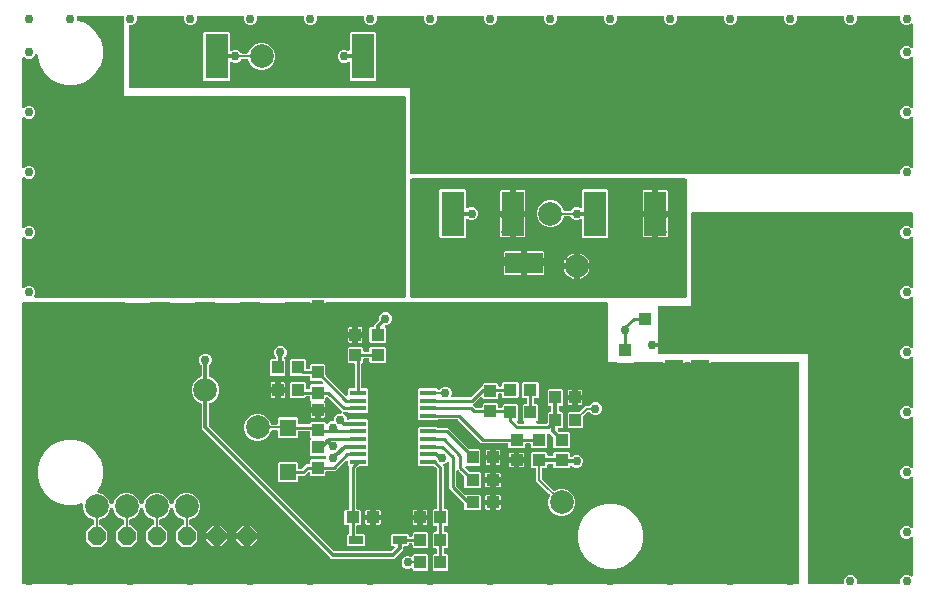
<source format=gbr>
G04 EAGLE Gerber RS-274X export*
G75*
%MOMM*%
%FSLAX34Y34*%
%LPD*%
%INTop Copper*%
%IPPOS*%
%AMOC8*
5,1,8,0,0,1.08239X$1,22.5*%
G01*
%ADD10R,1.400000X0.450000*%
%ADD11R,3.400000X6.500000*%
%ADD12R,1.400000X1.400000*%
%ADD13R,1.000000X1.100000*%
%ADD14R,3.200000X1.800000*%
%ADD15R,1.100000X1.000000*%
%ADD16R,13.000000X5.000000*%
%ADD17R,1.500000X1.300000*%
%ADD18R,6.000000X2.000000*%
%ADD19R,10.300000X8.900000*%
%ADD20R,1.930400X3.810000*%
%ADD21R,1.200000X0.700000*%
%ADD22R,1.800000X1.600000*%
%ADD23P,1.649562X8X112.500000*%
%ADD24C,2.000000*%
%ADD25C,0.254000*%
%ADD26C,0.355600*%
%ADD27C,0.756400*%
%ADD28C,0.152400*%
%ADD29C,0.656400*%
%ADD30C,0.457200*%
%ADD31C,0.304800*%

G36*
X666868Y7001D02*
X666868Y7001D01*
X666987Y7008D01*
X667025Y7021D01*
X667066Y7026D01*
X667176Y7069D01*
X667289Y7106D01*
X667324Y7128D01*
X667361Y7143D01*
X667457Y7212D01*
X667558Y7276D01*
X667586Y7306D01*
X667619Y7329D01*
X667695Y7421D01*
X667776Y7508D01*
X667796Y7543D01*
X667821Y7574D01*
X667872Y7682D01*
X667930Y7786D01*
X667940Y7826D01*
X667957Y7862D01*
X667979Y7979D01*
X668009Y8094D01*
X668013Y8154D01*
X668017Y8174D01*
X668015Y8195D01*
X668019Y8255D01*
X668019Y193675D01*
X668004Y193793D01*
X667997Y193912D01*
X667984Y193950D01*
X667979Y193991D01*
X667936Y194101D01*
X667899Y194214D01*
X667877Y194249D01*
X667862Y194286D01*
X667793Y194382D01*
X667729Y194483D01*
X667699Y194511D01*
X667676Y194544D01*
X667584Y194620D01*
X667497Y194701D01*
X667462Y194721D01*
X667431Y194746D01*
X667323Y194797D01*
X667219Y194855D01*
X667179Y194865D01*
X667143Y194882D01*
X667026Y194904D01*
X666911Y194934D01*
X666851Y194938D01*
X666831Y194942D01*
X666810Y194940D01*
X666750Y194944D01*
X593986Y194944D01*
X593868Y194929D01*
X593749Y194922D01*
X593711Y194909D01*
X593670Y194904D01*
X593560Y194861D01*
X593447Y194824D01*
X593412Y194802D01*
X593375Y194787D01*
X593279Y194718D01*
X593178Y194654D01*
X593150Y194624D01*
X593117Y194601D01*
X593041Y194509D01*
X592973Y194436D01*
X575422Y194436D01*
X575393Y194483D01*
X575363Y194511D01*
X575340Y194544D01*
X575248Y194620D01*
X575161Y194701D01*
X575126Y194721D01*
X575095Y194746D01*
X574987Y194797D01*
X574883Y194855D01*
X574843Y194865D01*
X574807Y194882D01*
X574690Y194904D01*
X574575Y194934D01*
X574515Y194938D01*
X574495Y194942D01*
X574474Y194940D01*
X574414Y194944D01*
X571761Y194944D01*
X571643Y194929D01*
X571524Y194922D01*
X571486Y194909D01*
X571445Y194904D01*
X571335Y194861D01*
X571222Y194824D01*
X571187Y194802D01*
X571150Y194787D01*
X571054Y194718D01*
X570953Y194654D01*
X570925Y194624D01*
X570892Y194601D01*
X570816Y194509D01*
X570748Y194436D01*
X553197Y194436D01*
X553168Y194483D01*
X553138Y194511D01*
X553115Y194544D01*
X553023Y194620D01*
X552936Y194701D01*
X552901Y194721D01*
X552870Y194746D01*
X552762Y194797D01*
X552658Y194855D01*
X552618Y194865D01*
X552582Y194882D01*
X552465Y194904D01*
X552350Y194934D01*
X552290Y194938D01*
X552270Y194942D01*
X552249Y194940D01*
X552189Y194944D01*
X528486Y194944D01*
X528368Y194929D01*
X528249Y194922D01*
X528211Y194909D01*
X528170Y194904D01*
X528060Y194861D01*
X527947Y194824D01*
X527912Y194802D01*
X527875Y194787D01*
X527779Y194718D01*
X527678Y194654D01*
X527650Y194624D01*
X527617Y194601D01*
X527541Y194509D01*
X527473Y194436D01*
X513922Y194436D01*
X513893Y194483D01*
X513863Y194511D01*
X513840Y194544D01*
X513748Y194620D01*
X513661Y194701D01*
X513626Y194721D01*
X513595Y194746D01*
X513487Y194797D01*
X513383Y194855D01*
X513343Y194865D01*
X513307Y194882D01*
X513190Y194904D01*
X513075Y194934D01*
X513015Y194938D01*
X512995Y194942D01*
X512974Y194940D01*
X512914Y194944D01*
X506094Y194944D01*
X506094Y244475D01*
X506079Y244593D01*
X506072Y244712D01*
X506059Y244750D01*
X506054Y244791D01*
X506011Y244901D01*
X505974Y245014D01*
X505952Y245049D01*
X505937Y245086D01*
X505868Y245182D01*
X505804Y245283D01*
X505774Y245311D01*
X505751Y245344D01*
X505659Y245420D01*
X505572Y245501D01*
X505537Y245521D01*
X505506Y245546D01*
X505398Y245597D01*
X505294Y245655D01*
X505254Y245665D01*
X505218Y245682D01*
X505101Y245704D01*
X504986Y245734D01*
X504926Y245738D01*
X504906Y245742D01*
X504885Y245740D01*
X504825Y245744D01*
X267636Y245744D01*
X267518Y245729D01*
X267399Y245722D01*
X267361Y245709D01*
X267320Y245704D01*
X267210Y245661D01*
X267097Y245624D01*
X267062Y245602D01*
X267025Y245587D01*
X266929Y245518D01*
X266828Y245454D01*
X266800Y245424D01*
X266767Y245401D01*
X266691Y245309D01*
X266623Y245236D01*
X254072Y245236D01*
X254043Y245283D01*
X254013Y245311D01*
X253990Y245344D01*
X253898Y245420D01*
X253811Y245501D01*
X253776Y245521D01*
X253745Y245546D01*
X253637Y245597D01*
X253533Y245655D01*
X253493Y245665D01*
X253457Y245682D01*
X253340Y245704D01*
X253225Y245734D01*
X253165Y245738D01*
X253145Y245742D01*
X253124Y245740D01*
X253064Y245744D01*
X233536Y245744D01*
X233418Y245729D01*
X233299Y245722D01*
X233261Y245709D01*
X233220Y245704D01*
X233110Y245661D01*
X232997Y245624D01*
X232962Y245602D01*
X232925Y245587D01*
X232829Y245518D01*
X232728Y245454D01*
X232700Y245424D01*
X232667Y245401D01*
X232591Y245309D01*
X232523Y245236D01*
X211972Y245236D01*
X211943Y245283D01*
X211913Y245311D01*
X211890Y245344D01*
X211798Y245420D01*
X211711Y245501D01*
X211676Y245521D01*
X211645Y245546D01*
X211537Y245597D01*
X211433Y245655D01*
X211393Y245665D01*
X211357Y245682D01*
X211240Y245704D01*
X211125Y245734D01*
X211065Y245738D01*
X211045Y245742D01*
X211024Y245740D01*
X210964Y245744D01*
X195436Y245744D01*
X195318Y245729D01*
X195199Y245722D01*
X195161Y245709D01*
X195120Y245704D01*
X195010Y245661D01*
X194897Y245624D01*
X194862Y245602D01*
X194825Y245587D01*
X194729Y245518D01*
X194628Y245454D01*
X194600Y245424D01*
X194567Y245401D01*
X194491Y245309D01*
X194423Y245236D01*
X173872Y245236D01*
X173843Y245283D01*
X173813Y245311D01*
X173790Y245344D01*
X173698Y245420D01*
X173611Y245501D01*
X173576Y245521D01*
X173545Y245546D01*
X173437Y245597D01*
X173333Y245655D01*
X173293Y245665D01*
X173257Y245682D01*
X173140Y245704D01*
X173025Y245734D01*
X172965Y245738D01*
X172945Y245742D01*
X172924Y245740D01*
X172864Y245744D01*
X157336Y245744D01*
X157218Y245729D01*
X157099Y245722D01*
X157061Y245709D01*
X157020Y245704D01*
X156910Y245661D01*
X156797Y245624D01*
X156762Y245602D01*
X156725Y245587D01*
X156629Y245518D01*
X156528Y245454D01*
X156500Y245424D01*
X156467Y245401D01*
X156391Y245309D01*
X156323Y245236D01*
X135772Y245236D01*
X135743Y245283D01*
X135713Y245311D01*
X135690Y245344D01*
X135598Y245420D01*
X135511Y245501D01*
X135476Y245521D01*
X135445Y245546D01*
X135337Y245597D01*
X135233Y245655D01*
X135193Y245665D01*
X135157Y245682D01*
X135040Y245704D01*
X134925Y245734D01*
X134865Y245738D01*
X134845Y245742D01*
X134824Y245740D01*
X134764Y245744D01*
X119236Y245744D01*
X119118Y245729D01*
X118999Y245722D01*
X118961Y245709D01*
X118920Y245704D01*
X118810Y245661D01*
X118697Y245624D01*
X118662Y245602D01*
X118625Y245587D01*
X118529Y245518D01*
X118428Y245454D01*
X118400Y245424D01*
X118367Y245401D01*
X118291Y245309D01*
X118223Y245236D01*
X97672Y245236D01*
X97643Y245283D01*
X97613Y245311D01*
X97590Y245344D01*
X97498Y245420D01*
X97411Y245501D01*
X97376Y245521D01*
X97345Y245546D01*
X97237Y245597D01*
X97133Y245655D01*
X97093Y245665D01*
X97057Y245682D01*
X96940Y245704D01*
X96825Y245734D01*
X96765Y245738D01*
X96745Y245742D01*
X96724Y245740D01*
X96664Y245744D01*
X11430Y245744D01*
X11312Y245729D01*
X11193Y245722D01*
X11155Y245709D01*
X11114Y245704D01*
X11004Y245661D01*
X10891Y245624D01*
X10856Y245602D01*
X10819Y245587D01*
X10723Y245518D01*
X10622Y245454D01*
X10594Y245424D01*
X10561Y245401D01*
X10485Y245309D01*
X10404Y245222D01*
X10384Y245187D01*
X10359Y245156D01*
X10308Y245048D01*
X10250Y244944D01*
X10240Y244904D01*
X10223Y244868D01*
X10201Y244751D01*
X10171Y244636D01*
X10167Y244576D01*
X10163Y244556D01*
X10165Y244535D01*
X10161Y244475D01*
X10161Y8255D01*
X10176Y8137D01*
X10183Y8018D01*
X10196Y7980D01*
X10201Y7939D01*
X10244Y7829D01*
X10281Y7716D01*
X10303Y7681D01*
X10318Y7644D01*
X10387Y7548D01*
X10451Y7447D01*
X10481Y7419D01*
X10504Y7386D01*
X10596Y7310D01*
X10683Y7229D01*
X10718Y7209D01*
X10749Y7184D01*
X10857Y7133D01*
X10961Y7075D01*
X11001Y7065D01*
X11037Y7048D01*
X11154Y7026D01*
X11269Y6996D01*
X11329Y6992D01*
X11349Y6988D01*
X11370Y6990D01*
X11430Y6986D01*
X666750Y6986D01*
X666868Y7001D01*
G37*
G36*
X752367Y354346D02*
X752367Y354346D01*
X752486Y354353D01*
X752524Y354366D01*
X752565Y354371D01*
X752675Y354414D01*
X752788Y354451D01*
X752823Y354473D01*
X752860Y354488D01*
X752956Y354558D01*
X753057Y354621D01*
X753085Y354651D01*
X753118Y354674D01*
X753194Y354766D01*
X753275Y354853D01*
X753295Y354888D01*
X753320Y354919D01*
X753371Y355027D01*
X753429Y355131D01*
X753439Y355171D01*
X753456Y355207D01*
X753478Y355324D01*
X753508Y355439D01*
X753512Y355500D01*
X753516Y355520D01*
X753514Y355540D01*
X753518Y355600D01*
X753518Y356656D01*
X754326Y358606D01*
X755819Y360099D01*
X757769Y360907D01*
X759881Y360907D01*
X761831Y360099D01*
X762172Y359757D01*
X762259Y359690D01*
X762301Y359651D01*
X762322Y359639D01*
X762389Y359583D01*
X762408Y359575D01*
X762424Y359562D01*
X762552Y359507D01*
X762677Y359448D01*
X762697Y359444D01*
X762716Y359436D01*
X762854Y359414D01*
X762990Y359388D01*
X763010Y359389D01*
X763030Y359386D01*
X763169Y359399D01*
X763307Y359408D01*
X763326Y359414D01*
X763346Y359416D01*
X763477Y359463D01*
X763609Y359506D01*
X763627Y359517D01*
X763646Y359524D01*
X763760Y359602D01*
X763878Y359676D01*
X763892Y359691D01*
X763909Y359702D01*
X764001Y359806D01*
X764096Y359908D01*
X764106Y359925D01*
X764119Y359941D01*
X764182Y360064D01*
X764250Y360186D01*
X764255Y360206D01*
X764264Y360224D01*
X764294Y360360D01*
X764329Y360494D01*
X764331Y360522D01*
X764334Y360534D01*
X764333Y360555D01*
X764335Y360588D01*
X764337Y360596D01*
X764336Y360606D01*
X764339Y360655D01*
X764339Y401345D01*
X764322Y401483D01*
X764309Y401622D01*
X764302Y401641D01*
X764299Y401661D01*
X764248Y401790D01*
X764201Y401921D01*
X764190Y401938D01*
X764182Y401956D01*
X764101Y402069D01*
X764023Y402184D01*
X764007Y402197D01*
X763996Y402214D01*
X763888Y402303D01*
X763784Y402394D01*
X763766Y402404D01*
X763751Y402417D01*
X763625Y402476D01*
X763501Y402539D01*
X763481Y402544D01*
X763463Y402552D01*
X763327Y402578D01*
X763191Y402609D01*
X763170Y402608D01*
X763151Y402612D01*
X763012Y402603D01*
X762873Y402599D01*
X762853Y402593D01*
X762833Y402592D01*
X762701Y402549D01*
X762567Y402511D01*
X762550Y402500D01*
X762531Y402494D01*
X762413Y402420D01*
X762293Y402349D01*
X762272Y402330D01*
X762262Y402324D01*
X762248Y402309D01*
X762172Y402243D01*
X761831Y401901D01*
X759881Y401093D01*
X757769Y401093D01*
X755819Y401901D01*
X754326Y403394D01*
X753518Y405344D01*
X753518Y407456D01*
X754326Y409406D01*
X755819Y410899D01*
X757769Y411707D01*
X759881Y411707D01*
X761831Y410899D01*
X762172Y410557D01*
X762282Y410472D01*
X762389Y410383D01*
X762408Y410375D01*
X762424Y410362D01*
X762552Y410307D01*
X762677Y410248D01*
X762697Y410244D01*
X762716Y410236D01*
X762854Y410214D01*
X762990Y410188D01*
X763010Y410189D01*
X763030Y410186D01*
X763169Y410199D01*
X763307Y410208D01*
X763326Y410214D01*
X763346Y410216D01*
X763477Y410263D01*
X763609Y410306D01*
X763627Y410317D01*
X763646Y410324D01*
X763760Y410402D01*
X763878Y410476D01*
X763892Y410491D01*
X763909Y410502D01*
X764001Y410606D01*
X764096Y410708D01*
X764106Y410725D01*
X764119Y410741D01*
X764182Y410864D01*
X764250Y410986D01*
X764255Y411006D01*
X764264Y411024D01*
X764294Y411160D01*
X764329Y411294D01*
X764331Y411322D01*
X764334Y411334D01*
X764333Y411355D01*
X764339Y411455D01*
X764339Y452145D01*
X764322Y452283D01*
X764309Y452422D01*
X764302Y452441D01*
X764299Y452461D01*
X764248Y452590D01*
X764201Y452721D01*
X764190Y452738D01*
X764182Y452756D01*
X764101Y452869D01*
X764023Y452984D01*
X764007Y452997D01*
X763996Y453014D01*
X763888Y453103D01*
X763784Y453194D01*
X763766Y453204D01*
X763751Y453217D01*
X763625Y453276D01*
X763501Y453339D01*
X763481Y453344D01*
X763463Y453352D01*
X763327Y453378D01*
X763191Y453409D01*
X763170Y453408D01*
X763151Y453412D01*
X763012Y453403D01*
X762873Y453399D01*
X762853Y453393D01*
X762833Y453392D01*
X762701Y453349D01*
X762567Y453311D01*
X762550Y453300D01*
X762531Y453294D01*
X762413Y453220D01*
X762293Y453149D01*
X762272Y453130D01*
X762262Y453124D01*
X762248Y453109D01*
X762172Y453043D01*
X761831Y452701D01*
X759881Y451893D01*
X757769Y451893D01*
X755819Y452701D01*
X754326Y454194D01*
X753518Y456144D01*
X753518Y458256D01*
X754326Y460206D01*
X755819Y461699D01*
X757769Y462507D01*
X759881Y462507D01*
X761831Y461699D01*
X762172Y461357D01*
X762282Y461272D01*
X762389Y461183D01*
X762408Y461175D01*
X762424Y461162D01*
X762552Y461107D01*
X762677Y461048D01*
X762697Y461044D01*
X762716Y461036D01*
X762854Y461014D01*
X762990Y460988D01*
X763010Y460989D01*
X763030Y460986D01*
X763169Y460999D01*
X763307Y461008D01*
X763326Y461014D01*
X763346Y461016D01*
X763477Y461063D01*
X763609Y461106D01*
X763627Y461117D01*
X763646Y461124D01*
X763760Y461202D01*
X763878Y461276D01*
X763892Y461291D01*
X763909Y461302D01*
X764001Y461406D01*
X764096Y461508D01*
X764106Y461525D01*
X764119Y461541D01*
X764182Y461664D01*
X764250Y461786D01*
X764255Y461806D01*
X764264Y461824D01*
X764294Y461960D01*
X764329Y462094D01*
X764331Y462122D01*
X764334Y462134D01*
X764333Y462155D01*
X764339Y462255D01*
X764339Y480720D01*
X764322Y480858D01*
X764309Y480997D01*
X764302Y481016D01*
X764299Y481036D01*
X764248Y481165D01*
X764201Y481296D01*
X764190Y481313D01*
X764182Y481331D01*
X764101Y481444D01*
X764023Y481559D01*
X764007Y481572D01*
X763996Y481589D01*
X763888Y481678D01*
X763784Y481769D01*
X763766Y481779D01*
X763751Y481792D01*
X763625Y481851D01*
X763501Y481914D01*
X763481Y481919D01*
X763463Y481927D01*
X763327Y481953D01*
X763191Y481984D01*
X763170Y481983D01*
X763151Y481987D01*
X763012Y481978D01*
X762873Y481974D01*
X762853Y481968D01*
X762833Y481967D01*
X762701Y481924D01*
X762567Y481886D01*
X762550Y481875D01*
X762531Y481869D01*
X762413Y481795D01*
X762293Y481724D01*
X762272Y481705D01*
X762262Y481699D01*
X762248Y481684D01*
X762172Y481618D01*
X761831Y481276D01*
X759881Y480468D01*
X757769Y480468D01*
X755819Y481276D01*
X754326Y482769D01*
X753518Y484719D01*
X753518Y486920D01*
X753503Y487038D01*
X753496Y487157D01*
X753483Y487195D01*
X753478Y487236D01*
X753435Y487346D01*
X753398Y487459D01*
X753376Y487494D01*
X753361Y487531D01*
X753292Y487627D01*
X753228Y487728D01*
X753198Y487756D01*
X753175Y487789D01*
X753083Y487865D01*
X752996Y487946D01*
X752961Y487966D01*
X752930Y487991D01*
X752822Y488042D01*
X752718Y488100D01*
X752678Y488110D01*
X752642Y488127D01*
X752525Y488149D01*
X752410Y488179D01*
X752350Y488183D01*
X752330Y488187D01*
X752309Y488185D01*
X752249Y488189D01*
X717776Y488189D01*
X717658Y488174D01*
X717539Y488167D01*
X717501Y488154D01*
X717460Y488149D01*
X717350Y488106D01*
X717237Y488069D01*
X717202Y488047D01*
X717165Y488032D01*
X717069Y487963D01*
X716968Y487899D01*
X716940Y487869D01*
X716907Y487846D01*
X716831Y487754D01*
X716750Y487667D01*
X716730Y487632D01*
X716705Y487601D01*
X716654Y487493D01*
X716596Y487389D01*
X716586Y487349D01*
X716569Y487313D01*
X716547Y487196D01*
X716517Y487081D01*
X716513Y487021D01*
X716509Y487001D01*
X716511Y486980D01*
X716507Y486920D01*
X716507Y484719D01*
X715699Y482769D01*
X714206Y481276D01*
X712256Y480468D01*
X710144Y480468D01*
X708194Y481276D01*
X706701Y482769D01*
X705893Y484719D01*
X705893Y486920D01*
X705878Y487038D01*
X705871Y487157D01*
X705858Y487195D01*
X705853Y487236D01*
X705810Y487346D01*
X705773Y487459D01*
X705751Y487494D01*
X705736Y487531D01*
X705667Y487627D01*
X705603Y487728D01*
X705573Y487756D01*
X705550Y487789D01*
X705458Y487865D01*
X705371Y487946D01*
X705336Y487966D01*
X705305Y487991D01*
X705197Y488042D01*
X705093Y488100D01*
X705053Y488110D01*
X705017Y488127D01*
X704900Y488149D01*
X704785Y488179D01*
X704725Y488183D01*
X704705Y488187D01*
X704684Y488185D01*
X704624Y488189D01*
X666976Y488189D01*
X666858Y488174D01*
X666739Y488167D01*
X666701Y488154D01*
X666660Y488149D01*
X666550Y488106D01*
X666437Y488069D01*
X666402Y488047D01*
X666365Y488032D01*
X666269Y487963D01*
X666168Y487899D01*
X666140Y487869D01*
X666107Y487846D01*
X666031Y487754D01*
X665950Y487667D01*
X665930Y487632D01*
X665905Y487601D01*
X665854Y487493D01*
X665796Y487389D01*
X665786Y487349D01*
X665769Y487313D01*
X665747Y487196D01*
X665717Y487081D01*
X665713Y487021D01*
X665709Y487001D01*
X665711Y486980D01*
X665707Y486920D01*
X665707Y484719D01*
X664899Y482769D01*
X663406Y481276D01*
X661456Y480468D01*
X659344Y480468D01*
X657394Y481276D01*
X655901Y482769D01*
X655093Y484719D01*
X655093Y486920D01*
X655078Y487038D01*
X655071Y487157D01*
X655058Y487195D01*
X655053Y487236D01*
X655010Y487346D01*
X654973Y487459D01*
X654951Y487494D01*
X654936Y487531D01*
X654867Y487627D01*
X654803Y487728D01*
X654773Y487756D01*
X654750Y487789D01*
X654658Y487865D01*
X654571Y487946D01*
X654536Y487966D01*
X654505Y487991D01*
X654397Y488042D01*
X654293Y488100D01*
X654253Y488110D01*
X654217Y488127D01*
X654100Y488149D01*
X653985Y488179D01*
X653925Y488183D01*
X653905Y488187D01*
X653884Y488185D01*
X653824Y488189D01*
X616176Y488189D01*
X616058Y488174D01*
X615939Y488167D01*
X615901Y488154D01*
X615860Y488149D01*
X615750Y488106D01*
X615637Y488069D01*
X615602Y488047D01*
X615565Y488032D01*
X615469Y487963D01*
X615368Y487899D01*
X615340Y487869D01*
X615307Y487846D01*
X615231Y487754D01*
X615150Y487667D01*
X615130Y487632D01*
X615105Y487601D01*
X615054Y487493D01*
X614996Y487389D01*
X614986Y487349D01*
X614969Y487313D01*
X614947Y487196D01*
X614917Y487081D01*
X614913Y487021D01*
X614909Y487001D01*
X614911Y486980D01*
X614907Y486920D01*
X614907Y484719D01*
X614099Y482769D01*
X612606Y481276D01*
X610656Y480468D01*
X608544Y480468D01*
X606594Y481276D01*
X605101Y482769D01*
X604293Y484719D01*
X604293Y486920D01*
X604278Y487038D01*
X604271Y487157D01*
X604258Y487195D01*
X604253Y487236D01*
X604210Y487346D01*
X604173Y487459D01*
X604151Y487494D01*
X604136Y487531D01*
X604067Y487627D01*
X604003Y487728D01*
X603973Y487756D01*
X603950Y487789D01*
X603858Y487865D01*
X603771Y487946D01*
X603736Y487966D01*
X603705Y487991D01*
X603597Y488042D01*
X603493Y488100D01*
X603453Y488110D01*
X603417Y488127D01*
X603300Y488149D01*
X603185Y488179D01*
X603125Y488183D01*
X603105Y488187D01*
X603084Y488185D01*
X603024Y488189D01*
X565376Y488189D01*
X565258Y488174D01*
X565139Y488167D01*
X565101Y488154D01*
X565060Y488149D01*
X564950Y488106D01*
X564837Y488069D01*
X564802Y488047D01*
X564765Y488032D01*
X564669Y487963D01*
X564568Y487899D01*
X564540Y487869D01*
X564507Y487846D01*
X564431Y487754D01*
X564350Y487667D01*
X564330Y487632D01*
X564305Y487601D01*
X564254Y487493D01*
X564196Y487389D01*
X564186Y487349D01*
X564169Y487313D01*
X564147Y487196D01*
X564117Y487081D01*
X564113Y487021D01*
X564109Y487001D01*
X564111Y486980D01*
X564107Y486920D01*
X564107Y484719D01*
X563299Y482769D01*
X561806Y481276D01*
X559856Y480468D01*
X557744Y480468D01*
X555794Y481276D01*
X554301Y482769D01*
X553493Y484719D01*
X553493Y486920D01*
X553478Y487038D01*
X553471Y487157D01*
X553458Y487195D01*
X553453Y487236D01*
X553410Y487346D01*
X553373Y487459D01*
X553351Y487494D01*
X553336Y487531D01*
X553267Y487627D01*
X553203Y487728D01*
X553173Y487756D01*
X553150Y487789D01*
X553058Y487865D01*
X552971Y487946D01*
X552936Y487966D01*
X552905Y487991D01*
X552797Y488042D01*
X552693Y488100D01*
X552653Y488110D01*
X552617Y488127D01*
X552500Y488149D01*
X552385Y488179D01*
X552325Y488183D01*
X552305Y488187D01*
X552284Y488185D01*
X552224Y488189D01*
X514576Y488189D01*
X514458Y488174D01*
X514339Y488167D01*
X514301Y488154D01*
X514260Y488149D01*
X514150Y488106D01*
X514037Y488069D01*
X514002Y488047D01*
X513965Y488032D01*
X513869Y487963D01*
X513768Y487899D01*
X513740Y487869D01*
X513707Y487846D01*
X513631Y487754D01*
X513550Y487667D01*
X513530Y487632D01*
X513505Y487601D01*
X513454Y487493D01*
X513396Y487389D01*
X513386Y487349D01*
X513369Y487313D01*
X513347Y487196D01*
X513317Y487081D01*
X513313Y487021D01*
X513309Y487001D01*
X513311Y486980D01*
X513307Y486920D01*
X513307Y484719D01*
X512499Y482769D01*
X511006Y481276D01*
X509056Y480468D01*
X506944Y480468D01*
X504994Y481276D01*
X503501Y482769D01*
X502693Y484719D01*
X502693Y486920D01*
X502678Y487038D01*
X502671Y487157D01*
X502658Y487195D01*
X502653Y487236D01*
X502610Y487346D01*
X502573Y487459D01*
X502551Y487494D01*
X502536Y487531D01*
X502467Y487627D01*
X502403Y487728D01*
X502373Y487756D01*
X502350Y487789D01*
X502258Y487865D01*
X502171Y487946D01*
X502136Y487966D01*
X502105Y487991D01*
X501997Y488042D01*
X501893Y488100D01*
X501853Y488110D01*
X501817Y488127D01*
X501700Y488149D01*
X501585Y488179D01*
X501525Y488183D01*
X501505Y488187D01*
X501484Y488185D01*
X501424Y488189D01*
X463776Y488189D01*
X463658Y488174D01*
X463539Y488167D01*
X463501Y488154D01*
X463460Y488149D01*
X463350Y488106D01*
X463237Y488069D01*
X463202Y488047D01*
X463165Y488032D01*
X463069Y487963D01*
X462968Y487899D01*
X462940Y487869D01*
X462907Y487846D01*
X462831Y487754D01*
X462750Y487667D01*
X462730Y487632D01*
X462705Y487601D01*
X462654Y487493D01*
X462596Y487389D01*
X462586Y487349D01*
X462569Y487313D01*
X462547Y487196D01*
X462517Y487081D01*
X462513Y487021D01*
X462509Y487001D01*
X462511Y486980D01*
X462507Y486920D01*
X462507Y484719D01*
X461699Y482769D01*
X460206Y481276D01*
X458256Y480468D01*
X456144Y480468D01*
X454194Y481276D01*
X452701Y482769D01*
X451893Y484719D01*
X451893Y486920D01*
X451878Y487038D01*
X451871Y487157D01*
X451858Y487195D01*
X451853Y487236D01*
X451810Y487346D01*
X451773Y487459D01*
X451751Y487494D01*
X451736Y487531D01*
X451667Y487627D01*
X451603Y487728D01*
X451573Y487756D01*
X451550Y487789D01*
X451458Y487865D01*
X451371Y487946D01*
X451336Y487966D01*
X451305Y487991D01*
X451197Y488042D01*
X451093Y488100D01*
X451053Y488110D01*
X451017Y488127D01*
X450900Y488149D01*
X450785Y488179D01*
X450725Y488183D01*
X450705Y488187D01*
X450684Y488185D01*
X450624Y488189D01*
X412976Y488189D01*
X412858Y488174D01*
X412739Y488167D01*
X412701Y488154D01*
X412660Y488149D01*
X412550Y488106D01*
X412437Y488069D01*
X412402Y488047D01*
X412365Y488032D01*
X412269Y487963D01*
X412168Y487899D01*
X412140Y487869D01*
X412107Y487846D01*
X412031Y487754D01*
X411950Y487667D01*
X411930Y487632D01*
X411905Y487601D01*
X411854Y487493D01*
X411796Y487389D01*
X411786Y487349D01*
X411769Y487313D01*
X411747Y487196D01*
X411717Y487081D01*
X411713Y487021D01*
X411709Y487001D01*
X411711Y486980D01*
X411707Y486920D01*
X411707Y484719D01*
X410899Y482769D01*
X409406Y481276D01*
X407456Y480468D01*
X405344Y480468D01*
X403394Y481276D01*
X401901Y482769D01*
X401093Y484719D01*
X401093Y486920D01*
X401078Y487038D01*
X401071Y487157D01*
X401058Y487195D01*
X401053Y487236D01*
X401010Y487346D01*
X400973Y487459D01*
X400951Y487494D01*
X400936Y487531D01*
X400867Y487627D01*
X400803Y487728D01*
X400773Y487756D01*
X400750Y487789D01*
X400658Y487865D01*
X400571Y487946D01*
X400536Y487966D01*
X400505Y487991D01*
X400397Y488042D01*
X400293Y488100D01*
X400253Y488110D01*
X400217Y488127D01*
X400100Y488149D01*
X399985Y488179D01*
X399925Y488183D01*
X399905Y488187D01*
X399884Y488185D01*
X399824Y488189D01*
X362176Y488189D01*
X362058Y488174D01*
X361939Y488167D01*
X361901Y488154D01*
X361860Y488149D01*
X361750Y488106D01*
X361637Y488069D01*
X361602Y488047D01*
X361565Y488032D01*
X361469Y487963D01*
X361368Y487899D01*
X361340Y487869D01*
X361307Y487846D01*
X361231Y487754D01*
X361150Y487667D01*
X361130Y487632D01*
X361105Y487601D01*
X361054Y487493D01*
X360996Y487389D01*
X360986Y487349D01*
X360969Y487313D01*
X360947Y487196D01*
X360917Y487081D01*
X360913Y487021D01*
X360909Y487001D01*
X360911Y486980D01*
X360907Y486920D01*
X360907Y484719D01*
X360099Y482769D01*
X358606Y481276D01*
X356656Y480468D01*
X354544Y480468D01*
X352594Y481276D01*
X351101Y482769D01*
X350293Y484719D01*
X350293Y486920D01*
X350278Y487038D01*
X350271Y487157D01*
X350258Y487195D01*
X350253Y487236D01*
X350210Y487346D01*
X350173Y487459D01*
X350151Y487494D01*
X350136Y487531D01*
X350067Y487627D01*
X350003Y487728D01*
X349973Y487756D01*
X349950Y487789D01*
X349858Y487865D01*
X349771Y487946D01*
X349736Y487966D01*
X349705Y487991D01*
X349597Y488042D01*
X349493Y488100D01*
X349453Y488110D01*
X349417Y488127D01*
X349300Y488149D01*
X349185Y488179D01*
X349125Y488183D01*
X349105Y488187D01*
X349084Y488185D01*
X349024Y488189D01*
X311376Y488189D01*
X311258Y488174D01*
X311139Y488167D01*
X311101Y488154D01*
X311060Y488149D01*
X310950Y488106D01*
X310837Y488069D01*
X310802Y488047D01*
X310765Y488032D01*
X310669Y487963D01*
X310568Y487899D01*
X310540Y487869D01*
X310507Y487846D01*
X310431Y487754D01*
X310350Y487667D01*
X310330Y487632D01*
X310305Y487601D01*
X310254Y487493D01*
X310196Y487389D01*
X310186Y487349D01*
X310169Y487313D01*
X310147Y487196D01*
X310117Y487081D01*
X310113Y487021D01*
X310109Y487001D01*
X310111Y486980D01*
X310107Y486920D01*
X310107Y484719D01*
X309299Y482769D01*
X307806Y481276D01*
X305856Y480468D01*
X303744Y480468D01*
X301794Y481276D01*
X300301Y482769D01*
X299493Y484719D01*
X299493Y486920D01*
X299478Y487038D01*
X299471Y487157D01*
X299458Y487195D01*
X299453Y487236D01*
X299410Y487346D01*
X299373Y487459D01*
X299351Y487494D01*
X299336Y487531D01*
X299267Y487627D01*
X299203Y487728D01*
X299173Y487756D01*
X299150Y487789D01*
X299058Y487865D01*
X298971Y487946D01*
X298936Y487966D01*
X298905Y487991D01*
X298797Y488042D01*
X298693Y488100D01*
X298653Y488110D01*
X298617Y488127D01*
X298500Y488149D01*
X298385Y488179D01*
X298325Y488183D01*
X298305Y488187D01*
X298284Y488185D01*
X298224Y488189D01*
X260576Y488189D01*
X260458Y488174D01*
X260339Y488167D01*
X260301Y488154D01*
X260260Y488149D01*
X260150Y488106D01*
X260037Y488069D01*
X260002Y488047D01*
X259965Y488032D01*
X259869Y487963D01*
X259768Y487899D01*
X259740Y487869D01*
X259707Y487846D01*
X259631Y487754D01*
X259550Y487667D01*
X259530Y487632D01*
X259505Y487601D01*
X259454Y487493D01*
X259396Y487389D01*
X259386Y487349D01*
X259369Y487313D01*
X259347Y487196D01*
X259317Y487081D01*
X259313Y487021D01*
X259309Y487001D01*
X259311Y486980D01*
X259307Y486920D01*
X259307Y484719D01*
X258499Y482769D01*
X257006Y481276D01*
X255056Y480468D01*
X252944Y480468D01*
X250994Y481276D01*
X249501Y482769D01*
X248693Y484719D01*
X248693Y486920D01*
X248678Y487038D01*
X248671Y487157D01*
X248658Y487195D01*
X248653Y487236D01*
X248610Y487346D01*
X248573Y487459D01*
X248551Y487494D01*
X248536Y487531D01*
X248467Y487627D01*
X248403Y487728D01*
X248373Y487756D01*
X248350Y487789D01*
X248258Y487865D01*
X248171Y487946D01*
X248136Y487966D01*
X248105Y487991D01*
X247997Y488042D01*
X247893Y488100D01*
X247853Y488110D01*
X247817Y488127D01*
X247700Y488149D01*
X247585Y488179D01*
X247525Y488183D01*
X247505Y488187D01*
X247484Y488185D01*
X247424Y488189D01*
X209776Y488189D01*
X209658Y488174D01*
X209539Y488167D01*
X209501Y488154D01*
X209460Y488149D01*
X209350Y488106D01*
X209237Y488069D01*
X209202Y488047D01*
X209165Y488032D01*
X209069Y487963D01*
X208968Y487899D01*
X208940Y487869D01*
X208907Y487846D01*
X208831Y487754D01*
X208750Y487667D01*
X208730Y487632D01*
X208705Y487601D01*
X208654Y487493D01*
X208596Y487389D01*
X208586Y487349D01*
X208569Y487313D01*
X208547Y487196D01*
X208517Y487081D01*
X208513Y487021D01*
X208509Y487001D01*
X208511Y486980D01*
X208507Y486920D01*
X208507Y484719D01*
X207699Y482769D01*
X206206Y481276D01*
X204256Y480468D01*
X202144Y480468D01*
X200194Y481276D01*
X198701Y482769D01*
X197893Y484719D01*
X197893Y486920D01*
X197878Y487038D01*
X197871Y487157D01*
X197858Y487195D01*
X197853Y487236D01*
X197810Y487346D01*
X197773Y487459D01*
X197751Y487494D01*
X197736Y487531D01*
X197667Y487627D01*
X197603Y487728D01*
X197573Y487756D01*
X197550Y487789D01*
X197458Y487865D01*
X197371Y487946D01*
X197336Y487966D01*
X197305Y487991D01*
X197197Y488042D01*
X197093Y488100D01*
X197053Y488110D01*
X197017Y488127D01*
X196900Y488149D01*
X196785Y488179D01*
X196725Y488183D01*
X196705Y488187D01*
X196684Y488185D01*
X196624Y488189D01*
X158976Y488189D01*
X158858Y488174D01*
X158739Y488167D01*
X158701Y488154D01*
X158660Y488149D01*
X158550Y488106D01*
X158437Y488069D01*
X158402Y488047D01*
X158365Y488032D01*
X158269Y487963D01*
X158168Y487899D01*
X158140Y487869D01*
X158107Y487846D01*
X158031Y487754D01*
X157950Y487667D01*
X157930Y487632D01*
X157905Y487601D01*
X157854Y487493D01*
X157796Y487389D01*
X157786Y487349D01*
X157769Y487313D01*
X157747Y487196D01*
X157717Y487081D01*
X157713Y487021D01*
X157709Y487001D01*
X157711Y486980D01*
X157707Y486920D01*
X157707Y484719D01*
X156899Y482769D01*
X155406Y481276D01*
X153456Y480468D01*
X151344Y480468D01*
X149394Y481276D01*
X147901Y482769D01*
X147093Y484719D01*
X147093Y486920D01*
X147078Y487038D01*
X147071Y487157D01*
X147058Y487195D01*
X147053Y487236D01*
X147010Y487346D01*
X146973Y487459D01*
X146951Y487494D01*
X146936Y487531D01*
X146867Y487627D01*
X146803Y487728D01*
X146773Y487756D01*
X146750Y487789D01*
X146658Y487865D01*
X146571Y487946D01*
X146536Y487966D01*
X146505Y487991D01*
X146397Y488042D01*
X146293Y488100D01*
X146253Y488110D01*
X146217Y488127D01*
X146100Y488149D01*
X145985Y488179D01*
X145925Y488183D01*
X145905Y488187D01*
X145884Y488185D01*
X145824Y488189D01*
X108176Y488189D01*
X108058Y488174D01*
X107939Y488167D01*
X107901Y488154D01*
X107860Y488149D01*
X107750Y488106D01*
X107637Y488069D01*
X107602Y488047D01*
X107565Y488032D01*
X107469Y487963D01*
X107368Y487899D01*
X107340Y487869D01*
X107307Y487846D01*
X107231Y487754D01*
X107150Y487667D01*
X107130Y487632D01*
X107105Y487601D01*
X107054Y487493D01*
X106996Y487389D01*
X106986Y487349D01*
X106969Y487313D01*
X106947Y487196D01*
X106917Y487081D01*
X106913Y487021D01*
X106909Y487001D01*
X106911Y486980D01*
X106907Y486920D01*
X106907Y484719D01*
X106099Y482769D01*
X104606Y481276D01*
X102656Y480468D01*
X101600Y480468D01*
X101482Y480453D01*
X101363Y480446D01*
X101325Y480433D01*
X101284Y480428D01*
X101174Y480385D01*
X101061Y480348D01*
X101026Y480326D01*
X100989Y480311D01*
X100893Y480242D01*
X100792Y480178D01*
X100764Y480148D01*
X100731Y480125D01*
X100655Y480033D01*
X100574Y479946D01*
X100554Y479911D01*
X100529Y479880D01*
X100478Y479772D01*
X100420Y479668D01*
X100410Y479628D01*
X100393Y479592D01*
X100371Y479475D01*
X100341Y479360D01*
X100337Y479300D01*
X100333Y479280D01*
X100335Y479259D01*
X100331Y479199D01*
X100331Y428625D01*
X100346Y428507D01*
X100353Y428388D01*
X100366Y428350D01*
X100371Y428309D01*
X100414Y428199D01*
X100451Y428086D01*
X100473Y428051D01*
X100488Y428014D01*
X100558Y427918D01*
X100621Y427817D01*
X100651Y427789D01*
X100674Y427756D01*
X100766Y427681D01*
X100853Y427599D01*
X100888Y427579D01*
X100919Y427554D01*
X101027Y427503D01*
X101131Y427445D01*
X101171Y427435D01*
X101207Y427418D01*
X101324Y427396D01*
X101439Y427366D01*
X101500Y427362D01*
X101520Y427358D01*
X101540Y427360D01*
X101600Y427356D01*
X338456Y427356D01*
X338456Y355600D01*
X338471Y355482D01*
X338478Y355363D01*
X338491Y355325D01*
X338496Y355284D01*
X338539Y355174D01*
X338576Y355061D01*
X338598Y355026D01*
X338613Y354989D01*
X338683Y354893D01*
X338746Y354792D01*
X338776Y354764D01*
X338799Y354731D01*
X338891Y354656D01*
X338978Y354574D01*
X339013Y354554D01*
X339044Y354529D01*
X339152Y354478D01*
X339256Y354420D01*
X339296Y354410D01*
X339332Y354393D01*
X339449Y354371D01*
X339564Y354341D01*
X339625Y354337D01*
X339645Y354333D01*
X339665Y354335D01*
X339725Y354331D01*
X752249Y354331D01*
X752367Y354346D01*
G37*
G36*
X333493Y249571D02*
X333493Y249571D01*
X333612Y249578D01*
X333650Y249591D01*
X333691Y249596D01*
X333801Y249639D01*
X333914Y249676D01*
X333949Y249698D01*
X333986Y249713D01*
X334082Y249783D01*
X334183Y249846D01*
X334211Y249876D01*
X334244Y249899D01*
X334320Y249991D01*
X334401Y250078D01*
X334421Y250113D01*
X334446Y250144D01*
X334497Y250252D01*
X334555Y250356D01*
X334565Y250396D01*
X334582Y250432D01*
X334604Y250549D01*
X334634Y250664D01*
X334638Y250725D01*
X334642Y250745D01*
X334640Y250765D01*
X334644Y250825D01*
X334644Y419100D01*
X334629Y419218D01*
X334622Y419337D01*
X334609Y419375D01*
X334604Y419416D01*
X334561Y419526D01*
X334524Y419639D01*
X334502Y419674D01*
X334487Y419711D01*
X334418Y419807D01*
X334354Y419908D01*
X334324Y419936D01*
X334301Y419969D01*
X334209Y420045D01*
X334122Y420126D01*
X334087Y420146D01*
X334056Y420171D01*
X333948Y420222D01*
X333844Y420280D01*
X333804Y420290D01*
X333768Y420307D01*
X333651Y420329D01*
X333536Y420359D01*
X333476Y420363D01*
X333456Y420367D01*
X333435Y420365D01*
X333375Y420369D01*
X96519Y420369D01*
X96519Y483921D01*
X96518Y483931D01*
X96519Y483940D01*
X96498Y484089D01*
X96479Y484237D01*
X96476Y484246D01*
X96475Y484255D01*
X96423Y484407D01*
X96293Y484719D01*
X96293Y486920D01*
X96278Y487038D01*
X96271Y487157D01*
X96258Y487195D01*
X96253Y487236D01*
X96210Y487346D01*
X96173Y487459D01*
X96151Y487494D01*
X96136Y487531D01*
X96067Y487627D01*
X96003Y487728D01*
X95973Y487756D01*
X95950Y487789D01*
X95858Y487865D01*
X95771Y487946D01*
X95736Y487966D01*
X95705Y487991D01*
X95597Y488042D01*
X95493Y488100D01*
X95453Y488110D01*
X95417Y488127D01*
X95300Y488149D01*
X95185Y488179D01*
X95125Y488183D01*
X95105Y488187D01*
X95084Y488185D01*
X95024Y488189D01*
X57376Y488189D01*
X57258Y488174D01*
X57139Y488167D01*
X57101Y488154D01*
X57060Y488149D01*
X56950Y488106D01*
X56837Y488069D01*
X56802Y488047D01*
X56765Y488032D01*
X56669Y487963D01*
X56568Y487899D01*
X56540Y487869D01*
X56507Y487846D01*
X56431Y487754D01*
X56350Y487667D01*
X56330Y487632D01*
X56305Y487601D01*
X56254Y487493D01*
X56196Y487389D01*
X56186Y487349D01*
X56169Y487313D01*
X56147Y487196D01*
X56117Y487081D01*
X56113Y487021D01*
X56109Y487001D01*
X56110Y486990D01*
X56109Y486986D01*
X56110Y486973D01*
X56107Y486920D01*
X56107Y485284D01*
X56121Y485172D01*
X56127Y485060D01*
X56141Y485015D01*
X56147Y484968D01*
X56188Y484864D01*
X56221Y484757D01*
X56246Y484716D01*
X56264Y484673D01*
X56330Y484582D01*
X56389Y484486D01*
X56423Y484454D01*
X56450Y484415D01*
X56537Y484344D01*
X56618Y484266D01*
X56659Y484243D01*
X56695Y484213D01*
X56797Y484165D01*
X56895Y484109D01*
X56964Y484086D01*
X56983Y484077D01*
X57001Y484074D01*
X57047Y484058D01*
X61438Y482882D01*
X67722Y479253D01*
X72853Y474122D01*
X76482Y467838D01*
X78360Y460828D01*
X78360Y453572D01*
X76482Y446562D01*
X72853Y440278D01*
X67722Y435147D01*
X61438Y431518D01*
X54428Y429640D01*
X47172Y429640D01*
X40162Y431518D01*
X33878Y435147D01*
X28747Y440278D01*
X25118Y446562D01*
X23240Y453572D01*
X23240Y454733D01*
X23232Y454802D01*
X23233Y454872D01*
X23212Y454960D01*
X23200Y455049D01*
X23175Y455114D01*
X23158Y455182D01*
X23116Y455261D01*
X23083Y455344D01*
X23042Y455401D01*
X23010Y455463D01*
X22949Y455529D01*
X22897Y455602D01*
X22843Y455646D01*
X22796Y455698D01*
X22721Y455747D01*
X22652Y455805D01*
X22588Y455834D01*
X22530Y455873D01*
X22445Y455902D01*
X22364Y455940D01*
X22295Y455953D01*
X22229Y455976D01*
X22140Y455983D01*
X22052Y456000D01*
X21982Y455996D01*
X21912Y456001D01*
X21824Y455986D01*
X21734Y455980D01*
X21668Y455959D01*
X21599Y455947D01*
X21517Y455910D01*
X21432Y455882D01*
X21373Y455845D01*
X21309Y455816D01*
X21239Y455760D01*
X21163Y455712D01*
X21115Y455661D01*
X21061Y455618D01*
X21007Y455546D01*
X20945Y455480D01*
X20911Y455419D01*
X20869Y455363D01*
X20798Y455219D01*
X20374Y454194D01*
X18881Y452701D01*
X16931Y451893D01*
X14819Y451893D01*
X12869Y452701D01*
X12327Y453243D01*
X12218Y453328D01*
X12111Y453417D01*
X12092Y453425D01*
X12076Y453438D01*
X11948Y453493D01*
X11823Y453552D01*
X11803Y453556D01*
X11784Y453564D01*
X11646Y453586D01*
X11510Y453612D01*
X11490Y453611D01*
X11470Y453614D01*
X11331Y453601D01*
X11193Y453592D01*
X11174Y453586D01*
X11154Y453584D01*
X11023Y453537D01*
X10891Y453494D01*
X10873Y453483D01*
X10854Y453476D01*
X10740Y453398D01*
X10622Y453324D01*
X10608Y453309D01*
X10591Y453298D01*
X10499Y453194D01*
X10404Y453092D01*
X10394Y453075D01*
X10381Y453059D01*
X10318Y452936D01*
X10250Y452814D01*
X10245Y452794D01*
X10236Y452776D01*
X10206Y452640D01*
X10171Y452506D01*
X10169Y452478D01*
X10166Y452466D01*
X10167Y452445D01*
X10161Y452345D01*
X10161Y411255D01*
X10178Y411117D01*
X10191Y410978D01*
X10198Y410959D01*
X10201Y410939D01*
X10252Y410810D01*
X10299Y410679D01*
X10310Y410662D01*
X10318Y410644D01*
X10399Y410531D01*
X10477Y410416D01*
X10493Y410403D01*
X10504Y410386D01*
X10612Y410297D01*
X10716Y410206D01*
X10734Y410196D01*
X10749Y410183D01*
X10875Y410124D01*
X10999Y410061D01*
X11019Y410057D01*
X11037Y410048D01*
X11174Y410022D01*
X11309Y409991D01*
X11330Y409992D01*
X11349Y409988D01*
X11488Y409997D01*
X11627Y410001D01*
X11647Y410007D01*
X11667Y410008D01*
X11799Y410051D01*
X11933Y410089D01*
X11950Y410100D01*
X11969Y410106D01*
X12087Y410180D01*
X12207Y410251D01*
X12228Y410270D01*
X12238Y410276D01*
X12252Y410291D01*
X12327Y410357D01*
X12869Y410899D01*
X14819Y411707D01*
X16931Y411707D01*
X18881Y410899D01*
X20374Y409406D01*
X21182Y407456D01*
X21182Y405344D01*
X20374Y403394D01*
X18881Y401901D01*
X16931Y401093D01*
X14819Y401093D01*
X12869Y401901D01*
X12327Y402443D01*
X12218Y402528D01*
X12111Y402617D01*
X12092Y402625D01*
X12076Y402638D01*
X11948Y402693D01*
X11823Y402752D01*
X11803Y402756D01*
X11784Y402764D01*
X11646Y402786D01*
X11510Y402812D01*
X11490Y402811D01*
X11470Y402814D01*
X11331Y402801D01*
X11193Y402792D01*
X11174Y402786D01*
X11154Y402784D01*
X11023Y402737D01*
X10891Y402694D01*
X10873Y402683D01*
X10854Y402676D01*
X10740Y402598D01*
X10622Y402524D01*
X10608Y402509D01*
X10591Y402498D01*
X10499Y402394D01*
X10404Y402292D01*
X10394Y402275D01*
X10381Y402259D01*
X10318Y402136D01*
X10250Y402014D01*
X10245Y401994D01*
X10236Y401976D01*
X10206Y401840D01*
X10171Y401706D01*
X10169Y401678D01*
X10166Y401666D01*
X10167Y401645D01*
X10161Y401545D01*
X10161Y360455D01*
X10178Y360317D01*
X10191Y360178D01*
X10198Y360159D01*
X10201Y360139D01*
X10252Y360010D01*
X10299Y359879D01*
X10310Y359862D01*
X10318Y359844D01*
X10399Y359731D01*
X10477Y359616D01*
X10493Y359603D01*
X10504Y359586D01*
X10612Y359497D01*
X10716Y359406D01*
X10734Y359396D01*
X10749Y359383D01*
X10875Y359324D01*
X10999Y359261D01*
X11019Y359257D01*
X11037Y359248D01*
X11174Y359222D01*
X11309Y359191D01*
X11330Y359192D01*
X11349Y359188D01*
X11488Y359197D01*
X11627Y359201D01*
X11647Y359207D01*
X11667Y359208D01*
X11799Y359251D01*
X11933Y359289D01*
X11950Y359300D01*
X11969Y359306D01*
X12087Y359380D01*
X12207Y359451D01*
X12228Y359470D01*
X12238Y359476D01*
X12252Y359491D01*
X12327Y359557D01*
X12869Y360099D01*
X14819Y360907D01*
X16931Y360907D01*
X18881Y360099D01*
X20374Y358606D01*
X21182Y356656D01*
X21182Y354544D01*
X20374Y352594D01*
X18881Y351101D01*
X16931Y350293D01*
X14819Y350293D01*
X12869Y351101D01*
X12327Y351643D01*
X12218Y351728D01*
X12111Y351817D01*
X12092Y351825D01*
X12076Y351838D01*
X11948Y351893D01*
X11823Y351952D01*
X11803Y351956D01*
X11784Y351964D01*
X11646Y351986D01*
X11510Y352012D01*
X11490Y352011D01*
X11470Y352014D01*
X11331Y352001D01*
X11193Y351992D01*
X11174Y351986D01*
X11154Y351984D01*
X11023Y351937D01*
X10891Y351894D01*
X10873Y351883D01*
X10854Y351876D01*
X10740Y351798D01*
X10622Y351724D01*
X10608Y351709D01*
X10591Y351698D01*
X10499Y351594D01*
X10404Y351492D01*
X10394Y351475D01*
X10381Y351459D01*
X10318Y351336D01*
X10250Y351214D01*
X10245Y351194D01*
X10236Y351176D01*
X10206Y351040D01*
X10171Y350906D01*
X10169Y350878D01*
X10166Y350866D01*
X10167Y350845D01*
X10161Y350745D01*
X10161Y309655D01*
X10178Y309517D01*
X10191Y309378D01*
X10198Y309359D01*
X10201Y309339D01*
X10252Y309210D01*
X10299Y309079D01*
X10310Y309062D01*
X10318Y309044D01*
X10399Y308931D01*
X10477Y308816D01*
X10493Y308803D01*
X10504Y308786D01*
X10612Y308697D01*
X10716Y308606D01*
X10734Y308596D01*
X10749Y308583D01*
X10875Y308524D01*
X10999Y308461D01*
X11019Y308457D01*
X11037Y308448D01*
X11174Y308422D01*
X11309Y308391D01*
X11330Y308392D01*
X11349Y308388D01*
X11488Y308397D01*
X11627Y308401D01*
X11647Y308407D01*
X11667Y308408D01*
X11799Y308451D01*
X11933Y308489D01*
X11950Y308500D01*
X11969Y308506D01*
X12087Y308580D01*
X12207Y308651D01*
X12228Y308670D01*
X12238Y308676D01*
X12252Y308691D01*
X12327Y308757D01*
X12869Y309299D01*
X14819Y310107D01*
X16931Y310107D01*
X18881Y309299D01*
X20374Y307806D01*
X21182Y305856D01*
X21182Y303744D01*
X20374Y301794D01*
X18881Y300301D01*
X16931Y299493D01*
X14819Y299493D01*
X12869Y300301D01*
X12327Y300843D01*
X12218Y300928D01*
X12111Y301017D01*
X12092Y301025D01*
X12076Y301038D01*
X11948Y301093D01*
X11823Y301152D01*
X11803Y301156D01*
X11784Y301164D01*
X11646Y301186D01*
X11510Y301212D01*
X11490Y301211D01*
X11470Y301214D01*
X11331Y301201D01*
X11193Y301192D01*
X11174Y301186D01*
X11154Y301184D01*
X11023Y301137D01*
X10891Y301094D01*
X10873Y301083D01*
X10854Y301076D01*
X10740Y300998D01*
X10622Y300924D01*
X10608Y300909D01*
X10591Y300898D01*
X10499Y300794D01*
X10404Y300692D01*
X10394Y300675D01*
X10381Y300659D01*
X10318Y300536D01*
X10250Y300414D01*
X10245Y300394D01*
X10236Y300376D01*
X10206Y300240D01*
X10171Y300106D01*
X10169Y300078D01*
X10166Y300066D01*
X10167Y300045D01*
X10161Y299945D01*
X10161Y258855D01*
X10178Y258717D01*
X10191Y258578D01*
X10198Y258559D01*
X10201Y258539D01*
X10252Y258410D01*
X10299Y258279D01*
X10310Y258262D01*
X10318Y258244D01*
X10399Y258131D01*
X10477Y258016D01*
X10493Y258003D01*
X10504Y257986D01*
X10612Y257897D01*
X10716Y257806D01*
X10734Y257796D01*
X10749Y257783D01*
X10875Y257724D01*
X10999Y257661D01*
X11019Y257657D01*
X11037Y257648D01*
X11174Y257622D01*
X11309Y257591D01*
X11330Y257592D01*
X11349Y257588D01*
X11488Y257597D01*
X11627Y257601D01*
X11647Y257607D01*
X11667Y257608D01*
X11799Y257651D01*
X11933Y257689D01*
X11950Y257700D01*
X11969Y257706D01*
X12087Y257780D01*
X12207Y257851D01*
X12228Y257870D01*
X12238Y257876D01*
X12252Y257891D01*
X12327Y257957D01*
X12869Y258499D01*
X14819Y259307D01*
X16931Y259307D01*
X18881Y258499D01*
X20374Y257006D01*
X21182Y255056D01*
X21182Y252944D01*
X20505Y251311D01*
X20492Y251263D01*
X20471Y251218D01*
X20450Y251110D01*
X20421Y251004D01*
X20420Y250954D01*
X20411Y250906D01*
X20418Y250796D01*
X20416Y250686D01*
X20428Y250638D01*
X20431Y250588D01*
X20465Y250484D01*
X20490Y250377D01*
X20513Y250333D01*
X20529Y250286D01*
X20588Y250193D01*
X20639Y250096D01*
X20672Y250059D01*
X20699Y250017D01*
X20779Y249942D01*
X20853Y249860D01*
X20894Y249833D01*
X20931Y249799D01*
X21027Y249746D01*
X21119Y249686D01*
X21166Y249669D01*
X21209Y249645D01*
X21315Y249618D01*
X21419Y249582D01*
X21469Y249578D01*
X21517Y249566D01*
X21678Y249556D01*
X333375Y249556D01*
X333493Y249571D01*
G37*
G36*
X704742Y7001D02*
X704742Y7001D01*
X704861Y7008D01*
X704899Y7021D01*
X704940Y7026D01*
X705050Y7069D01*
X705163Y7106D01*
X705198Y7128D01*
X705235Y7143D01*
X705331Y7212D01*
X705432Y7276D01*
X705460Y7306D01*
X705493Y7329D01*
X705569Y7421D01*
X705650Y7508D01*
X705670Y7543D01*
X705695Y7574D01*
X705746Y7682D01*
X705804Y7786D01*
X705814Y7826D01*
X705831Y7862D01*
X705853Y7979D01*
X705883Y8094D01*
X705887Y8154D01*
X705891Y8174D01*
X705889Y8195D01*
X705893Y8255D01*
X705893Y10581D01*
X706701Y12531D01*
X708194Y14024D01*
X710144Y14832D01*
X712256Y14832D01*
X714206Y14024D01*
X715699Y12531D01*
X716507Y10581D01*
X716507Y8255D01*
X716522Y8137D01*
X716529Y8018D01*
X716542Y7980D01*
X716547Y7939D01*
X716590Y7829D01*
X716627Y7716D01*
X716649Y7681D01*
X716664Y7644D01*
X716733Y7548D01*
X716797Y7447D01*
X716827Y7419D01*
X716850Y7386D01*
X716942Y7310D01*
X717029Y7229D01*
X717064Y7209D01*
X717095Y7184D01*
X717203Y7133D01*
X717307Y7075D01*
X717347Y7065D01*
X717383Y7048D01*
X717500Y7026D01*
X717615Y6996D01*
X717675Y6992D01*
X717695Y6988D01*
X717716Y6990D01*
X717776Y6986D01*
X752249Y6986D01*
X752367Y7001D01*
X752486Y7008D01*
X752524Y7021D01*
X752565Y7026D01*
X752675Y7069D01*
X752788Y7106D01*
X752823Y7128D01*
X752860Y7143D01*
X752956Y7212D01*
X753057Y7276D01*
X753085Y7306D01*
X753118Y7329D01*
X753194Y7421D01*
X753275Y7508D01*
X753295Y7543D01*
X753320Y7574D01*
X753371Y7682D01*
X753429Y7786D01*
X753439Y7826D01*
X753456Y7862D01*
X753478Y7979D01*
X753508Y8094D01*
X753512Y8154D01*
X753516Y8174D01*
X753514Y8195D01*
X753518Y8255D01*
X753518Y10581D01*
X754326Y12531D01*
X755819Y14024D01*
X757769Y14832D01*
X759881Y14832D01*
X761831Y14024D01*
X762172Y13682D01*
X762259Y13616D01*
X762302Y13575D01*
X762324Y13563D01*
X762389Y13508D01*
X762408Y13500D01*
X762424Y13487D01*
X762552Y13432D01*
X762677Y13373D01*
X762697Y13369D01*
X762716Y13361D01*
X762854Y13339D01*
X762990Y13313D01*
X763010Y13314D01*
X763030Y13311D01*
X763169Y13324D01*
X763307Y13333D01*
X763326Y13339D01*
X763346Y13341D01*
X763477Y13388D01*
X763609Y13431D01*
X763627Y13442D01*
X763646Y13449D01*
X763760Y13527D01*
X763878Y13601D01*
X763892Y13616D01*
X763909Y13627D01*
X764001Y13731D01*
X764096Y13833D01*
X764106Y13850D01*
X764119Y13866D01*
X764182Y13989D01*
X764250Y14111D01*
X764255Y14131D01*
X764264Y14149D01*
X764294Y14285D01*
X764329Y14419D01*
X764331Y14447D01*
X764334Y14459D01*
X764333Y14480D01*
X764335Y14511D01*
X764337Y14521D01*
X764336Y14530D01*
X764339Y14580D01*
X764339Y45745D01*
X764322Y45883D01*
X764309Y46022D01*
X764302Y46041D01*
X764299Y46061D01*
X764248Y46190D01*
X764201Y46321D01*
X764190Y46338D01*
X764182Y46356D01*
X764101Y46469D01*
X764023Y46584D01*
X764007Y46597D01*
X763996Y46614D01*
X763888Y46703D01*
X763784Y46794D01*
X763766Y46804D01*
X763751Y46817D01*
X763625Y46876D01*
X763501Y46939D01*
X763481Y46944D01*
X763463Y46952D01*
X763327Y46978D01*
X763191Y47009D01*
X763170Y47008D01*
X763151Y47012D01*
X763012Y47003D01*
X762873Y46999D01*
X762853Y46993D01*
X762833Y46992D01*
X762701Y46949D01*
X762567Y46911D01*
X762550Y46900D01*
X762531Y46894D01*
X762413Y46820D01*
X762293Y46749D01*
X762272Y46730D01*
X762262Y46724D01*
X762248Y46709D01*
X762172Y46643D01*
X761831Y46301D01*
X759881Y45493D01*
X757769Y45493D01*
X755819Y46301D01*
X754326Y47794D01*
X753518Y49744D01*
X753518Y51856D01*
X754326Y53806D01*
X755819Y55299D01*
X757769Y56107D01*
X759881Y56107D01*
X761831Y55299D01*
X762172Y54957D01*
X762282Y54872D01*
X762389Y54783D01*
X762408Y54775D01*
X762424Y54762D01*
X762552Y54707D01*
X762677Y54648D01*
X762697Y54644D01*
X762716Y54636D01*
X762854Y54614D01*
X762990Y54588D01*
X763010Y54589D01*
X763030Y54586D01*
X763169Y54599D01*
X763307Y54608D01*
X763326Y54614D01*
X763346Y54616D01*
X763477Y54663D01*
X763609Y54706D01*
X763627Y54717D01*
X763646Y54724D01*
X763760Y54802D01*
X763878Y54876D01*
X763892Y54891D01*
X763909Y54902D01*
X764001Y55006D01*
X764096Y55108D01*
X764106Y55125D01*
X764119Y55141D01*
X764182Y55264D01*
X764250Y55386D01*
X764255Y55406D01*
X764264Y55424D01*
X764294Y55560D01*
X764329Y55694D01*
X764331Y55722D01*
X764334Y55734D01*
X764333Y55755D01*
X764339Y55855D01*
X764339Y96545D01*
X764322Y96683D01*
X764309Y96822D01*
X764302Y96841D01*
X764299Y96861D01*
X764248Y96990D01*
X764201Y97121D01*
X764190Y97138D01*
X764182Y97156D01*
X764101Y97269D01*
X764023Y97384D01*
X764007Y97397D01*
X763996Y97414D01*
X763888Y97503D01*
X763784Y97594D01*
X763766Y97604D01*
X763751Y97617D01*
X763625Y97676D01*
X763501Y97739D01*
X763481Y97744D01*
X763463Y97752D01*
X763327Y97778D01*
X763191Y97809D01*
X763170Y97808D01*
X763151Y97812D01*
X763012Y97803D01*
X762873Y97799D01*
X762853Y97793D01*
X762833Y97792D01*
X762701Y97749D01*
X762567Y97711D01*
X762550Y97700D01*
X762531Y97694D01*
X762413Y97620D01*
X762293Y97549D01*
X762272Y97530D01*
X762262Y97524D01*
X762248Y97509D01*
X762172Y97443D01*
X761831Y97101D01*
X759881Y96293D01*
X757769Y96293D01*
X755819Y97101D01*
X754326Y98594D01*
X753518Y100544D01*
X753518Y102656D01*
X754326Y104606D01*
X755819Y106099D01*
X757769Y106907D01*
X759881Y106907D01*
X761831Y106099D01*
X762172Y105757D01*
X762282Y105672D01*
X762389Y105583D01*
X762408Y105575D01*
X762424Y105562D01*
X762552Y105507D01*
X762677Y105448D01*
X762697Y105444D01*
X762716Y105436D01*
X762854Y105414D01*
X762990Y105388D01*
X763010Y105389D01*
X763030Y105386D01*
X763169Y105399D01*
X763307Y105408D01*
X763326Y105414D01*
X763346Y105416D01*
X763477Y105463D01*
X763609Y105506D01*
X763627Y105517D01*
X763646Y105524D01*
X763760Y105602D01*
X763878Y105676D01*
X763892Y105691D01*
X763909Y105702D01*
X764001Y105806D01*
X764096Y105908D01*
X764106Y105925D01*
X764119Y105941D01*
X764182Y106064D01*
X764250Y106186D01*
X764255Y106206D01*
X764264Y106224D01*
X764294Y106360D01*
X764329Y106494D01*
X764331Y106522D01*
X764334Y106534D01*
X764333Y106555D01*
X764339Y106655D01*
X764339Y147345D01*
X764322Y147483D01*
X764309Y147622D01*
X764302Y147641D01*
X764299Y147661D01*
X764248Y147790D01*
X764201Y147921D01*
X764190Y147938D01*
X764182Y147956D01*
X764101Y148069D01*
X764023Y148184D01*
X764007Y148197D01*
X763996Y148214D01*
X763888Y148303D01*
X763784Y148394D01*
X763766Y148404D01*
X763751Y148417D01*
X763625Y148476D01*
X763501Y148539D01*
X763481Y148544D01*
X763463Y148552D01*
X763327Y148578D01*
X763191Y148609D01*
X763170Y148608D01*
X763151Y148612D01*
X763012Y148603D01*
X762873Y148599D01*
X762853Y148593D01*
X762833Y148592D01*
X762701Y148549D01*
X762567Y148511D01*
X762550Y148500D01*
X762531Y148494D01*
X762413Y148420D01*
X762293Y148349D01*
X762272Y148330D01*
X762262Y148324D01*
X762248Y148309D01*
X762172Y148243D01*
X761831Y147901D01*
X759881Y147093D01*
X757769Y147093D01*
X755819Y147901D01*
X754326Y149394D01*
X753518Y151344D01*
X753518Y153456D01*
X754326Y155406D01*
X755819Y156899D01*
X757769Y157707D01*
X759881Y157707D01*
X761831Y156899D01*
X762172Y156557D01*
X762282Y156472D01*
X762389Y156383D01*
X762408Y156375D01*
X762424Y156362D01*
X762552Y156307D01*
X762677Y156248D01*
X762697Y156244D01*
X762716Y156236D01*
X762854Y156214D01*
X762990Y156188D01*
X763010Y156189D01*
X763030Y156186D01*
X763169Y156199D01*
X763307Y156208D01*
X763326Y156214D01*
X763346Y156216D01*
X763477Y156263D01*
X763609Y156306D01*
X763627Y156317D01*
X763646Y156324D01*
X763760Y156402D01*
X763878Y156476D01*
X763892Y156491D01*
X763909Y156502D01*
X764001Y156606D01*
X764096Y156708D01*
X764106Y156725D01*
X764119Y156741D01*
X764182Y156864D01*
X764250Y156986D01*
X764255Y157006D01*
X764264Y157024D01*
X764294Y157160D01*
X764329Y157294D01*
X764331Y157322D01*
X764334Y157334D01*
X764333Y157355D01*
X764339Y157455D01*
X764339Y198145D01*
X764322Y198283D01*
X764309Y198422D01*
X764302Y198441D01*
X764299Y198461D01*
X764248Y198590D01*
X764201Y198721D01*
X764190Y198738D01*
X764182Y198756D01*
X764101Y198869D01*
X764023Y198984D01*
X764007Y198997D01*
X763996Y199014D01*
X763888Y199103D01*
X763784Y199194D01*
X763766Y199204D01*
X763751Y199217D01*
X763625Y199276D01*
X763501Y199339D01*
X763481Y199344D01*
X763463Y199352D01*
X763327Y199378D01*
X763191Y199409D01*
X763170Y199408D01*
X763151Y199412D01*
X763012Y199403D01*
X762873Y199399D01*
X762853Y199393D01*
X762833Y199392D01*
X762701Y199349D01*
X762567Y199311D01*
X762550Y199300D01*
X762531Y199294D01*
X762413Y199220D01*
X762293Y199149D01*
X762272Y199130D01*
X762262Y199124D01*
X762248Y199109D01*
X762172Y199043D01*
X761831Y198701D01*
X759881Y197893D01*
X757769Y197893D01*
X755819Y198701D01*
X754326Y200194D01*
X753518Y202144D01*
X753518Y204256D01*
X754326Y206206D01*
X755819Y207699D01*
X757769Y208507D01*
X759881Y208507D01*
X761831Y207699D01*
X762172Y207357D01*
X762282Y207272D01*
X762389Y207183D01*
X762408Y207175D01*
X762424Y207162D01*
X762552Y207107D01*
X762677Y207048D01*
X762697Y207044D01*
X762716Y207036D01*
X762854Y207014D01*
X762990Y206988D01*
X763010Y206989D01*
X763030Y206986D01*
X763169Y206999D01*
X763307Y207008D01*
X763326Y207014D01*
X763346Y207016D01*
X763477Y207063D01*
X763609Y207106D01*
X763627Y207117D01*
X763646Y207124D01*
X763760Y207202D01*
X763878Y207276D01*
X763892Y207291D01*
X763909Y207302D01*
X764001Y207406D01*
X764096Y207508D01*
X764106Y207525D01*
X764119Y207541D01*
X764182Y207664D01*
X764250Y207786D01*
X764255Y207806D01*
X764264Y207824D01*
X764294Y207960D01*
X764329Y208094D01*
X764331Y208122D01*
X764334Y208134D01*
X764333Y208155D01*
X764339Y208255D01*
X764339Y248945D01*
X764322Y249083D01*
X764309Y249222D01*
X764302Y249241D01*
X764299Y249261D01*
X764248Y249390D01*
X764201Y249521D01*
X764190Y249538D01*
X764182Y249556D01*
X764101Y249669D01*
X764023Y249784D01*
X764007Y249797D01*
X763996Y249814D01*
X763888Y249903D01*
X763784Y249994D01*
X763766Y250004D01*
X763751Y250017D01*
X763625Y250076D01*
X763501Y250139D01*
X763481Y250144D01*
X763463Y250152D01*
X763327Y250178D01*
X763191Y250209D01*
X763170Y250208D01*
X763151Y250212D01*
X763012Y250203D01*
X762873Y250199D01*
X762853Y250193D01*
X762833Y250192D01*
X762701Y250149D01*
X762567Y250111D01*
X762550Y250100D01*
X762531Y250094D01*
X762413Y250020D01*
X762293Y249949D01*
X762272Y249930D01*
X762262Y249924D01*
X762248Y249909D01*
X762172Y249843D01*
X761831Y249501D01*
X759881Y248693D01*
X757769Y248693D01*
X755819Y249501D01*
X754326Y250994D01*
X753518Y252944D01*
X753518Y255056D01*
X754326Y257006D01*
X755819Y258499D01*
X757769Y259307D01*
X759881Y259307D01*
X761831Y258499D01*
X762172Y258157D01*
X762282Y258072D01*
X762389Y257983D01*
X762408Y257975D01*
X762424Y257962D01*
X762552Y257907D01*
X762677Y257848D01*
X762697Y257844D01*
X762716Y257836D01*
X762854Y257814D01*
X762990Y257788D01*
X763010Y257789D01*
X763030Y257786D01*
X763169Y257799D01*
X763307Y257808D01*
X763326Y257814D01*
X763346Y257816D01*
X763477Y257863D01*
X763609Y257906D01*
X763627Y257917D01*
X763646Y257924D01*
X763760Y258002D01*
X763878Y258076D01*
X763892Y258091D01*
X763909Y258102D01*
X764001Y258206D01*
X764096Y258308D01*
X764106Y258325D01*
X764119Y258341D01*
X764182Y258464D01*
X764250Y258586D01*
X764255Y258606D01*
X764264Y258624D01*
X764294Y258760D01*
X764329Y258894D01*
X764331Y258922D01*
X764334Y258934D01*
X764333Y258955D01*
X764339Y259055D01*
X764339Y299745D01*
X764322Y299883D01*
X764309Y300022D01*
X764302Y300041D01*
X764299Y300061D01*
X764248Y300190D01*
X764201Y300321D01*
X764190Y300338D01*
X764182Y300356D01*
X764101Y300469D01*
X764023Y300584D01*
X764007Y300597D01*
X763996Y300614D01*
X763888Y300703D01*
X763784Y300794D01*
X763766Y300804D01*
X763751Y300817D01*
X763625Y300876D01*
X763501Y300939D01*
X763481Y300944D01*
X763463Y300952D01*
X763327Y300978D01*
X763191Y301009D01*
X763170Y301008D01*
X763151Y301012D01*
X763012Y301003D01*
X762873Y300999D01*
X762853Y300993D01*
X762833Y300992D01*
X762701Y300949D01*
X762567Y300911D01*
X762550Y300900D01*
X762531Y300894D01*
X762413Y300820D01*
X762293Y300749D01*
X762272Y300730D01*
X762262Y300724D01*
X762248Y300709D01*
X762172Y300643D01*
X761831Y300301D01*
X759881Y299493D01*
X757769Y299493D01*
X755819Y300301D01*
X754326Y301794D01*
X753518Y303744D01*
X753518Y305856D01*
X754326Y307806D01*
X755819Y309299D01*
X757769Y310107D01*
X759881Y310107D01*
X761831Y309299D01*
X762172Y308957D01*
X762282Y308872D01*
X762389Y308783D01*
X762408Y308775D01*
X762424Y308762D01*
X762552Y308707D01*
X762677Y308648D01*
X762697Y308644D01*
X762716Y308636D01*
X762854Y308614D01*
X762990Y308588D01*
X763010Y308589D01*
X763030Y308586D01*
X763169Y308599D01*
X763307Y308608D01*
X763326Y308614D01*
X763346Y308616D01*
X763477Y308663D01*
X763609Y308706D01*
X763627Y308717D01*
X763646Y308724D01*
X763760Y308802D01*
X763878Y308876D01*
X763892Y308891D01*
X763909Y308902D01*
X764001Y309006D01*
X764096Y309108D01*
X764106Y309125D01*
X764119Y309141D01*
X764182Y309264D01*
X764250Y309386D01*
X764255Y309406D01*
X764264Y309424D01*
X764294Y309560D01*
X764329Y309694D01*
X764331Y309722D01*
X764334Y309734D01*
X764333Y309755D01*
X764339Y309855D01*
X764339Y320675D01*
X764324Y320793D01*
X764317Y320912D01*
X764304Y320950D01*
X764299Y320991D01*
X764256Y321101D01*
X764219Y321214D01*
X764197Y321249D01*
X764182Y321286D01*
X764113Y321382D01*
X764049Y321483D01*
X764019Y321511D01*
X763996Y321544D01*
X763904Y321620D01*
X763817Y321701D01*
X763782Y321721D01*
X763751Y321746D01*
X763643Y321797D01*
X763539Y321855D01*
X763499Y321865D01*
X763463Y321882D01*
X763346Y321904D01*
X763231Y321934D01*
X763171Y321938D01*
X763151Y321942D01*
X763130Y321940D01*
X763070Y321944D01*
X577850Y321944D01*
X577732Y321929D01*
X577613Y321922D01*
X577575Y321909D01*
X577534Y321904D01*
X577424Y321861D01*
X577311Y321824D01*
X577276Y321802D01*
X577239Y321787D01*
X577143Y321718D01*
X577042Y321654D01*
X577014Y321624D01*
X576981Y321601D01*
X576906Y321509D01*
X576824Y321422D01*
X576804Y321387D01*
X576779Y321356D01*
X576728Y321248D01*
X576670Y321144D01*
X576660Y321104D01*
X576643Y321068D01*
X576621Y320951D01*
X576591Y320836D01*
X576587Y320776D01*
X576583Y320756D01*
X576585Y320735D01*
X576581Y320675D01*
X576581Y242569D01*
X549275Y242569D01*
X549157Y242554D01*
X549038Y242547D01*
X549000Y242534D01*
X548959Y242529D01*
X548849Y242486D01*
X548736Y242449D01*
X548701Y242427D01*
X548664Y242412D01*
X548568Y242343D01*
X548467Y242279D01*
X548439Y242249D01*
X548406Y242226D01*
X548331Y242134D01*
X548249Y242047D01*
X548229Y242012D01*
X548204Y241981D01*
X548153Y241873D01*
X548095Y241769D01*
X548085Y241729D01*
X548068Y241693D01*
X548046Y241576D01*
X548016Y241461D01*
X548012Y241401D01*
X548008Y241381D01*
X548010Y241360D01*
X548006Y241300D01*
X548006Y203200D01*
X548021Y203082D01*
X548028Y202963D01*
X548041Y202925D01*
X548046Y202884D01*
X548089Y202774D01*
X548126Y202661D01*
X548148Y202626D01*
X548163Y202589D01*
X548233Y202493D01*
X548296Y202392D01*
X548326Y202364D01*
X548349Y202331D01*
X548441Y202256D01*
X548528Y202174D01*
X548563Y202154D01*
X548594Y202129D01*
X548702Y202078D01*
X548806Y202020D01*
X548846Y202010D01*
X548882Y201993D01*
X548999Y201971D01*
X549114Y201941D01*
X549175Y201937D01*
X549195Y201933D01*
X549215Y201935D01*
X549275Y201931D01*
X675006Y201931D01*
X675006Y8255D01*
X675021Y8137D01*
X675028Y8018D01*
X675041Y7980D01*
X675046Y7939D01*
X675089Y7829D01*
X675126Y7716D01*
X675148Y7681D01*
X675163Y7644D01*
X675233Y7548D01*
X675296Y7447D01*
X675326Y7419D01*
X675349Y7386D01*
X675441Y7310D01*
X675528Y7229D01*
X675563Y7209D01*
X675594Y7184D01*
X675702Y7133D01*
X675806Y7075D01*
X675846Y7065D01*
X675882Y7048D01*
X675999Y7026D01*
X676114Y6996D01*
X676175Y6992D01*
X676195Y6988D01*
X676215Y6990D01*
X676275Y6986D01*
X704624Y6986D01*
X704742Y7001D01*
G37*
G36*
X571618Y249571D02*
X571618Y249571D01*
X571737Y249578D01*
X571775Y249591D01*
X571816Y249596D01*
X571926Y249639D01*
X572039Y249676D01*
X572074Y249698D01*
X572111Y249713D01*
X572207Y249783D01*
X572308Y249846D01*
X572336Y249876D01*
X572369Y249899D01*
X572445Y249991D01*
X572526Y250078D01*
X572546Y250113D01*
X572571Y250144D01*
X572622Y250252D01*
X572680Y250356D01*
X572690Y250396D01*
X572707Y250432D01*
X572729Y250549D01*
X572759Y250664D01*
X572763Y250725D01*
X572767Y250745D01*
X572765Y250765D01*
X572769Y250825D01*
X572769Y349250D01*
X572754Y349368D01*
X572747Y349487D01*
X572734Y349525D01*
X572729Y349566D01*
X572686Y349676D01*
X572649Y349789D01*
X572627Y349824D01*
X572612Y349861D01*
X572543Y349957D01*
X572479Y350058D01*
X572449Y350086D01*
X572426Y350119D01*
X572334Y350195D01*
X572247Y350276D01*
X572212Y350296D01*
X572181Y350321D01*
X572073Y350372D01*
X571969Y350430D01*
X571929Y350440D01*
X571893Y350457D01*
X571776Y350479D01*
X571661Y350509D01*
X571601Y350513D01*
X571581Y350517D01*
X571560Y350515D01*
X571500Y350519D01*
X339725Y350519D01*
X339607Y350504D01*
X339488Y350497D01*
X339450Y350484D01*
X339409Y350479D01*
X339299Y350436D01*
X339186Y350399D01*
X339151Y350377D01*
X339114Y350362D01*
X339018Y350293D01*
X338917Y350229D01*
X338889Y350199D01*
X338856Y350176D01*
X338781Y350084D01*
X338699Y349997D01*
X338679Y349962D01*
X338654Y349931D01*
X338603Y349823D01*
X338545Y349719D01*
X338535Y349679D01*
X338518Y349643D01*
X338496Y349526D01*
X338466Y349411D01*
X338462Y349351D01*
X338458Y349331D01*
X338460Y349310D01*
X338456Y349250D01*
X338456Y250825D01*
X338471Y250707D01*
X338478Y250588D01*
X338491Y250550D01*
X338496Y250509D01*
X338539Y250399D01*
X338576Y250286D01*
X338598Y250251D01*
X338613Y250214D01*
X338683Y250118D01*
X338746Y250017D01*
X338776Y249989D01*
X338799Y249956D01*
X338891Y249881D01*
X338978Y249799D01*
X339013Y249779D01*
X339044Y249754D01*
X339152Y249703D01*
X339256Y249645D01*
X339296Y249635D01*
X339332Y249618D01*
X339449Y249596D01*
X339564Y249566D01*
X339625Y249562D01*
X339645Y249558D01*
X339665Y249560D01*
X339725Y249556D01*
X571500Y249556D01*
X571618Y249571D01*
G37*
%LPC*%
G36*
X297148Y173466D02*
X297148Y173466D01*
X297146Y173447D01*
X297168Y173345D01*
X297184Y173243D01*
X297194Y173226D01*
X297198Y173206D01*
X297251Y173117D01*
X297300Y173026D01*
X297314Y173012D01*
X297324Y172995D01*
X297403Y172928D01*
X297478Y172856D01*
X297496Y172848D01*
X297511Y172835D01*
X297607Y172796D01*
X297701Y172753D01*
X297721Y172751D01*
X297739Y172743D01*
X297906Y172725D01*
X301982Y172725D01*
X302875Y171832D01*
X302875Y165964D01*
X302859Y165902D01*
X302829Y165804D01*
X302829Y165784D01*
X302824Y165764D01*
X302832Y165661D01*
X302835Y165558D01*
X302842Y165539D01*
X302843Y165519D01*
X302875Y165446D01*
X302875Y159464D01*
X302859Y159402D01*
X302829Y159304D01*
X302829Y159284D01*
X302824Y159264D01*
X302832Y159161D01*
X302835Y159058D01*
X302842Y159039D01*
X302843Y159019D01*
X302875Y158946D01*
X302875Y153068D01*
X301982Y152175D01*
X286718Y152175D01*
X285961Y152932D01*
X285887Y152985D01*
X285818Y153045D01*
X285788Y153057D01*
X285762Y153076D01*
X285675Y153103D01*
X285590Y153137D01*
X285549Y153141D01*
X285527Y153148D01*
X285494Y153147D01*
X285423Y153155D01*
X282575Y153155D01*
X282555Y153152D01*
X282536Y153154D01*
X282434Y153132D01*
X282332Y153116D01*
X282315Y153106D01*
X282295Y153102D01*
X282206Y153049D01*
X282115Y153000D01*
X282101Y152986D01*
X282084Y152976D01*
X282017Y152897D01*
X281946Y152822D01*
X281937Y152804D01*
X281924Y152789D01*
X281885Y152693D01*
X281842Y152599D01*
X281840Y152579D01*
X281832Y152561D01*
X281814Y152394D01*
X281814Y151607D01*
X281829Y151517D01*
X281836Y151426D01*
X281848Y151397D01*
X281854Y151365D01*
X281896Y151284D01*
X281932Y151200D01*
X281958Y151168D01*
X281969Y151147D01*
X281992Y151125D01*
X282037Y151069D01*
X284707Y148399D01*
X284707Y147014D01*
X284710Y146994D01*
X284708Y146975D01*
X284730Y146873D01*
X284746Y146771D01*
X284756Y146754D01*
X284760Y146734D01*
X284813Y146645D01*
X284862Y146554D01*
X284876Y146540D01*
X284886Y146523D01*
X284965Y146456D01*
X285040Y146384D01*
X285058Y146376D01*
X285073Y146363D01*
X285169Y146324D01*
X285263Y146281D01*
X285283Y146279D01*
X285301Y146271D01*
X285468Y146253D01*
X285931Y146253D01*
X286021Y146267D01*
X286112Y146275D01*
X286142Y146287D01*
X286174Y146292D01*
X286255Y146335D01*
X286338Y146371D01*
X286371Y146397D01*
X286391Y146408D01*
X286413Y146431D01*
X286469Y146476D01*
X286718Y146725D01*
X301982Y146725D01*
X302875Y145832D01*
X302875Y139964D01*
X302859Y139902D01*
X302829Y139804D01*
X302829Y139784D01*
X302824Y139764D01*
X302832Y139661D01*
X302835Y139558D01*
X302842Y139539D01*
X302843Y139519D01*
X302875Y139446D01*
X302875Y133464D01*
X302859Y133402D01*
X302829Y133304D01*
X302829Y133284D01*
X302824Y133264D01*
X302832Y133161D01*
X302835Y133058D01*
X302842Y133039D01*
X302843Y133019D01*
X302875Y132946D01*
X302875Y126964D01*
X302859Y126902D01*
X302829Y126804D01*
X302829Y126784D01*
X302824Y126764D01*
X302832Y126661D01*
X302835Y126558D01*
X302842Y126539D01*
X302843Y126519D01*
X302875Y126446D01*
X302875Y120464D01*
X302859Y120402D01*
X302829Y120304D01*
X302829Y120284D01*
X302824Y120264D01*
X302832Y120161D01*
X302835Y120058D01*
X302842Y120039D01*
X302843Y120019D01*
X302875Y119946D01*
X302875Y113964D01*
X302859Y113902D01*
X302829Y113804D01*
X302829Y113784D01*
X302824Y113764D01*
X302832Y113661D01*
X302835Y113558D01*
X302842Y113539D01*
X302843Y113519D01*
X302875Y113446D01*
X302875Y107568D01*
X301982Y106675D01*
X294843Y106675D01*
X294753Y106661D01*
X294662Y106653D01*
X294632Y106641D01*
X294600Y106636D01*
X294519Y106593D01*
X294436Y106557D01*
X294403Y106531D01*
X294383Y106520D01*
X294361Y106497D01*
X294305Y106452D01*
X294156Y106304D01*
X294156Y106303D01*
X293116Y105264D01*
X292968Y105115D01*
X292915Y105041D01*
X292855Y104972D01*
X292843Y104942D01*
X292824Y104916D01*
X292797Y104829D01*
X292763Y104744D01*
X292759Y104703D01*
X292752Y104681D01*
X292753Y104648D01*
X292745Y104577D01*
X292745Y71294D01*
X292760Y71176D01*
X292767Y71057D01*
X292780Y71019D01*
X292785Y70978D01*
X292828Y70868D01*
X292865Y70755D01*
X292887Y70720D01*
X292902Y70683D01*
X292971Y70587D01*
X293035Y70486D01*
X293065Y70458D01*
X293088Y70425D01*
X293180Y70349D01*
X293267Y70268D01*
X293302Y70248D01*
X293333Y70223D01*
X293441Y70172D01*
X293545Y70114D01*
X293585Y70104D01*
X293621Y70087D01*
X293738Y70065D01*
X293853Y70035D01*
X293913Y70031D01*
X293933Y70027D01*
X293954Y70029D01*
X294014Y70025D01*
X296082Y70025D01*
X296975Y69132D01*
X296975Y57868D01*
X296082Y56975D01*
X294014Y56975D01*
X293896Y56960D01*
X293777Y56953D01*
X293739Y56940D01*
X293698Y56935D01*
X293588Y56892D01*
X293475Y56855D01*
X293440Y56833D01*
X293403Y56818D01*
X293307Y56749D01*
X293206Y56685D01*
X293178Y56655D01*
X293145Y56632D01*
X293069Y56540D01*
X292988Y56453D01*
X292968Y56418D01*
X292943Y56387D01*
X292892Y56279D01*
X292834Y56175D01*
X292824Y56135D01*
X292807Y56099D01*
X292785Y55982D01*
X292755Y55867D01*
X292751Y55807D01*
X292747Y55787D01*
X292749Y55766D01*
X292745Y55706D01*
X292745Y50744D01*
X292760Y50626D01*
X292767Y50507D01*
X292780Y50469D01*
X292785Y50428D01*
X292828Y50318D01*
X292865Y50205D01*
X292887Y50170D01*
X292902Y50133D01*
X292971Y50037D01*
X293035Y49936D01*
X293065Y49908D01*
X293088Y49875D01*
X293180Y49799D01*
X293267Y49718D01*
X293302Y49698D01*
X293333Y49673D01*
X293441Y49622D01*
X293545Y49564D01*
X293585Y49554D01*
X293621Y49537D01*
X293738Y49515D01*
X293853Y49485D01*
X293913Y49481D01*
X293933Y49477D01*
X293954Y49479D01*
X294014Y49475D01*
X299282Y49475D01*
X300175Y48582D01*
X300175Y40318D01*
X299282Y39425D01*
X286018Y39425D01*
X285125Y40318D01*
X285125Y48582D01*
X286035Y49492D01*
X286123Y49497D01*
X286161Y49510D01*
X286202Y49515D01*
X286312Y49558D01*
X286425Y49595D01*
X286460Y49617D01*
X286497Y49632D01*
X286593Y49701D01*
X286694Y49765D01*
X286722Y49795D01*
X286755Y49818D01*
X286831Y49910D01*
X286912Y49997D01*
X286932Y50032D01*
X286957Y50063D01*
X287008Y50171D01*
X287066Y50275D01*
X287076Y50315D01*
X287093Y50351D01*
X287115Y50468D01*
X287145Y50583D01*
X287149Y50643D01*
X287153Y50663D01*
X287151Y50684D01*
X287155Y50744D01*
X287155Y55706D01*
X287140Y55824D01*
X287133Y55943D01*
X287120Y55981D01*
X287115Y56022D01*
X287072Y56132D01*
X287035Y56245D01*
X287013Y56280D01*
X286998Y56317D01*
X286929Y56413D01*
X286865Y56514D01*
X286835Y56542D01*
X286812Y56575D01*
X286720Y56651D01*
X286633Y56732D01*
X286598Y56752D01*
X286567Y56777D01*
X286459Y56828D01*
X286355Y56886D01*
X286315Y56896D01*
X286279Y56913D01*
X286162Y56935D01*
X286047Y56965D01*
X285987Y56969D01*
X285967Y56973D01*
X285946Y56971D01*
X285886Y56975D01*
X283818Y56975D01*
X282925Y57868D01*
X282925Y69132D01*
X283818Y70025D01*
X285886Y70025D01*
X286004Y70040D01*
X286123Y70047D01*
X286161Y70060D01*
X286202Y70065D01*
X286312Y70108D01*
X286425Y70145D01*
X286460Y70167D01*
X286497Y70182D01*
X286593Y70251D01*
X286694Y70315D01*
X286722Y70345D01*
X286755Y70368D01*
X286831Y70460D01*
X286912Y70547D01*
X286932Y70582D01*
X286957Y70613D01*
X287008Y70721D01*
X287066Y70825D01*
X287076Y70865D01*
X287093Y70901D01*
X287115Y71018D01*
X287145Y71133D01*
X287149Y71193D01*
X287153Y71213D01*
X287151Y71234D01*
X287155Y71294D01*
X287155Y105713D01*
X287143Y105811D01*
X287140Y105910D01*
X287123Y105968D01*
X287115Y106028D01*
X287079Y106120D01*
X287051Y106215D01*
X287021Y106268D01*
X286998Y106324D01*
X286940Y106404D01*
X286890Y106489D01*
X286824Y106565D01*
X286812Y106581D01*
X286802Y106589D01*
X286784Y106610D01*
X285825Y107568D01*
X285825Y110534D01*
X285808Y110671D01*
X285795Y110810D01*
X285788Y110829D01*
X285785Y110849D01*
X285734Y110978D01*
X285687Y111109D01*
X285676Y111126D01*
X285668Y111145D01*
X285587Y111257D01*
X285509Y111372D01*
X285493Y111386D01*
X285482Y111402D01*
X285374Y111491D01*
X285270Y111583D01*
X285252Y111592D01*
X285237Y111605D01*
X285111Y111664D01*
X284987Y111728D01*
X284967Y111732D01*
X284949Y111741D01*
X284813Y111767D01*
X284677Y111797D01*
X284656Y111797D01*
X284636Y111800D01*
X284498Y111792D01*
X284359Y111788D01*
X284339Y111782D01*
X284319Y111781D01*
X284187Y111738D01*
X284053Y111699D01*
X284036Y111689D01*
X284017Y111683D01*
X283899Y111608D01*
X283779Y111538D01*
X283758Y111519D01*
X283748Y111512D01*
X283734Y111497D01*
X283658Y111431D01*
X275233Y103005D01*
X268144Y103005D01*
X268026Y102990D01*
X267907Y102983D01*
X267869Y102970D01*
X267828Y102965D01*
X267718Y102922D01*
X267605Y102885D01*
X267570Y102863D01*
X267533Y102848D01*
X267437Y102779D01*
X267336Y102715D01*
X267308Y102685D01*
X267275Y102662D01*
X267199Y102570D01*
X267118Y102483D01*
X267098Y102448D01*
X267073Y102417D01*
X267022Y102309D01*
X266964Y102205D01*
X266954Y102165D01*
X266937Y102129D01*
X266915Y102012D01*
X266885Y101897D01*
X266881Y101837D01*
X266877Y101817D01*
X266879Y101796D01*
X266875Y101736D01*
X266875Y99668D01*
X265982Y98775D01*
X254718Y98775D01*
X253825Y99668D01*
X253825Y100759D01*
X253808Y100897D01*
X253795Y101035D01*
X253788Y101054D01*
X253785Y101074D01*
X253734Y101203D01*
X253687Y101334D01*
X253676Y101351D01*
X253668Y101370D01*
X253587Y101482D01*
X253509Y101597D01*
X253493Y101611D01*
X253482Y101627D01*
X253374Y101716D01*
X253270Y101808D01*
X253252Y101817D01*
X253237Y101830D01*
X253111Y101889D01*
X252987Y101953D01*
X252967Y101957D01*
X252949Y101966D01*
X252812Y101992D01*
X252677Y102022D01*
X252656Y102022D01*
X252637Y102025D01*
X252498Y102017D01*
X252359Y102013D01*
X252339Y102007D01*
X252319Y102006D01*
X252187Y101963D01*
X252053Y101924D01*
X252036Y101914D01*
X252017Y101908D01*
X251899Y101833D01*
X251779Y101763D01*
X251758Y101744D01*
X251748Y101737D01*
X251734Y101722D01*
X251659Y101656D01*
X250817Y100814D01*
X250816Y100814D01*
X248808Y98805D01*
X244744Y98805D01*
X244626Y98790D01*
X244507Y98783D01*
X244469Y98770D01*
X244428Y98765D01*
X244318Y98722D01*
X244205Y98685D01*
X244170Y98663D01*
X244133Y98648D01*
X244037Y98579D01*
X243936Y98515D01*
X243908Y98485D01*
X243875Y98462D01*
X243799Y98370D01*
X243718Y98283D01*
X243698Y98248D01*
X243673Y98217D01*
X243622Y98109D01*
X243564Y98005D01*
X243554Y97965D01*
X243537Y97929D01*
X243515Y97812D01*
X243485Y97697D01*
X243481Y97637D01*
X243477Y97617D01*
X243479Y97596D01*
X243475Y97536D01*
X243475Y94018D01*
X242582Y93125D01*
X227318Y93125D01*
X226425Y94018D01*
X226425Y109282D01*
X227318Y110175D01*
X242582Y110175D01*
X243475Y109282D01*
X243475Y105664D01*
X243490Y105546D01*
X243497Y105427D01*
X243510Y105389D01*
X243515Y105348D01*
X243558Y105238D01*
X243595Y105125D01*
X243617Y105090D01*
X243632Y105053D01*
X243701Y104957D01*
X243765Y104856D01*
X243795Y104828D01*
X243818Y104795D01*
X243910Y104719D01*
X243997Y104638D01*
X244032Y104618D01*
X244063Y104593D01*
X244171Y104542D01*
X244275Y104484D01*
X244315Y104474D01*
X244351Y104457D01*
X244468Y104435D01*
X244583Y104405D01*
X244643Y104401D01*
X244663Y104397D01*
X244684Y104399D01*
X244744Y104395D01*
X245967Y104395D01*
X246065Y104407D01*
X246164Y104410D01*
X246222Y104427D01*
X246282Y104435D01*
X246374Y104471D01*
X246469Y104499D01*
X246522Y104529D01*
X246578Y104552D01*
X246658Y104610D01*
X246743Y104660D01*
X246819Y104726D01*
X246835Y104738D01*
X246843Y104748D01*
X246864Y104766D01*
X250692Y108595D01*
X252556Y108595D01*
X252674Y108610D01*
X252793Y108617D01*
X252831Y108630D01*
X252872Y108635D01*
X252982Y108678D01*
X253095Y108715D01*
X253130Y108737D01*
X253167Y108752D01*
X253263Y108821D01*
X253364Y108885D01*
X253392Y108915D01*
X253425Y108938D01*
X253501Y109030D01*
X253582Y109117D01*
X253602Y109152D01*
X253627Y109183D01*
X253678Y109291D01*
X253736Y109395D01*
X253746Y109435D01*
X253763Y109471D01*
X253785Y109588D01*
X253815Y109703D01*
X253819Y109763D01*
X253823Y109783D01*
X253821Y109804D01*
X253825Y109864D01*
X253825Y111932D01*
X254718Y112825D01*
X266248Y112825D01*
X266366Y112840D01*
X266485Y112847D01*
X266523Y112860D01*
X266564Y112865D01*
X266674Y112908D01*
X266788Y112945D01*
X266822Y112967D01*
X266859Y112982D01*
X266956Y113051D01*
X267056Y113115D01*
X267084Y113145D01*
X267117Y113168D01*
X267193Y113260D01*
X267274Y113347D01*
X267294Y113382D01*
X267320Y113413D01*
X267370Y113521D01*
X267428Y113625D01*
X267438Y113665D01*
X267455Y113701D01*
X267477Y113818D01*
X267507Y113933D01*
X267511Y113993D01*
X267515Y114013D01*
X267514Y114034D01*
X267517Y114094D01*
X267517Y114506D01*
X267502Y114624D01*
X267495Y114743D01*
X267483Y114781D01*
X267478Y114822D01*
X267434Y114932D01*
X267397Y115045D01*
X267375Y115080D01*
X267361Y115117D01*
X267291Y115213D01*
X267227Y115314D01*
X267197Y115342D01*
X267174Y115375D01*
X267082Y115451D01*
X266995Y115532D01*
X266960Y115552D01*
X266929Y115577D01*
X266821Y115628D01*
X266717Y115686D01*
X266678Y115696D01*
X266641Y115713D01*
X266524Y115735D01*
X266409Y115765D01*
X266349Y115769D01*
X266329Y115773D01*
X266308Y115771D01*
X266248Y115775D01*
X254718Y115775D01*
X253825Y116668D01*
X253825Y128932D01*
X254171Y129278D01*
X254244Y129372D01*
X254323Y129461D01*
X254341Y129497D01*
X254366Y129529D01*
X254414Y129638D01*
X254468Y129744D01*
X254476Y129783D01*
X254492Y129821D01*
X254511Y129938D01*
X254537Y130054D01*
X254536Y130095D01*
X254542Y130135D01*
X254531Y130253D01*
X254528Y130372D01*
X254516Y130411D01*
X254513Y130451D01*
X254472Y130563D01*
X254439Y130678D01*
X254419Y130713D01*
X254405Y130751D01*
X254338Y130849D01*
X254278Y130952D01*
X254238Y130997D01*
X254226Y131014D01*
X254211Y131027D01*
X254171Y131073D01*
X253825Y131418D01*
X253825Y135586D01*
X253810Y135704D01*
X253803Y135823D01*
X253790Y135861D01*
X253785Y135902D01*
X253742Y136012D01*
X253705Y136125D01*
X253683Y136160D01*
X253668Y136197D01*
X253599Y136293D01*
X253535Y136394D01*
X253505Y136422D01*
X253482Y136455D01*
X253390Y136531D01*
X253303Y136612D01*
X253268Y136632D01*
X253237Y136657D01*
X253129Y136708D01*
X253025Y136766D01*
X252985Y136776D01*
X252949Y136793D01*
X252832Y136815D01*
X252717Y136845D01*
X252657Y136849D01*
X252637Y136853D01*
X252616Y136851D01*
X252556Y136855D01*
X244744Y136855D01*
X244626Y136840D01*
X244507Y136833D01*
X244469Y136820D01*
X244428Y136815D01*
X244318Y136772D01*
X244205Y136735D01*
X244170Y136713D01*
X244133Y136698D01*
X244037Y136629D01*
X243936Y136565D01*
X243908Y136535D01*
X243875Y136512D01*
X243799Y136420D01*
X243718Y136333D01*
X243698Y136298D01*
X243673Y136267D01*
X243622Y136159D01*
X243564Y136055D01*
X243554Y136015D01*
X243537Y135979D01*
X243515Y135862D01*
X243485Y135747D01*
X243481Y135687D01*
X243477Y135667D01*
X243479Y135646D01*
X243475Y135586D01*
X243475Y132018D01*
X242582Y131125D01*
X227318Y131125D01*
X226425Y132018D01*
X226425Y136144D01*
X226410Y136262D01*
X226403Y136381D01*
X226390Y136419D01*
X226385Y136460D01*
X226342Y136570D01*
X226305Y136683D01*
X226283Y136718D01*
X226268Y136755D01*
X226199Y136851D01*
X226135Y136952D01*
X226105Y136980D01*
X226082Y137013D01*
X225990Y137089D01*
X225903Y137170D01*
X225868Y137190D01*
X225837Y137215D01*
X225729Y137266D01*
X225625Y137324D01*
X225585Y137334D01*
X225549Y137351D01*
X225432Y137373D01*
X225317Y137403D01*
X225257Y137407D01*
X225237Y137411D01*
X225216Y137409D01*
X225156Y137413D01*
X221925Y137413D01*
X221896Y137410D01*
X221866Y137412D01*
X221738Y137390D01*
X221610Y137373D01*
X221582Y137363D01*
X221553Y137358D01*
X221435Y137304D01*
X221314Y137256D01*
X221290Y137239D01*
X221263Y137227D01*
X221162Y137146D01*
X221057Y137070D01*
X221038Y137047D01*
X221015Y137028D01*
X220937Y136925D01*
X220854Y136825D01*
X220841Y136798D01*
X220823Y136774D01*
X220753Y136630D01*
X219320Y133172D01*
X216078Y129930D01*
X211842Y128175D01*
X207258Y128175D01*
X203022Y129930D01*
X199780Y133172D01*
X198025Y137408D01*
X198025Y141992D01*
X199780Y146228D01*
X203022Y149470D01*
X207258Y151225D01*
X211842Y151225D01*
X216078Y149470D01*
X219320Y146228D01*
X220753Y142770D01*
X220767Y142745D01*
X220776Y142717D01*
X220846Y142607D01*
X220910Y142494D01*
X220931Y142473D01*
X220946Y142448D01*
X221041Y142359D01*
X221131Y142266D01*
X221157Y142250D01*
X221178Y142230D01*
X221292Y142167D01*
X221402Y142099D01*
X221431Y142091D01*
X221457Y142076D01*
X221582Y142044D01*
X221706Y142006D01*
X221736Y142004D01*
X221764Y141997D01*
X221925Y141987D01*
X225156Y141987D01*
X225274Y142002D01*
X225393Y142009D01*
X225431Y142022D01*
X225472Y142027D01*
X225582Y142070D01*
X225695Y142107D01*
X225730Y142129D01*
X225767Y142144D01*
X225863Y142213D01*
X225964Y142277D01*
X225992Y142307D01*
X226025Y142330D01*
X226101Y142422D01*
X226182Y142509D01*
X226202Y142544D01*
X226227Y142575D01*
X226278Y142683D01*
X226336Y142787D01*
X226346Y142827D01*
X226363Y142863D01*
X226385Y142980D01*
X226415Y143095D01*
X226419Y143155D01*
X226423Y143175D01*
X226421Y143196D01*
X226425Y143256D01*
X226425Y147282D01*
X227318Y148175D01*
X242582Y148175D01*
X243475Y147282D01*
X243475Y143714D01*
X243490Y143596D01*
X243497Y143477D01*
X243510Y143439D01*
X243515Y143398D01*
X243558Y143288D01*
X243595Y143175D01*
X243617Y143140D01*
X243632Y143103D01*
X243701Y143007D01*
X243765Y142906D01*
X243795Y142878D01*
X243818Y142845D01*
X243910Y142769D01*
X243997Y142688D01*
X244032Y142668D01*
X244063Y142643D01*
X244171Y142592D01*
X244275Y142534D01*
X244315Y142524D01*
X244351Y142507D01*
X244468Y142485D01*
X244583Y142455D01*
X244643Y142451D01*
X244663Y142447D01*
X244684Y142449D01*
X244744Y142445D01*
X252556Y142445D01*
X252674Y142460D01*
X252793Y142467D01*
X252831Y142480D01*
X252872Y142485D01*
X252982Y142528D01*
X253095Y142565D01*
X253130Y142587D01*
X253167Y142602D01*
X253263Y142671D01*
X253364Y142735D01*
X253392Y142765D01*
X253425Y142788D01*
X253501Y142880D01*
X253582Y142967D01*
X253602Y143002D01*
X253627Y143033D01*
X253678Y143141D01*
X253736Y143245D01*
X253746Y143285D01*
X253763Y143321D01*
X253785Y143438D01*
X253815Y143553D01*
X253819Y143613D01*
X253823Y143633D01*
X253821Y143654D01*
X253823Y143679D01*
X254718Y144575D01*
X265982Y144575D01*
X266999Y143558D01*
X267013Y143518D01*
X267024Y143501D01*
X267032Y143483D01*
X267113Y143370D01*
X267191Y143255D01*
X267207Y143242D01*
X267218Y143225D01*
X267326Y143136D01*
X267430Y143045D01*
X267448Y143035D01*
X267463Y143022D01*
X267589Y142963D01*
X267713Y142900D01*
X267733Y142896D01*
X267751Y142887D01*
X267888Y142861D01*
X268023Y142830D01*
X268044Y142831D01*
X268063Y142827D01*
X268202Y142836D01*
X268341Y142840D01*
X268361Y142846D01*
X268381Y142847D01*
X268513Y142890D01*
X268647Y142928D01*
X268664Y142939D01*
X268683Y142945D01*
X268801Y143019D01*
X268921Y143090D01*
X268942Y143109D01*
X268952Y143115D01*
X268966Y143130D01*
X269041Y143196D01*
X269873Y144028D01*
X271823Y144836D01*
X272824Y144836D01*
X272942Y144851D01*
X273061Y144858D01*
X273099Y144870D01*
X273140Y144875D01*
X273250Y144919D01*
X273363Y144956D01*
X273398Y144978D01*
X273435Y144992D01*
X273531Y145062D01*
X273632Y145126D01*
X273660Y145156D01*
X273693Y145179D01*
X273769Y145271D01*
X273850Y145358D01*
X273870Y145393D01*
X273895Y145424D01*
X273946Y145532D01*
X274004Y145636D01*
X274014Y145675D01*
X274031Y145712D01*
X274053Y145829D01*
X274083Y145944D01*
X274087Y146004D01*
X274091Y146024D01*
X274089Y146045D01*
X274093Y146105D01*
X274093Y147257D01*
X274901Y149207D01*
X276394Y150700D01*
X278344Y151508D01*
X279626Y151508D01*
X279763Y151525D01*
X279902Y151538D01*
X279921Y151545D01*
X279941Y151548D01*
X280070Y151599D01*
X280201Y151646D01*
X280218Y151657D01*
X280237Y151665D01*
X280349Y151746D01*
X280464Y151824D01*
X280478Y151840D01*
X280494Y151851D01*
X280583Y151959D01*
X280675Y152063D01*
X280684Y152081D01*
X280697Y152096D01*
X280756Y152222D01*
X280820Y152346D01*
X280824Y152366D01*
X280833Y152384D01*
X280859Y152520D01*
X280889Y152656D01*
X280889Y152677D01*
X280892Y152696D01*
X280884Y152835D01*
X280880Y152974D01*
X280874Y152994D01*
X280873Y153014D01*
X280830Y153146D01*
X280791Y153280D01*
X280781Y153297D01*
X280775Y153316D01*
X280700Y153434D01*
X280630Y153554D01*
X280611Y153575D01*
X280604Y153585D01*
X280590Y153599D01*
X280523Y153674D01*
X269041Y165156D01*
X268932Y165241D01*
X268825Y165330D01*
X268806Y165339D01*
X268790Y165351D01*
X268662Y165407D01*
X268537Y165466D01*
X268517Y165469D01*
X268498Y165477D01*
X268360Y165499D01*
X268224Y165525D01*
X268204Y165524D01*
X268184Y165527D01*
X268045Y165514D01*
X267907Y165506D01*
X267888Y165499D01*
X267868Y165498D01*
X267736Y165450D01*
X267605Y165408D01*
X267587Y165397D01*
X267568Y165390D01*
X267453Y165312D01*
X267336Y165237D01*
X267322Y165223D01*
X267305Y165211D01*
X267213Y165107D01*
X267118Y165006D01*
X267108Y164988D01*
X267095Y164973D01*
X267031Y164849D01*
X266964Y164727D01*
X266959Y164708D01*
X266950Y164690D01*
X266920Y164554D01*
X266885Y164419D01*
X266883Y164391D01*
X266880Y164379D01*
X266881Y164359D01*
X266875Y164259D01*
X266875Y163168D01*
X266170Y162463D01*
X266097Y162369D01*
X266018Y162280D01*
X265999Y162244D01*
X265975Y162212D01*
X265927Y162103D01*
X265873Y161997D01*
X265864Y161957D01*
X265848Y161920D01*
X265830Y161802D01*
X265804Y161686D01*
X265805Y161646D01*
X265798Y161606D01*
X265810Y161487D01*
X265813Y161369D01*
X265824Y161330D01*
X265828Y161289D01*
X265869Y161177D01*
X265902Y161063D01*
X265922Y161028D01*
X265936Y160990D01*
X266003Y160892D01*
X266063Y160789D01*
X266103Y160744D01*
X266114Y160727D01*
X266130Y160714D01*
X266170Y160668D01*
X266212Y160626D01*
X266367Y160252D01*
X266367Y157049D01*
X261580Y157049D01*
X261462Y157034D01*
X261343Y157027D01*
X261305Y157014D01*
X261265Y157009D01*
X261154Y156966D01*
X261041Y156929D01*
X261007Y156907D01*
X260969Y156892D01*
X260873Y156823D01*
X260772Y156759D01*
X260744Y156729D01*
X260712Y156706D01*
X260636Y156614D01*
X260554Y156527D01*
X260535Y156492D01*
X260509Y156461D01*
X260458Y156353D01*
X260401Y156249D01*
X260391Y156209D01*
X260373Y156173D01*
X260353Y156066D01*
X260349Y156096D01*
X260305Y156206D01*
X260269Y156319D01*
X260247Y156354D01*
X260232Y156391D01*
X260162Y156487D01*
X260099Y156588D01*
X260069Y156616D01*
X260045Y156649D01*
X259954Y156725D01*
X259867Y156806D01*
X259832Y156826D01*
X259800Y156851D01*
X259693Y156902D01*
X259588Y156960D01*
X259549Y156970D01*
X259513Y156987D01*
X259396Y157009D01*
X259280Y157039D01*
X259220Y157043D01*
X259200Y157047D01*
X259180Y157045D01*
X259120Y157049D01*
X254333Y157049D01*
X254333Y160252D01*
X254488Y160626D01*
X254530Y160668D01*
X254603Y160762D01*
X254682Y160852D01*
X254701Y160888D01*
X254725Y160920D01*
X254773Y161029D01*
X254827Y161135D01*
X254836Y161174D01*
X254852Y161211D01*
X254870Y161329D01*
X254896Y161445D01*
X254895Y161486D01*
X254902Y161526D01*
X254890Y161644D01*
X254887Y161763D01*
X254876Y161802D01*
X254872Y161842D01*
X254831Y161954D01*
X254798Y162069D01*
X254778Y162103D01*
X254764Y162141D01*
X254697Y162240D01*
X254637Y162342D01*
X254597Y162388D01*
X254586Y162405D01*
X254570Y162418D01*
X254530Y162463D01*
X253825Y163168D01*
X253825Y165236D01*
X253810Y165354D01*
X253803Y165473D01*
X253790Y165511D01*
X253785Y165552D01*
X253742Y165662D01*
X253705Y165775D01*
X253683Y165810D01*
X253668Y165847D01*
X253599Y165943D01*
X253535Y166044D01*
X253505Y166072D01*
X253482Y166105D01*
X253390Y166181D01*
X253303Y166262D01*
X253268Y166282D01*
X253237Y166307D01*
X253129Y166358D01*
X253025Y166416D01*
X252985Y166426D01*
X252949Y166443D01*
X252832Y166465D01*
X252717Y166495D01*
X252657Y166499D01*
X252637Y166503D01*
X252616Y166501D01*
X252556Y166505D01*
X251244Y166505D01*
X251126Y166490D01*
X251007Y166483D01*
X250969Y166470D01*
X250928Y166465D01*
X250818Y166422D01*
X250705Y166385D01*
X250670Y166363D01*
X250633Y166348D01*
X250537Y166279D01*
X250436Y166215D01*
X250408Y166185D01*
X250375Y166162D01*
X250299Y166070D01*
X250218Y165983D01*
X250198Y165948D01*
X250173Y165917D01*
X250122Y165809D01*
X250064Y165705D01*
X250054Y165665D01*
X250037Y165629D01*
X250015Y165512D01*
X249985Y165397D01*
X249981Y165337D01*
X249978Y165322D01*
X249082Y164425D01*
X237818Y164425D01*
X236925Y165318D01*
X236925Y177582D01*
X237818Y178475D01*
X249082Y178475D01*
X249975Y177582D01*
X249975Y173364D01*
X249990Y173246D01*
X249997Y173127D01*
X250010Y173089D01*
X250015Y173048D01*
X250058Y172938D01*
X250095Y172825D01*
X250117Y172790D01*
X250132Y172753D01*
X250201Y172657D01*
X250265Y172556D01*
X250295Y172528D01*
X250318Y172495D01*
X250410Y172419D01*
X250497Y172338D01*
X250532Y172318D01*
X250563Y172293D01*
X250671Y172242D01*
X250775Y172184D01*
X250815Y172174D01*
X250851Y172157D01*
X250968Y172135D01*
X251083Y172105D01*
X251143Y172101D01*
X251163Y172097D01*
X251184Y172099D01*
X251244Y172095D01*
X252556Y172095D01*
X252674Y172110D01*
X252793Y172117D01*
X252831Y172130D01*
X252872Y172135D01*
X252982Y172178D01*
X253095Y172215D01*
X253130Y172237D01*
X253167Y172252D01*
X253263Y172321D01*
X253364Y172385D01*
X253392Y172415D01*
X253425Y172438D01*
X253501Y172530D01*
X253582Y172617D01*
X253602Y172652D01*
X253627Y172683D01*
X253678Y172791D01*
X253736Y172895D01*
X253746Y172935D01*
X253763Y172971D01*
X253785Y173088D01*
X253815Y173203D01*
X253819Y173263D01*
X253823Y173283D01*
X253821Y173304D01*
X253825Y173364D01*
X253825Y175432D01*
X254718Y176325D01*
X263309Y176325D01*
X263447Y176342D01*
X263585Y176355D01*
X263604Y176362D01*
X263624Y176365D01*
X263754Y176416D01*
X263884Y176463D01*
X263901Y176474D01*
X263920Y176482D01*
X264032Y176563D01*
X264148Y176641D01*
X264161Y176657D01*
X264177Y176668D01*
X264266Y176775D01*
X264358Y176880D01*
X264367Y176898D01*
X264380Y176913D01*
X264439Y177039D01*
X264503Y177163D01*
X264507Y177183D01*
X264516Y177201D01*
X264542Y177337D01*
X264572Y177473D01*
X264572Y177494D01*
X264575Y177513D01*
X264567Y177652D01*
X264563Y177791D01*
X264557Y177811D01*
X264556Y177831D01*
X264513Y177963D01*
X264474Y178097D01*
X264464Y178114D01*
X264458Y178133D01*
X264383Y178251D01*
X264313Y178371D01*
X264294Y178392D01*
X264287Y178402D01*
X264273Y178416D01*
X264206Y178492D01*
X263794Y178904D01*
X263716Y178964D01*
X263644Y179032D01*
X263591Y179061D01*
X263543Y179098D01*
X263452Y179138D01*
X263365Y179186D01*
X263307Y179201D01*
X263251Y179225D01*
X263153Y179240D01*
X263057Y179265D01*
X262957Y179271D01*
X262937Y179275D01*
X262925Y179273D01*
X262897Y179275D01*
X254718Y179275D01*
X253825Y180168D01*
X253825Y182236D01*
X253810Y182354D01*
X253803Y182473D01*
X253790Y182511D01*
X253785Y182552D01*
X253742Y182662D01*
X253705Y182775D01*
X253683Y182810D01*
X253668Y182847D01*
X253599Y182943D01*
X253535Y183044D01*
X253505Y183072D01*
X253482Y183105D01*
X253390Y183181D01*
X253303Y183262D01*
X253268Y183282D01*
X253237Y183307D01*
X253129Y183358D01*
X253025Y183416D01*
X252985Y183426D01*
X252949Y183443D01*
X252832Y183465D01*
X252717Y183495D01*
X252657Y183499D01*
X252637Y183503D01*
X252616Y183501D01*
X252556Y183505D01*
X249637Y183505D01*
X249539Y183493D01*
X249440Y183490D01*
X249390Y183475D01*
X237818Y183475D01*
X236925Y184368D01*
X236925Y196632D01*
X237818Y197525D01*
X249082Y197525D01*
X249975Y196632D01*
X249975Y190364D01*
X249990Y190246D01*
X249997Y190127D01*
X250010Y190089D01*
X250015Y190048D01*
X250058Y189938D01*
X250095Y189825D01*
X250117Y189790D01*
X250132Y189753D01*
X250201Y189657D01*
X250265Y189556D01*
X250295Y189528D01*
X250318Y189495D01*
X250410Y189419D01*
X250497Y189338D01*
X250532Y189318D01*
X250563Y189293D01*
X250671Y189242D01*
X250775Y189184D01*
X250815Y189174D01*
X250851Y189157D01*
X250968Y189135D01*
X251083Y189105D01*
X251143Y189101D01*
X251163Y189097D01*
X251184Y189099D01*
X251244Y189095D01*
X252556Y189095D01*
X252674Y189110D01*
X252793Y189117D01*
X252831Y189130D01*
X252872Y189135D01*
X252982Y189178D01*
X253095Y189215D01*
X253130Y189237D01*
X253167Y189252D01*
X253263Y189321D01*
X253364Y189385D01*
X253392Y189415D01*
X253425Y189438D01*
X253501Y189530D01*
X253582Y189617D01*
X253602Y189652D01*
X253627Y189683D01*
X253678Y189791D01*
X253736Y189895D01*
X253746Y189935D01*
X253763Y189971D01*
X253785Y190088D01*
X253815Y190203D01*
X253819Y190263D01*
X253823Y190283D01*
X253821Y190304D01*
X253825Y190364D01*
X253825Y192432D01*
X254718Y193325D01*
X265982Y193325D01*
X266875Y192432D01*
X266875Y184253D01*
X266887Y184155D01*
X266890Y184056D01*
X266907Y183998D01*
X266915Y183938D01*
X266951Y183846D01*
X266979Y183751D01*
X267009Y183698D01*
X267032Y183642D01*
X267090Y183562D01*
X267140Y183477D01*
X267206Y183401D01*
X267218Y183385D01*
X267228Y183377D01*
X267246Y183356D01*
X283658Y166944D01*
X283768Y166859D01*
X283875Y166770D01*
X283894Y166761D01*
X283910Y166749D01*
X284038Y166693D01*
X284163Y166634D01*
X284183Y166631D01*
X284202Y166623D01*
X284340Y166601D01*
X284475Y166575D01*
X284496Y166576D01*
X284516Y166573D01*
X284655Y166586D01*
X284793Y166594D01*
X284812Y166601D01*
X284832Y166603D01*
X284964Y166650D01*
X285095Y166692D01*
X285113Y166703D01*
X285132Y166710D01*
X285247Y166788D01*
X285364Y166863D01*
X285378Y166877D01*
X285395Y166889D01*
X285487Y166993D01*
X285582Y167094D01*
X285592Y167112D01*
X285605Y167127D01*
X285668Y167251D01*
X285736Y167373D01*
X285741Y167392D01*
X285750Y167410D01*
X285780Y167546D01*
X285815Y167681D01*
X285817Y167709D01*
X285819Y167721D01*
X285819Y167741D01*
X285825Y167841D01*
X285825Y171832D01*
X286718Y172725D01*
X290286Y172725D01*
X290404Y172740D01*
X290523Y172747D01*
X290561Y172760D01*
X290602Y172765D01*
X290712Y172808D01*
X290825Y172845D01*
X290860Y172867D01*
X290897Y172882D01*
X290993Y172951D01*
X291094Y173015D01*
X291122Y173045D01*
X291155Y173068D01*
X291230Y173160D01*
X291312Y173247D01*
X291332Y173282D01*
X291357Y173313D01*
X291408Y173421D01*
X291466Y173525D01*
X291476Y173565D01*
X291493Y173601D01*
X291515Y173718D01*
X291545Y173833D01*
X291549Y173893D01*
X291553Y173913D01*
X291551Y173934D01*
X291555Y173994D01*
X291555Y192756D01*
X291540Y192874D01*
X291533Y192993D01*
X291520Y193031D01*
X291515Y193072D01*
X291472Y193182D01*
X291435Y193295D01*
X291413Y193330D01*
X291398Y193367D01*
X291328Y193463D01*
X291265Y193564D01*
X291235Y193592D01*
X291212Y193625D01*
X291120Y193701D01*
X291033Y193782D01*
X290998Y193802D01*
X290967Y193827D01*
X290859Y193878D01*
X290755Y193936D01*
X290715Y193946D01*
X290679Y193963D01*
X290562Y193985D01*
X290447Y194015D01*
X290386Y194019D01*
X290366Y194023D01*
X290346Y194021D01*
X290286Y194025D01*
X286468Y194025D01*
X285575Y194918D01*
X285575Y207182D01*
X286468Y208075D01*
X297732Y208075D01*
X298625Y207182D01*
X298625Y205114D01*
X298640Y204996D01*
X298647Y204877D01*
X298660Y204839D01*
X298665Y204798D01*
X298708Y204688D01*
X298745Y204575D01*
X298767Y204540D01*
X298782Y204503D01*
X298851Y204407D01*
X298915Y204306D01*
X298945Y204278D01*
X298968Y204245D01*
X299060Y204169D01*
X299147Y204088D01*
X299182Y204068D01*
X299213Y204043D01*
X299321Y203992D01*
X299425Y203934D01*
X299465Y203924D01*
X299501Y203907D01*
X299618Y203885D01*
X299733Y203855D01*
X299793Y203851D01*
X299813Y203847D01*
X299834Y203849D01*
X299894Y203845D01*
X302856Y203845D01*
X302974Y203860D01*
X303093Y203867D01*
X303131Y203880D01*
X303172Y203885D01*
X303282Y203928D01*
X303395Y203965D01*
X303430Y203987D01*
X303467Y204002D01*
X303563Y204071D01*
X303664Y204135D01*
X303692Y204165D01*
X303725Y204188D01*
X303801Y204280D01*
X303882Y204367D01*
X303902Y204402D01*
X303927Y204433D01*
X303978Y204541D01*
X304036Y204645D01*
X304046Y204685D01*
X304063Y204721D01*
X304085Y204838D01*
X304115Y204953D01*
X304119Y205013D01*
X304123Y205033D01*
X304121Y205054D01*
X304125Y205114D01*
X304125Y206682D01*
X305018Y207575D01*
X317282Y207575D01*
X318175Y206682D01*
X318175Y195418D01*
X317282Y194525D01*
X305018Y194525D01*
X304125Y195418D01*
X304125Y196986D01*
X304110Y197104D01*
X304103Y197223D01*
X304090Y197261D01*
X304085Y197302D01*
X304042Y197412D01*
X304005Y197525D01*
X303983Y197560D01*
X303968Y197597D01*
X303899Y197693D01*
X303835Y197794D01*
X303805Y197822D01*
X303782Y197855D01*
X303690Y197931D01*
X303603Y198012D01*
X303568Y198032D01*
X303537Y198057D01*
X303429Y198108D01*
X303325Y198166D01*
X303285Y198176D01*
X303249Y198193D01*
X303132Y198215D01*
X303017Y198245D01*
X302957Y198249D01*
X302937Y198253D01*
X302916Y198251D01*
X302856Y198255D01*
X299894Y198255D01*
X299776Y198240D01*
X299657Y198233D01*
X299619Y198220D01*
X299578Y198215D01*
X299468Y198172D01*
X299355Y198135D01*
X299320Y198113D01*
X299283Y198098D01*
X299187Y198029D01*
X299086Y197965D01*
X299058Y197935D01*
X299025Y197912D01*
X298949Y197820D01*
X298868Y197733D01*
X298848Y197698D01*
X298823Y197667D01*
X298772Y197559D01*
X298714Y197455D01*
X298704Y197415D01*
X298687Y197379D01*
X298665Y197262D01*
X298635Y197147D01*
X298631Y197087D01*
X298627Y197067D01*
X298629Y197046D01*
X298625Y196986D01*
X298625Y194918D01*
X297516Y193810D01*
X297456Y193732D01*
X297388Y193660D01*
X297359Y193607D01*
X297322Y193559D01*
X297282Y193468D01*
X297234Y193381D01*
X297219Y193323D01*
X297195Y193267D01*
X297180Y193169D01*
X297155Y193073D01*
X297149Y192973D01*
X297145Y192953D01*
X297146Y192941D01*
X297145Y192913D01*
X297145Y173486D01*
X297148Y173466D01*
G37*
%LPD*%
%LPC*%
G36*
X69237Y38480D02*
X69237Y38480D01*
X63880Y43837D01*
X63880Y51413D01*
X69237Y56770D01*
X69469Y56770D01*
X69587Y56785D01*
X69706Y56792D01*
X69744Y56805D01*
X69785Y56810D01*
X69895Y56853D01*
X70008Y56890D01*
X70043Y56912D01*
X70080Y56927D01*
X70176Y56996D01*
X70277Y57060D01*
X70305Y57090D01*
X70338Y57113D01*
X70414Y57205D01*
X70495Y57292D01*
X70515Y57327D01*
X70540Y57358D01*
X70591Y57466D01*
X70649Y57570D01*
X70659Y57610D01*
X70676Y57646D01*
X70698Y57763D01*
X70728Y57878D01*
X70732Y57938D01*
X70736Y57958D01*
X70734Y57979D01*
X70738Y58039D01*
X70738Y60650D01*
X70735Y60679D01*
X70737Y60709D01*
X70715Y60837D01*
X70698Y60965D01*
X70688Y60993D01*
X70683Y61022D01*
X70629Y61140D01*
X70581Y61261D01*
X70564Y61285D01*
X70552Y61312D01*
X70471Y61413D01*
X70395Y61518D01*
X70372Y61537D01*
X70353Y61560D01*
X70250Y61638D01*
X70150Y61721D01*
X70123Y61734D01*
X70099Y61752D01*
X69955Y61822D01*
X66497Y63255D01*
X63255Y66497D01*
X61500Y70733D01*
X61500Y74281D01*
X61485Y74406D01*
X61475Y74531D01*
X61465Y74563D01*
X61460Y74597D01*
X61414Y74713D01*
X61374Y74833D01*
X61356Y74861D01*
X61343Y74892D01*
X61270Y74994D01*
X61201Y75100D01*
X61176Y75122D01*
X61157Y75150D01*
X61060Y75230D01*
X60967Y75315D01*
X60938Y75331D01*
X60912Y75352D01*
X60798Y75406D01*
X60687Y75466D01*
X60654Y75474D01*
X60624Y75488D01*
X60500Y75512D01*
X60378Y75542D01*
X60345Y75541D01*
X60312Y75548D01*
X60186Y75540D01*
X60060Y75539D01*
X60012Y75529D01*
X59994Y75528D01*
X59974Y75521D01*
X59903Y75507D01*
X54428Y74040D01*
X47172Y74040D01*
X40162Y75918D01*
X33878Y79547D01*
X28747Y84678D01*
X25118Y90962D01*
X23240Y97972D01*
X23240Y105228D01*
X25118Y112238D01*
X28747Y118522D01*
X33878Y123653D01*
X40162Y127282D01*
X47172Y129160D01*
X54428Y129160D01*
X61438Y127282D01*
X67722Y123653D01*
X72853Y118522D01*
X76482Y112238D01*
X78360Y105228D01*
X78360Y97972D01*
X76482Y90962D01*
X73878Y86454D01*
X73827Y86331D01*
X73771Y86212D01*
X73766Y86185D01*
X73755Y86160D01*
X73736Y86029D01*
X73711Y85899D01*
X73713Y85873D01*
X73709Y85846D01*
X73722Y85714D01*
X73731Y85582D01*
X73739Y85556D01*
X73742Y85530D01*
X73788Y85405D01*
X73829Y85280D01*
X73843Y85257D01*
X73853Y85231D01*
X73928Y85123D01*
X73999Y85011D01*
X74019Y84992D01*
X74034Y84970D01*
X74134Y84884D01*
X74231Y84793D01*
X74254Y84780D01*
X74275Y84762D01*
X74393Y84703D01*
X74509Y84639D01*
X74535Y84633D01*
X74559Y84621D01*
X74689Y84593D01*
X74817Y84560D01*
X74855Y84558D01*
X74870Y84554D01*
X74892Y84555D01*
X74978Y84550D01*
X75317Y84550D01*
X79553Y82795D01*
X82795Y79553D01*
X84552Y75311D01*
X84621Y75190D01*
X84686Y75067D01*
X84700Y75052D01*
X84710Y75035D01*
X84807Y74935D01*
X84900Y74832D01*
X84917Y74821D01*
X84931Y74806D01*
X85050Y74734D01*
X85166Y74657D01*
X85185Y74651D01*
X85202Y74640D01*
X85335Y74599D01*
X85467Y74554D01*
X85487Y74552D01*
X85506Y74547D01*
X85645Y74540D01*
X85784Y74529D01*
X85804Y74532D01*
X85824Y74531D01*
X85960Y74559D01*
X86097Y74583D01*
X86115Y74592D01*
X86135Y74596D01*
X86261Y74657D01*
X86387Y74714D01*
X86403Y74726D01*
X86421Y74735D01*
X86527Y74826D01*
X86635Y74912D01*
X86648Y74929D01*
X86663Y74942D01*
X86743Y75056D01*
X86827Y75166D01*
X86839Y75192D01*
X86846Y75202D01*
X86853Y75221D01*
X86898Y75311D01*
X88655Y79553D01*
X91897Y82795D01*
X96133Y84550D01*
X100717Y84550D01*
X104953Y82795D01*
X108195Y79553D01*
X109952Y75311D01*
X110021Y75191D01*
X110086Y75067D01*
X110100Y75052D01*
X110110Y75035D01*
X110206Y74935D01*
X110300Y74832D01*
X110317Y74821D01*
X110331Y74806D01*
X110450Y74734D01*
X110566Y74657D01*
X110585Y74651D01*
X110602Y74640D01*
X110735Y74599D01*
X110867Y74554D01*
X110887Y74552D01*
X110906Y74547D01*
X111045Y74540D01*
X111184Y74529D01*
X111204Y74532D01*
X111224Y74531D01*
X111359Y74559D01*
X111497Y74583D01*
X111516Y74592D01*
X111535Y74596D01*
X111660Y74657D01*
X111787Y74714D01*
X111803Y74726D01*
X111821Y74735D01*
X111927Y74826D01*
X112035Y74912D01*
X112048Y74929D01*
X112063Y74942D01*
X112143Y75055D01*
X112227Y75167D01*
X112239Y75192D01*
X112246Y75202D01*
X112253Y75221D01*
X112298Y75311D01*
X114055Y79553D01*
X117297Y82795D01*
X121533Y84550D01*
X126117Y84550D01*
X130353Y82795D01*
X133595Y79553D01*
X135352Y75311D01*
X135421Y75190D01*
X135486Y75067D01*
X135500Y75052D01*
X135510Y75035D01*
X135607Y74935D01*
X135700Y74832D01*
X135717Y74821D01*
X135731Y74806D01*
X135850Y74734D01*
X135966Y74657D01*
X135985Y74651D01*
X136002Y74640D01*
X136135Y74599D01*
X136267Y74554D01*
X136287Y74552D01*
X136306Y74547D01*
X136445Y74540D01*
X136584Y74529D01*
X136604Y74532D01*
X136624Y74531D01*
X136760Y74559D01*
X136897Y74583D01*
X136915Y74592D01*
X136935Y74596D01*
X137061Y74657D01*
X137187Y74714D01*
X137203Y74726D01*
X137221Y74735D01*
X137327Y74826D01*
X137435Y74912D01*
X137448Y74929D01*
X137463Y74942D01*
X137543Y75056D01*
X137627Y75166D01*
X137639Y75192D01*
X137646Y75202D01*
X137653Y75221D01*
X137698Y75311D01*
X139455Y79553D01*
X142697Y82795D01*
X146933Y84550D01*
X151517Y84550D01*
X155753Y82795D01*
X158995Y79553D01*
X160750Y75317D01*
X160750Y70733D01*
X158995Y66497D01*
X155753Y63255D01*
X152295Y61822D01*
X152270Y61808D01*
X152242Y61799D01*
X152132Y61729D01*
X152019Y61665D01*
X151998Y61644D01*
X151973Y61629D01*
X151884Y61534D01*
X151791Y61444D01*
X151775Y61418D01*
X151755Y61397D01*
X151692Y61283D01*
X151624Y61173D01*
X151616Y61144D01*
X151601Y61118D01*
X151569Y60993D01*
X151531Y60869D01*
X151529Y60839D01*
X151522Y60811D01*
X151512Y60650D01*
X151512Y58039D01*
X151527Y57921D01*
X151534Y57802D01*
X151547Y57764D01*
X151552Y57723D01*
X151595Y57613D01*
X151632Y57500D01*
X151654Y57465D01*
X151669Y57428D01*
X151738Y57332D01*
X151802Y57231D01*
X151832Y57203D01*
X151855Y57170D01*
X151947Y57094D01*
X152034Y57013D01*
X152069Y56993D01*
X152100Y56968D01*
X152208Y56917D01*
X152312Y56859D01*
X152352Y56849D01*
X152388Y56832D01*
X152505Y56810D01*
X152620Y56780D01*
X152680Y56776D01*
X152700Y56772D01*
X152721Y56774D01*
X152781Y56770D01*
X153013Y56770D01*
X158370Y51413D01*
X158370Y43837D01*
X153013Y38480D01*
X145437Y38480D01*
X140080Y43837D01*
X140080Y51413D01*
X145437Y56770D01*
X145669Y56770D01*
X145787Y56785D01*
X145906Y56792D01*
X145944Y56805D01*
X145985Y56810D01*
X146095Y56853D01*
X146208Y56890D01*
X146243Y56912D01*
X146280Y56927D01*
X146376Y56996D01*
X146477Y57060D01*
X146505Y57090D01*
X146538Y57113D01*
X146614Y57205D01*
X146695Y57292D01*
X146715Y57327D01*
X146740Y57358D01*
X146791Y57466D01*
X146849Y57570D01*
X146859Y57610D01*
X146876Y57646D01*
X146898Y57763D01*
X146928Y57878D01*
X146932Y57938D01*
X146936Y57958D01*
X146934Y57979D01*
X146938Y58039D01*
X146938Y60650D01*
X146935Y60679D01*
X146937Y60709D01*
X146915Y60837D01*
X146898Y60965D01*
X146888Y60993D01*
X146883Y61022D01*
X146829Y61140D01*
X146781Y61261D01*
X146764Y61285D01*
X146752Y61312D01*
X146671Y61413D01*
X146595Y61518D01*
X146572Y61537D01*
X146553Y61560D01*
X146450Y61638D01*
X146350Y61721D01*
X146323Y61734D01*
X146299Y61752D01*
X146155Y61822D01*
X142697Y63255D01*
X139455Y66497D01*
X137698Y70739D01*
X137629Y70859D01*
X137564Y70983D01*
X137550Y70998D01*
X137540Y71015D01*
X137444Y71115D01*
X137350Y71218D01*
X137333Y71229D01*
X137319Y71244D01*
X137200Y71316D01*
X137084Y71393D01*
X137065Y71399D01*
X137048Y71410D01*
X136915Y71451D01*
X136783Y71496D01*
X136763Y71498D01*
X136744Y71503D01*
X136605Y71510D01*
X136466Y71521D01*
X136446Y71518D01*
X136426Y71519D01*
X136291Y71491D01*
X136153Y71467D01*
X136134Y71458D01*
X136115Y71454D01*
X135990Y71393D01*
X135863Y71336D01*
X135847Y71324D01*
X135829Y71315D01*
X135723Y71224D01*
X135615Y71138D01*
X135602Y71121D01*
X135587Y71108D01*
X135507Y70995D01*
X135423Y70883D01*
X135411Y70858D01*
X135404Y70848D01*
X135397Y70829D01*
X135352Y70739D01*
X133595Y66497D01*
X130353Y63255D01*
X126895Y61822D01*
X126870Y61808D01*
X126842Y61799D01*
X126732Y61729D01*
X126619Y61665D01*
X126598Y61644D01*
X126573Y61629D01*
X126484Y61534D01*
X126391Y61444D01*
X126375Y61418D01*
X126355Y61397D01*
X126292Y61283D01*
X126224Y61173D01*
X126216Y61144D01*
X126201Y61118D01*
X126169Y60993D01*
X126131Y60869D01*
X126129Y60839D01*
X126122Y60811D01*
X126112Y60650D01*
X126112Y58039D01*
X126127Y57921D01*
X126134Y57802D01*
X126147Y57764D01*
X126152Y57723D01*
X126195Y57613D01*
X126232Y57500D01*
X126254Y57465D01*
X126269Y57428D01*
X126338Y57332D01*
X126402Y57231D01*
X126432Y57203D01*
X126455Y57170D01*
X126547Y57094D01*
X126634Y57013D01*
X126669Y56993D01*
X126700Y56968D01*
X126808Y56917D01*
X126912Y56859D01*
X126952Y56849D01*
X126988Y56832D01*
X127105Y56810D01*
X127220Y56780D01*
X127280Y56776D01*
X127300Y56772D01*
X127321Y56774D01*
X127381Y56770D01*
X127613Y56770D01*
X132970Y51413D01*
X132970Y43837D01*
X127613Y38480D01*
X120037Y38480D01*
X114680Y43837D01*
X114680Y51413D01*
X120037Y56770D01*
X120269Y56770D01*
X120387Y56785D01*
X120506Y56792D01*
X120544Y56805D01*
X120585Y56810D01*
X120695Y56853D01*
X120808Y56890D01*
X120843Y56912D01*
X120880Y56927D01*
X120976Y56996D01*
X121077Y57060D01*
X121105Y57090D01*
X121138Y57113D01*
X121214Y57205D01*
X121295Y57292D01*
X121315Y57327D01*
X121340Y57358D01*
X121391Y57466D01*
X121449Y57570D01*
X121459Y57610D01*
X121476Y57646D01*
X121498Y57763D01*
X121528Y57878D01*
X121532Y57938D01*
X121536Y57958D01*
X121534Y57979D01*
X121538Y58039D01*
X121538Y60650D01*
X121535Y60679D01*
X121537Y60709D01*
X121515Y60837D01*
X121498Y60965D01*
X121488Y60993D01*
X121483Y61022D01*
X121429Y61140D01*
X121381Y61261D01*
X121364Y61285D01*
X121352Y61312D01*
X121271Y61413D01*
X121195Y61518D01*
X121172Y61537D01*
X121153Y61560D01*
X121050Y61638D01*
X120950Y61721D01*
X120923Y61734D01*
X120899Y61752D01*
X120755Y61822D01*
X117297Y63255D01*
X114055Y66497D01*
X112298Y70739D01*
X112229Y70860D01*
X112164Y70983D01*
X112150Y70998D01*
X112140Y71015D01*
X112043Y71115D01*
X111950Y71218D01*
X111933Y71229D01*
X111919Y71244D01*
X111800Y71316D01*
X111684Y71393D01*
X111665Y71399D01*
X111648Y71410D01*
X111515Y71451D01*
X111383Y71496D01*
X111363Y71498D01*
X111344Y71503D01*
X111205Y71510D01*
X111066Y71521D01*
X111046Y71518D01*
X111026Y71519D01*
X110890Y71491D01*
X110753Y71467D01*
X110735Y71458D01*
X110715Y71454D01*
X110589Y71393D01*
X110463Y71336D01*
X110447Y71324D01*
X110429Y71315D01*
X110323Y71224D01*
X110215Y71138D01*
X110202Y71121D01*
X110187Y71108D01*
X110107Y70994D01*
X110023Y70884D01*
X110011Y70858D01*
X110004Y70848D01*
X109997Y70829D01*
X109952Y70739D01*
X108195Y66497D01*
X104953Y63255D01*
X101495Y61822D01*
X101470Y61808D01*
X101442Y61799D01*
X101332Y61729D01*
X101219Y61665D01*
X101198Y61644D01*
X101173Y61629D01*
X101084Y61534D01*
X100991Y61444D01*
X100975Y61418D01*
X100955Y61397D01*
X100892Y61283D01*
X100824Y61173D01*
X100816Y61144D01*
X100801Y61118D01*
X100769Y60993D01*
X100731Y60869D01*
X100729Y60839D01*
X100722Y60811D01*
X100712Y60650D01*
X100712Y58039D01*
X100727Y57921D01*
X100734Y57802D01*
X100747Y57764D01*
X100752Y57723D01*
X100795Y57613D01*
X100832Y57500D01*
X100854Y57465D01*
X100869Y57428D01*
X100938Y57332D01*
X101002Y57231D01*
X101032Y57203D01*
X101055Y57170D01*
X101147Y57094D01*
X101234Y57013D01*
X101269Y56993D01*
X101300Y56968D01*
X101408Y56917D01*
X101512Y56859D01*
X101552Y56849D01*
X101588Y56832D01*
X101705Y56810D01*
X101820Y56780D01*
X101880Y56776D01*
X101900Y56772D01*
X101921Y56774D01*
X101981Y56770D01*
X102213Y56770D01*
X107570Y51413D01*
X107570Y43837D01*
X102213Y38480D01*
X94637Y38480D01*
X89280Y43837D01*
X89280Y51413D01*
X94637Y56770D01*
X94869Y56770D01*
X94987Y56785D01*
X95106Y56792D01*
X95144Y56805D01*
X95185Y56810D01*
X95295Y56853D01*
X95408Y56890D01*
X95443Y56912D01*
X95480Y56927D01*
X95576Y56996D01*
X95677Y57060D01*
X95705Y57090D01*
X95738Y57113D01*
X95814Y57205D01*
X95895Y57292D01*
X95915Y57327D01*
X95940Y57358D01*
X95991Y57466D01*
X96049Y57570D01*
X96059Y57610D01*
X96076Y57646D01*
X96098Y57763D01*
X96128Y57878D01*
X96132Y57938D01*
X96136Y57958D01*
X96134Y57979D01*
X96138Y58039D01*
X96138Y60650D01*
X96135Y60679D01*
X96137Y60709D01*
X96115Y60837D01*
X96098Y60965D01*
X96088Y60993D01*
X96083Y61022D01*
X96029Y61140D01*
X95981Y61261D01*
X95964Y61285D01*
X95952Y61312D01*
X95871Y61413D01*
X95795Y61518D01*
X95772Y61537D01*
X95753Y61560D01*
X95650Y61638D01*
X95550Y61721D01*
X95523Y61734D01*
X95499Y61752D01*
X95355Y61822D01*
X91897Y63255D01*
X88655Y66497D01*
X86898Y70739D01*
X86829Y70859D01*
X86764Y70983D01*
X86750Y70998D01*
X86740Y71015D01*
X86644Y71115D01*
X86550Y71218D01*
X86533Y71229D01*
X86519Y71244D01*
X86400Y71316D01*
X86284Y71393D01*
X86265Y71399D01*
X86248Y71410D01*
X86115Y71451D01*
X85983Y71496D01*
X85963Y71498D01*
X85944Y71503D01*
X85805Y71510D01*
X85666Y71521D01*
X85646Y71518D01*
X85626Y71519D01*
X85491Y71491D01*
X85353Y71467D01*
X85334Y71458D01*
X85315Y71454D01*
X85190Y71393D01*
X85063Y71336D01*
X85047Y71324D01*
X85029Y71315D01*
X84923Y71224D01*
X84815Y71138D01*
X84802Y71121D01*
X84787Y71108D01*
X84707Y70995D01*
X84623Y70883D01*
X84611Y70858D01*
X84604Y70848D01*
X84597Y70829D01*
X84552Y70739D01*
X82795Y66497D01*
X79553Y63255D01*
X76095Y61822D01*
X76070Y61808D01*
X76042Y61799D01*
X75932Y61729D01*
X75819Y61665D01*
X75798Y61644D01*
X75773Y61629D01*
X75684Y61534D01*
X75591Y61444D01*
X75575Y61418D01*
X75555Y61397D01*
X75492Y61283D01*
X75424Y61173D01*
X75416Y61144D01*
X75401Y61118D01*
X75369Y60993D01*
X75331Y60869D01*
X75329Y60839D01*
X75322Y60811D01*
X75312Y60650D01*
X75312Y58039D01*
X75327Y57921D01*
X75334Y57802D01*
X75347Y57764D01*
X75352Y57723D01*
X75395Y57613D01*
X75432Y57500D01*
X75454Y57465D01*
X75469Y57428D01*
X75538Y57332D01*
X75602Y57231D01*
X75632Y57203D01*
X75655Y57170D01*
X75747Y57094D01*
X75834Y57013D01*
X75869Y56993D01*
X75900Y56968D01*
X76008Y56917D01*
X76112Y56859D01*
X76152Y56849D01*
X76188Y56832D01*
X76305Y56810D01*
X76420Y56780D01*
X76480Y56776D01*
X76500Y56772D01*
X76521Y56774D01*
X76581Y56770D01*
X76813Y56770D01*
X82170Y51413D01*
X82170Y43837D01*
X76813Y38480D01*
X69237Y38480D01*
G37*
%LPD*%
%LPC*%
G36*
X362187Y146641D02*
X362187Y146641D01*
X362096Y146633D01*
X362066Y146621D01*
X362034Y146616D01*
X361953Y146573D01*
X361870Y146537D01*
X361837Y146511D01*
X361817Y146500D01*
X361795Y146477D01*
X361739Y146432D01*
X360982Y145675D01*
X345718Y145675D01*
X344825Y146568D01*
X344825Y152436D01*
X344841Y152498D01*
X344871Y152596D01*
X344871Y152616D01*
X344876Y152636D01*
X344868Y152739D01*
X344865Y152842D01*
X344858Y152861D01*
X344857Y152881D01*
X344825Y152954D01*
X344825Y158936D01*
X344841Y158998D01*
X344871Y159096D01*
X344871Y159116D01*
X344876Y159136D01*
X344868Y159239D01*
X344865Y159342D01*
X344858Y159361D01*
X344857Y159381D01*
X344825Y159454D01*
X344825Y165436D01*
X344841Y165498D01*
X344871Y165596D01*
X344871Y165616D01*
X344876Y165636D01*
X344868Y165739D01*
X344865Y165842D01*
X344858Y165861D01*
X344857Y165881D01*
X344825Y165954D01*
X344825Y171832D01*
X345718Y172725D01*
X360982Y172725D01*
X361952Y171755D01*
X361981Y171705D01*
X362030Y171614D01*
X362044Y171600D01*
X362054Y171583D01*
X362133Y171516D01*
X362208Y171444D01*
X362226Y171436D01*
X362241Y171423D01*
X362337Y171384D01*
X362431Y171341D01*
X362451Y171339D01*
X362469Y171331D01*
X362636Y171313D01*
X362767Y171313D01*
X362857Y171327D01*
X362948Y171335D01*
X362977Y171347D01*
X363009Y171352D01*
X363090Y171395D01*
X363174Y171431D01*
X363206Y171457D01*
X363227Y171468D01*
X363249Y171491D01*
X363305Y171536D01*
X365294Y173525D01*
X367244Y174333D01*
X369356Y174333D01*
X371306Y173525D01*
X372799Y172032D01*
X373607Y170082D01*
X373607Y167970D01*
X373205Y167000D01*
X373191Y166952D01*
X373170Y166907D01*
X373150Y166799D01*
X373121Y166693D01*
X373120Y166643D01*
X373111Y166594D01*
X373117Y166485D01*
X373116Y166375D01*
X373127Y166327D01*
X373130Y166277D01*
X373164Y166173D01*
X373190Y166066D01*
X373213Y166022D01*
X373228Y165975D01*
X373287Y165882D01*
X373339Y165785D01*
X373372Y165748D01*
X373399Y165706D01*
X373479Y165631D01*
X373552Y165549D01*
X373594Y165522D01*
X373630Y165488D01*
X373726Y165435D01*
X373818Y165375D01*
X373865Y165358D01*
X373909Y165334D01*
X374015Y165307D01*
X374119Y165271D01*
X374169Y165267D01*
X374217Y165255D01*
X374377Y165245D01*
X389367Y165245D01*
X389465Y165257D01*
X389564Y165260D01*
X389622Y165277D01*
X389682Y165285D01*
X389774Y165321D01*
X389869Y165349D01*
X389922Y165379D01*
X389978Y165402D01*
X390058Y165460D01*
X390143Y165510D01*
X390219Y165576D01*
X390235Y165588D01*
X390243Y165598D01*
X390264Y165616D01*
X398939Y174292D01*
X399032Y174328D01*
X399145Y174365D01*
X399180Y174387D01*
X399217Y174402D01*
X399313Y174471D01*
X399414Y174535D01*
X399442Y174565D01*
X399475Y174588D01*
X399551Y174680D01*
X399632Y174767D01*
X399652Y174802D01*
X399677Y174833D01*
X399728Y174941D01*
X399786Y175045D01*
X399796Y175085D01*
X399813Y175121D01*
X399835Y175238D01*
X399865Y175353D01*
X399869Y175413D01*
X399873Y175433D01*
X399871Y175454D01*
X399875Y175514D01*
X399875Y176557D01*
X400768Y177450D01*
X412032Y177450D01*
X412925Y176557D01*
X412925Y175514D01*
X412940Y175396D01*
X412947Y175277D01*
X412960Y175239D01*
X412965Y175198D01*
X413008Y175088D01*
X413045Y174975D01*
X413067Y174940D01*
X413082Y174903D01*
X413151Y174807D01*
X413215Y174706D01*
X413245Y174678D01*
X413268Y174645D01*
X413360Y174569D01*
X413447Y174488D01*
X413482Y174468D01*
X413513Y174443D01*
X413621Y174392D01*
X413725Y174334D01*
X413765Y174324D01*
X413801Y174307D01*
X413918Y174285D01*
X414033Y174255D01*
X414093Y174251D01*
X414113Y174247D01*
X414134Y174249D01*
X414194Y174245D01*
X415006Y174245D01*
X415124Y174260D01*
X415243Y174267D01*
X415281Y174280D01*
X415322Y174285D01*
X415432Y174328D01*
X415545Y174365D01*
X415580Y174387D01*
X415617Y174402D01*
X415713Y174471D01*
X415814Y174535D01*
X415842Y174565D01*
X415875Y174588D01*
X415951Y174680D01*
X416032Y174767D01*
X416052Y174802D01*
X416077Y174833D01*
X416128Y174941D01*
X416186Y175045D01*
X416196Y175085D01*
X416213Y175121D01*
X416235Y175238D01*
X416265Y175353D01*
X416269Y175413D01*
X416273Y175433D01*
X416271Y175454D01*
X416275Y175514D01*
X416275Y177082D01*
X417168Y177975D01*
X429432Y177975D01*
X430325Y177082D01*
X430325Y165818D01*
X429432Y164925D01*
X417168Y164925D01*
X416275Y165818D01*
X416275Y167386D01*
X416260Y167504D01*
X416253Y167623D01*
X416240Y167661D01*
X416235Y167702D01*
X416192Y167812D01*
X416155Y167925D01*
X416133Y167960D01*
X416118Y167997D01*
X416049Y168093D01*
X415985Y168194D01*
X415955Y168222D01*
X415932Y168255D01*
X415840Y168331D01*
X415753Y168412D01*
X415718Y168432D01*
X415687Y168457D01*
X415579Y168508D01*
X415475Y168566D01*
X415435Y168576D01*
X415399Y168593D01*
X415282Y168615D01*
X415167Y168645D01*
X415107Y168649D01*
X415087Y168653D01*
X415066Y168651D01*
X415006Y168655D01*
X414194Y168655D01*
X414076Y168640D01*
X413957Y168633D01*
X413919Y168620D01*
X413878Y168615D01*
X413768Y168572D01*
X413655Y168535D01*
X413620Y168513D01*
X413583Y168498D01*
X413487Y168429D01*
X413386Y168365D01*
X413358Y168335D01*
X413325Y168312D01*
X413249Y168220D01*
X413168Y168133D01*
X413148Y168098D01*
X413123Y168067D01*
X413072Y167959D01*
X413014Y167855D01*
X413004Y167815D01*
X412987Y167779D01*
X412965Y167662D01*
X412935Y167547D01*
X412931Y167487D01*
X412927Y167467D01*
X412929Y167446D01*
X412925Y167386D01*
X412925Y164293D01*
X412032Y163400D01*
X400768Y163400D01*
X399870Y164298D01*
X399858Y164396D01*
X399845Y164535D01*
X399838Y164554D01*
X399835Y164574D01*
X399784Y164703D01*
X399737Y164834D01*
X399726Y164851D01*
X399718Y164870D01*
X399637Y164982D01*
X399559Y165097D01*
X399543Y165111D01*
X399532Y165127D01*
X399424Y165216D01*
X399320Y165308D01*
X399302Y165317D01*
X399287Y165330D01*
X399161Y165389D01*
X399037Y165453D01*
X399017Y165457D01*
X398999Y165466D01*
X398863Y165492D01*
X398727Y165522D01*
X398706Y165522D01*
X398687Y165525D01*
X398548Y165517D01*
X398409Y165513D01*
X398389Y165507D01*
X398369Y165506D01*
X398237Y165463D01*
X398103Y165424D01*
X398086Y165414D01*
X398067Y165408D01*
X397949Y165333D01*
X397829Y165263D01*
X397808Y165244D01*
X397798Y165237D01*
X397784Y165223D01*
X397709Y165156D01*
X392200Y159648D01*
X392127Y159553D01*
X392048Y159464D01*
X392030Y159428D01*
X392005Y159396D01*
X391958Y159287D01*
X391903Y159181D01*
X391895Y159142D01*
X391879Y159104D01*
X391860Y158987D01*
X391834Y158871D01*
X391835Y158830D01*
X391829Y158790D01*
X391840Y158672D01*
X391843Y158553D01*
X391855Y158514D01*
X391859Y158474D01*
X391899Y158361D01*
X391932Y158247D01*
X391952Y158213D01*
X391966Y158174D01*
X392033Y158076D01*
X392093Y157973D01*
X392133Y157928D01*
X392145Y157911D01*
X392160Y157898D01*
X392200Y157853D01*
X393461Y156591D01*
X393539Y156531D01*
X393611Y156463D01*
X393664Y156434D01*
X393712Y156397D01*
X393803Y156357D01*
X393890Y156309D01*
X393948Y156294D01*
X394004Y156270D01*
X394102Y156255D01*
X394198Y156230D01*
X394298Y156224D01*
X394318Y156220D01*
X394330Y156222D01*
X394358Y156220D01*
X398606Y156220D01*
X398724Y156235D01*
X398843Y156242D01*
X398881Y156255D01*
X398922Y156260D01*
X399032Y156303D01*
X399145Y156340D01*
X399180Y156362D01*
X399217Y156377D01*
X399313Y156446D01*
X399414Y156510D01*
X399442Y156540D01*
X399475Y156563D01*
X399551Y156655D01*
X399632Y156742D01*
X399652Y156777D01*
X399677Y156808D01*
X399728Y156916D01*
X399786Y157020D01*
X399796Y157060D01*
X399813Y157096D01*
X399835Y157213D01*
X399865Y157328D01*
X399869Y157388D01*
X399873Y157408D01*
X399871Y157429D01*
X399875Y157489D01*
X399875Y159557D01*
X400768Y160450D01*
X412032Y160450D01*
X412925Y159557D01*
X412925Y157489D01*
X412940Y157371D01*
X412947Y157252D01*
X412960Y157214D01*
X412965Y157173D01*
X413008Y157063D01*
X413045Y156950D01*
X413067Y156915D01*
X413082Y156878D01*
X413151Y156782D01*
X413215Y156681D01*
X413245Y156653D01*
X413268Y156620D01*
X413360Y156544D01*
X413447Y156463D01*
X413482Y156443D01*
X413513Y156418D01*
X413621Y156367D01*
X413725Y156309D01*
X413765Y156299D01*
X413801Y156282D01*
X413918Y156260D01*
X414033Y156230D01*
X414093Y156226D01*
X414113Y156222D01*
X414134Y156224D01*
X414194Y156220D01*
X415506Y156220D01*
X415624Y156235D01*
X415743Y156242D01*
X415781Y156255D01*
X415822Y156260D01*
X415932Y156303D01*
X416045Y156340D01*
X416080Y156362D01*
X416117Y156377D01*
X416213Y156446D01*
X416314Y156510D01*
X416342Y156540D01*
X416375Y156563D01*
X416451Y156655D01*
X416532Y156742D01*
X416552Y156777D01*
X416577Y156808D01*
X416628Y156916D01*
X416686Y157020D01*
X416696Y157060D01*
X416713Y157096D01*
X416735Y157213D01*
X416765Y157328D01*
X416769Y157388D01*
X416773Y157408D01*
X416771Y157429D01*
X416775Y157489D01*
X416775Y158532D01*
X417668Y159425D01*
X428932Y159425D01*
X429825Y158532D01*
X429825Y146268D01*
X429024Y145468D01*
X428951Y145374D01*
X428872Y145284D01*
X428854Y145248D01*
X428829Y145216D01*
X428782Y145107D01*
X428727Y145001D01*
X428719Y144961D01*
X428703Y144924D01*
X428684Y144807D01*
X428658Y144691D01*
X428659Y144650D01*
X428653Y144610D01*
X428664Y144491D01*
X428667Y144373D01*
X428679Y144334D01*
X428682Y144294D01*
X428723Y144182D01*
X428756Y144067D01*
X428776Y144032D01*
X428790Y143994D01*
X428857Y143896D01*
X428917Y143793D01*
X428957Y143748D01*
X428969Y143731D01*
X428984Y143718D01*
X429024Y143672D01*
X429411Y143285D01*
X429489Y143225D01*
X429561Y143157D01*
X429614Y143128D01*
X429662Y143091D01*
X429753Y143051D01*
X429840Y143003D01*
X429898Y142988D01*
X429954Y142964D01*
X430052Y142949D01*
X430148Y142924D01*
X430248Y142918D01*
X430268Y142914D01*
X430280Y142916D01*
X430308Y142914D01*
X434066Y142914D01*
X434204Y142931D01*
X434342Y142944D01*
X434361Y142951D01*
X434381Y142954D01*
X434511Y143005D01*
X434641Y143052D01*
X434658Y143063D01*
X434677Y143071D01*
X434789Y143152D01*
X434905Y143230D01*
X434918Y143246D01*
X434934Y143257D01*
X435023Y143365D01*
X435115Y143469D01*
X435124Y143487D01*
X435137Y143502D01*
X435196Y143628D01*
X435260Y143752D01*
X435264Y143772D01*
X435273Y143790D01*
X435299Y143927D01*
X435329Y144062D01*
X435329Y144083D01*
X435332Y144102D01*
X435324Y144241D01*
X435320Y144380D01*
X435314Y144400D01*
X435313Y144420D01*
X435270Y144552D01*
X435231Y144686D01*
X435221Y144703D01*
X435215Y144722D01*
X435140Y144840D01*
X435070Y144960D01*
X435051Y144981D01*
X435044Y144991D01*
X435029Y145005D01*
X434963Y145080D01*
X433775Y146268D01*
X433775Y158532D01*
X434668Y159425D01*
X436236Y159425D01*
X436354Y159440D01*
X436473Y159447D01*
X436511Y159460D01*
X436552Y159465D01*
X436662Y159508D01*
X436775Y159545D01*
X436810Y159567D01*
X436847Y159582D01*
X436943Y159651D01*
X437044Y159715D01*
X437072Y159745D01*
X437105Y159768D01*
X437181Y159860D01*
X437262Y159947D01*
X437282Y159982D01*
X437307Y160013D01*
X437358Y160121D01*
X437416Y160225D01*
X437426Y160265D01*
X437443Y160301D01*
X437465Y160418D01*
X437495Y160533D01*
X437499Y160593D01*
X437503Y160613D01*
X437501Y160634D01*
X437505Y160694D01*
X437505Y163656D01*
X437490Y163774D01*
X437483Y163893D01*
X437470Y163931D01*
X437465Y163972D01*
X437422Y164082D01*
X437385Y164195D01*
X437363Y164230D01*
X437348Y164267D01*
X437279Y164363D01*
X437215Y164464D01*
X437185Y164492D01*
X437162Y164525D01*
X437070Y164601D01*
X436983Y164682D01*
X436948Y164702D01*
X436917Y164727D01*
X436809Y164778D01*
X436705Y164836D01*
X436665Y164846D01*
X436629Y164863D01*
X436512Y164885D01*
X436397Y164915D01*
X436337Y164919D01*
X436317Y164923D01*
X436296Y164921D01*
X436236Y164925D01*
X434168Y164925D01*
X433275Y165818D01*
X433275Y177082D01*
X434168Y177975D01*
X446432Y177975D01*
X447325Y177082D01*
X447325Y165818D01*
X446432Y164925D01*
X444364Y164925D01*
X444246Y164910D01*
X444127Y164903D01*
X444089Y164890D01*
X444048Y164885D01*
X443938Y164842D01*
X443825Y164805D01*
X443790Y164783D01*
X443753Y164768D01*
X443657Y164699D01*
X443556Y164635D01*
X443528Y164605D01*
X443495Y164582D01*
X443419Y164490D01*
X443338Y164403D01*
X443318Y164368D01*
X443293Y164337D01*
X443242Y164229D01*
X443184Y164125D01*
X443174Y164085D01*
X443157Y164049D01*
X443135Y163932D01*
X443105Y163817D01*
X443101Y163757D01*
X443097Y163737D01*
X443099Y163716D01*
X443095Y163656D01*
X443095Y160694D01*
X443110Y160576D01*
X443117Y160457D01*
X443130Y160419D01*
X443135Y160378D01*
X443178Y160268D01*
X443215Y160155D01*
X443237Y160120D01*
X443252Y160083D01*
X443321Y159987D01*
X443385Y159886D01*
X443415Y159858D01*
X443438Y159825D01*
X443530Y159749D01*
X443617Y159668D01*
X443652Y159648D01*
X443683Y159623D01*
X443791Y159572D01*
X443895Y159514D01*
X443935Y159504D01*
X443971Y159487D01*
X444088Y159465D01*
X444203Y159435D01*
X444263Y159431D01*
X444283Y159427D01*
X444304Y159429D01*
X444364Y159425D01*
X445932Y159425D01*
X446825Y158532D01*
X446825Y146268D01*
X445637Y145080D01*
X445552Y144971D01*
X445463Y144864D01*
X445454Y144845D01*
X445442Y144829D01*
X445386Y144701D01*
X445327Y144576D01*
X445324Y144556D01*
X445315Y144537D01*
X445294Y144399D01*
X445268Y144263D01*
X445269Y144243D01*
X445266Y144223D01*
X445279Y144084D01*
X445287Y143946D01*
X445294Y143927D01*
X445295Y143907D01*
X445343Y143775D01*
X445385Y143644D01*
X445396Y143626D01*
X445403Y143607D01*
X445481Y143492D01*
X445556Y143375D01*
X445570Y143361D01*
X445582Y143344D01*
X445686Y143252D01*
X445787Y143157D01*
X445805Y143147D01*
X445820Y143134D01*
X445944Y143070D01*
X446066Y143003D01*
X446085Y142998D01*
X446103Y142989D01*
X446239Y142959D01*
X446374Y142924D01*
X446402Y142922D01*
X446414Y142919D01*
X446434Y142920D01*
X446534Y142914D01*
X453606Y142914D01*
X453724Y142929D01*
X453843Y142936D01*
X453881Y142949D01*
X453922Y142954D01*
X454032Y142997D01*
X454145Y143034D01*
X454180Y143056D01*
X454217Y143071D01*
X454313Y143140D01*
X454414Y143204D01*
X454442Y143234D01*
X454475Y143257D01*
X454551Y143349D01*
X454632Y143436D01*
X454652Y143471D01*
X454677Y143502D01*
X454728Y143610D01*
X454786Y143714D01*
X454796Y143754D01*
X454813Y143790D01*
X454835Y143907D01*
X454865Y144022D01*
X454869Y144082D01*
X454873Y144102D01*
X454871Y144123D01*
X454875Y144183D01*
X454875Y152182D01*
X455768Y153075D01*
X456828Y153075D01*
X456946Y153090D01*
X457065Y153097D01*
X457103Y153110D01*
X457144Y153115D01*
X457254Y153158D01*
X457367Y153195D01*
X457402Y153217D01*
X457439Y153232D01*
X457535Y153301D01*
X457636Y153365D01*
X457664Y153395D01*
X457697Y153418D01*
X457773Y153510D01*
X457854Y153597D01*
X457874Y153632D01*
X457899Y153663D01*
X457950Y153771D01*
X458008Y153875D01*
X458018Y153915D01*
X458035Y153951D01*
X458057Y154068D01*
X458087Y154183D01*
X458091Y154243D01*
X458095Y154263D01*
X458093Y154284D01*
X458097Y154344D01*
X458097Y156806D01*
X458082Y156924D01*
X458075Y157043D01*
X458062Y157081D01*
X458057Y157122D01*
X458014Y157232D01*
X457977Y157345D01*
X457955Y157380D01*
X457940Y157417D01*
X457871Y157513D01*
X457807Y157614D01*
X457777Y157642D01*
X457754Y157675D01*
X457662Y157751D01*
X457575Y157832D01*
X457540Y157852D01*
X457509Y157877D01*
X457401Y157928D01*
X457297Y157986D01*
X457257Y157996D01*
X457221Y158013D01*
X457104Y158035D01*
X456989Y158065D01*
X456929Y158069D01*
X456909Y158073D01*
X456888Y158071D01*
X456828Y158075D01*
X455768Y158075D01*
X454875Y158968D01*
X454875Y171232D01*
X455768Y172125D01*
X467032Y172125D01*
X467925Y171232D01*
X467925Y158968D01*
X467032Y158075D01*
X465972Y158075D01*
X465854Y158060D01*
X465735Y158053D01*
X465697Y158040D01*
X465656Y158035D01*
X465546Y157992D01*
X465433Y157955D01*
X465398Y157933D01*
X465361Y157918D01*
X465265Y157849D01*
X465164Y157785D01*
X465136Y157755D01*
X465103Y157732D01*
X465027Y157640D01*
X464946Y157553D01*
X464926Y157518D01*
X464901Y157487D01*
X464850Y157379D01*
X464792Y157275D01*
X464782Y157235D01*
X464765Y157199D01*
X464743Y157082D01*
X464713Y156967D01*
X464709Y156907D01*
X464705Y156887D01*
X464707Y156866D01*
X464703Y156806D01*
X464703Y154344D01*
X464718Y154226D01*
X464725Y154107D01*
X464738Y154069D01*
X464743Y154028D01*
X464786Y153918D01*
X464823Y153805D01*
X464845Y153770D01*
X464860Y153733D01*
X464929Y153637D01*
X464993Y153536D01*
X465023Y153508D01*
X465046Y153475D01*
X465138Y153399D01*
X465225Y153318D01*
X465260Y153298D01*
X465291Y153273D01*
X465399Y153222D01*
X465503Y153164D01*
X465543Y153154D01*
X465579Y153137D01*
X465696Y153115D01*
X465811Y153085D01*
X465871Y153081D01*
X465891Y153077D01*
X465912Y153079D01*
X465972Y153075D01*
X467032Y153075D01*
X467925Y152182D01*
X467925Y139918D01*
X467032Y139025D01*
X464585Y139025D01*
X464447Y139008D01*
X464308Y138995D01*
X464289Y138988D01*
X464269Y138985D01*
X464140Y138934D01*
X464009Y138887D01*
X463992Y138876D01*
X463974Y138868D01*
X463861Y138787D01*
X463746Y138709D01*
X463733Y138693D01*
X463716Y138682D01*
X463627Y138574D01*
X463535Y138470D01*
X463526Y138452D01*
X463513Y138437D01*
X463454Y138311D01*
X463391Y138187D01*
X463386Y138167D01*
X463378Y138149D01*
X463352Y138013D01*
X463321Y137877D01*
X463322Y137856D01*
X463318Y137837D01*
X463327Y137698D01*
X463331Y137559D01*
X463337Y137539D01*
X463338Y137519D01*
X463381Y137387D01*
X463419Y137253D01*
X463430Y137236D01*
X463436Y137217D01*
X463510Y137099D01*
X463581Y136979D01*
X463599Y136958D01*
X463606Y136948D01*
X463621Y136934D01*
X463687Y136859D01*
X464499Y136046D01*
X464578Y135986D01*
X464650Y135918D01*
X464703Y135889D01*
X464751Y135852D01*
X464842Y135812D01*
X464928Y135764D01*
X464987Y135749D01*
X465042Y135725D01*
X465140Y135710D01*
X465236Y135685D01*
X465336Y135679D01*
X465356Y135675D01*
X465369Y135677D01*
X465397Y135675D01*
X472857Y135675D01*
X473750Y134782D01*
X473750Y123518D01*
X472857Y122625D01*
X460593Y122625D01*
X459700Y123518D01*
X459700Y130978D01*
X459688Y131076D01*
X459685Y131175D01*
X459668Y131234D01*
X459660Y131294D01*
X459624Y131386D01*
X459596Y131481D01*
X459566Y131533D01*
X459543Y131589D01*
X459485Y131670D01*
X459435Y131755D01*
X459369Y131830D01*
X459357Y131847D01*
X459347Y131855D01*
X459328Y131876D01*
X458304Y132900D01*
X458304Y132901D01*
X456866Y134338D01*
X456757Y134423D01*
X456650Y134512D01*
X456631Y134520D01*
X456615Y134533D01*
X456488Y134588D01*
X456362Y134647D01*
X456342Y134651D01*
X456323Y134659D01*
X456185Y134681D01*
X456049Y134707D01*
X456029Y134706D01*
X456009Y134709D01*
X455870Y134696D01*
X455732Y134687D01*
X455713Y134681D01*
X455693Y134679D01*
X455561Y134632D01*
X455430Y134589D01*
X455412Y134578D01*
X455393Y134571D01*
X455278Y134493D01*
X455161Y134419D01*
X455147Y134404D01*
X455130Y134393D01*
X455038Y134289D01*
X454943Y134187D01*
X454933Y134170D01*
X454920Y134154D01*
X454856Y134030D01*
X454789Y133909D01*
X454784Y133889D01*
X454775Y133871D01*
X454745Y133735D01*
X454710Y133601D01*
X454708Y133573D01*
X454705Y133561D01*
X454706Y133540D01*
X454700Y133440D01*
X454700Y123518D01*
X453807Y122625D01*
X441543Y122625D01*
X440650Y123518D01*
X440650Y125086D01*
X440635Y125204D01*
X440628Y125323D01*
X440615Y125361D01*
X440610Y125402D01*
X440567Y125512D01*
X440530Y125625D01*
X440508Y125660D01*
X440493Y125697D01*
X440424Y125793D01*
X440360Y125894D01*
X440330Y125922D01*
X440307Y125955D01*
X440215Y126031D01*
X440128Y126112D01*
X440093Y126132D01*
X440062Y126157D01*
X439954Y126208D01*
X439850Y126266D01*
X439810Y126276D01*
X439774Y126293D01*
X439657Y126315D01*
X439542Y126345D01*
X439482Y126349D01*
X439462Y126353D01*
X439441Y126351D01*
X439381Y126355D01*
X436919Y126355D01*
X436801Y126340D01*
X436682Y126333D01*
X436644Y126320D01*
X436603Y126315D01*
X436493Y126272D01*
X436380Y126235D01*
X436345Y126213D01*
X436308Y126198D01*
X436212Y126129D01*
X436111Y126065D01*
X436083Y126035D01*
X436050Y126012D01*
X435974Y125920D01*
X435893Y125833D01*
X435873Y125798D01*
X435848Y125767D01*
X435797Y125659D01*
X435739Y125555D01*
X435729Y125515D01*
X435712Y125479D01*
X435690Y125362D01*
X435660Y125247D01*
X435656Y125187D01*
X435652Y125167D01*
X435654Y125146D01*
X435650Y125086D01*
X435650Y123518D01*
X434757Y122625D01*
X422493Y122625D01*
X421600Y123518D01*
X421600Y125086D01*
X421585Y125204D01*
X421578Y125323D01*
X421565Y125361D01*
X421560Y125402D01*
X421517Y125512D01*
X421480Y125625D01*
X421458Y125660D01*
X421443Y125697D01*
X421374Y125793D01*
X421310Y125894D01*
X421280Y125922D01*
X421257Y125955D01*
X421165Y126031D01*
X421078Y126112D01*
X421043Y126132D01*
X421012Y126157D01*
X420904Y126208D01*
X420800Y126266D01*
X420760Y126276D01*
X420724Y126293D01*
X420607Y126315D01*
X420492Y126345D01*
X420432Y126349D01*
X420412Y126353D01*
X420391Y126351D01*
X420331Y126355D01*
X398892Y126355D01*
X378964Y146284D01*
X378886Y146344D01*
X378814Y146412D01*
X378761Y146441D01*
X378713Y146478D01*
X378622Y146518D01*
X378535Y146566D01*
X378477Y146581D01*
X378421Y146605D01*
X378323Y146620D01*
X378227Y146645D01*
X378127Y146651D01*
X378107Y146655D01*
X378095Y146653D01*
X378067Y146655D01*
X362277Y146655D01*
X362187Y146641D01*
G37*
%LPD*%
%LPC*%
G36*
X361291Y104417D02*
X361291Y104417D01*
X361283Y104508D01*
X361271Y104538D01*
X361266Y104570D01*
X361223Y104650D01*
X361187Y104734D01*
X361161Y104766D01*
X361150Y104787D01*
X361127Y104809D01*
X361082Y104865D01*
X360934Y105014D01*
X359644Y106304D01*
X359495Y106452D01*
X359421Y106505D01*
X359352Y106565D01*
X359322Y106577D01*
X359296Y106596D01*
X359209Y106623D01*
X359124Y106657D01*
X359083Y106661D01*
X359061Y106668D01*
X359028Y106667D01*
X358957Y106675D01*
X345718Y106675D01*
X344825Y107568D01*
X344825Y113436D01*
X344841Y113498D01*
X344871Y113596D01*
X344871Y113616D01*
X344876Y113636D01*
X344868Y113739D01*
X344865Y113842D01*
X344858Y113861D01*
X344857Y113881D01*
X344825Y113954D01*
X344825Y119936D01*
X344841Y119998D01*
X344871Y120096D01*
X344871Y120116D01*
X344876Y120136D01*
X344868Y120239D01*
X344865Y120342D01*
X344858Y120361D01*
X344857Y120381D01*
X344825Y120454D01*
X344825Y126436D01*
X344841Y126498D01*
X344871Y126596D01*
X344871Y126616D01*
X344876Y126636D01*
X344868Y126739D01*
X344865Y126842D01*
X344858Y126861D01*
X344857Y126881D01*
X344825Y126954D01*
X344825Y132936D01*
X344841Y132998D01*
X344871Y133096D01*
X344871Y133116D01*
X344876Y133136D01*
X344868Y133239D01*
X344865Y133342D01*
X344858Y133361D01*
X344857Y133381D01*
X344825Y133454D01*
X344825Y139332D01*
X345718Y140225D01*
X360982Y140225D01*
X361739Y139468D01*
X361813Y139415D01*
X361882Y139355D01*
X361912Y139343D01*
X361938Y139324D01*
X362025Y139297D01*
X362110Y139263D01*
X362151Y139259D01*
X362173Y139252D01*
X362206Y139253D01*
X362277Y139245D01*
X370558Y139245D01*
X372566Y137236D01*
X388106Y121696D01*
X388184Y121636D01*
X388256Y121568D01*
X388309Y121539D01*
X388357Y121502D01*
X388448Y121462D01*
X388535Y121414D01*
X388593Y121399D01*
X388649Y121375D01*
X388747Y121360D01*
X388843Y121335D01*
X388943Y121329D01*
X388963Y121325D01*
X388975Y121327D01*
X389003Y121325D01*
X397182Y121325D01*
X398075Y120432D01*
X398075Y108168D01*
X397182Y107275D01*
X386541Y107275D01*
X386404Y107258D01*
X386265Y107245D01*
X386246Y107238D01*
X386226Y107235D01*
X386097Y107184D01*
X385966Y107137D01*
X385949Y107126D01*
X385930Y107118D01*
X385818Y107037D01*
X385703Y106959D01*
X385689Y106943D01*
X385673Y106932D01*
X385584Y106824D01*
X385492Y106720D01*
X385483Y106702D01*
X385470Y106687D01*
X385411Y106561D01*
X385347Y106437D01*
X385343Y106417D01*
X385334Y106399D01*
X385308Y106262D01*
X385278Y106127D01*
X385278Y106106D01*
X385275Y106087D01*
X385283Y105948D01*
X385287Y105809D01*
X385293Y105789D01*
X385294Y105769D01*
X385337Y105637D01*
X385376Y105503D01*
X385386Y105486D01*
X385392Y105467D01*
X385467Y105349D01*
X385537Y105229D01*
X385556Y105208D01*
X385563Y105198D01*
X385577Y105184D01*
X385581Y105180D01*
X385581Y105179D01*
X385583Y105177D01*
X385644Y105109D01*
X388606Y102146D01*
X388684Y102086D01*
X388756Y102018D01*
X388809Y101989D01*
X388857Y101952D01*
X388948Y101912D01*
X389035Y101864D01*
X389093Y101849D01*
X389149Y101825D01*
X389247Y101810D01*
X389343Y101785D01*
X389443Y101779D01*
X389463Y101775D01*
X389475Y101777D01*
X389503Y101775D01*
X397682Y101775D01*
X398575Y100882D01*
X398575Y89618D01*
X397682Y88725D01*
X385418Y88725D01*
X384525Y89618D01*
X384525Y97797D01*
X384513Y97895D01*
X384510Y97994D01*
X384493Y98052D01*
X384485Y98112D01*
X384449Y98204D01*
X384421Y98299D01*
X384391Y98352D01*
X384368Y98408D01*
X384310Y98488D01*
X384260Y98573D01*
X384194Y98649D01*
X384182Y98665D01*
X384172Y98673D01*
X384154Y98694D01*
X380214Y102633D01*
X379612Y103236D01*
X379502Y103321D01*
X379395Y103410D01*
X379376Y103419D01*
X379360Y103431D01*
X379232Y103487D01*
X379107Y103546D01*
X379087Y103549D01*
X379068Y103557D01*
X378930Y103579D01*
X378794Y103605D01*
X378774Y103604D01*
X378754Y103607D01*
X378615Y103594D01*
X378477Y103586D01*
X378458Y103579D01*
X378438Y103578D01*
X378307Y103530D01*
X378175Y103488D01*
X378157Y103477D01*
X378138Y103470D01*
X378024Y103392D01*
X377906Y103317D01*
X377892Y103303D01*
X377875Y103291D01*
X377783Y103187D01*
X377688Y103086D01*
X377678Y103068D01*
X377665Y103053D01*
X377601Y102929D01*
X377534Y102807D01*
X377529Y102788D01*
X377520Y102770D01*
X377490Y102634D01*
X377455Y102499D01*
X377453Y102471D01*
X377450Y102459D01*
X377451Y102439D01*
X377445Y102339D01*
X377445Y90583D01*
X377457Y90485D01*
X377460Y90386D01*
X377477Y90328D01*
X377485Y90268D01*
X377521Y90176D01*
X377549Y90081D01*
X377579Y90028D01*
X377602Y89972D01*
X377660Y89892D01*
X377710Y89807D01*
X377776Y89731D01*
X377788Y89715D01*
X377798Y89707D01*
X377816Y89686D01*
X384406Y83096D01*
X384484Y83036D01*
X384556Y82968D01*
X384609Y82939D01*
X384657Y82902D01*
X384748Y82862D01*
X384835Y82814D01*
X384893Y82799D01*
X384949Y82775D01*
X385047Y82760D01*
X385143Y82735D01*
X385243Y82729D01*
X385263Y82725D01*
X385275Y82727D01*
X385303Y82725D01*
X397682Y82725D01*
X398575Y81832D01*
X398575Y70568D01*
X397682Y69675D01*
X385418Y69675D01*
X384525Y70568D01*
X384525Y74547D01*
X384513Y74645D01*
X384510Y74744D01*
X384493Y74802D01*
X384485Y74862D01*
X384449Y74954D01*
X384421Y75049D01*
X384391Y75102D01*
X384368Y75158D01*
X384310Y75238D01*
X384260Y75323D01*
X384194Y75399D01*
X384182Y75415D01*
X384172Y75423D01*
X384154Y75444D01*
X371855Y87742D01*
X371855Y109624D01*
X371838Y109762D01*
X371825Y109901D01*
X371818Y109920D01*
X371815Y109940D01*
X371764Y110069D01*
X371717Y110200D01*
X371706Y110217D01*
X371698Y110236D01*
X371617Y110348D01*
X371539Y110463D01*
X371523Y110476D01*
X371512Y110493D01*
X371404Y110582D01*
X371300Y110674D01*
X371282Y110683D01*
X371267Y110696D01*
X371141Y110755D01*
X371017Y110818D01*
X370997Y110823D01*
X370979Y110831D01*
X370842Y110857D01*
X370707Y110888D01*
X370686Y110887D01*
X370667Y110891D01*
X370528Y110882D01*
X370389Y110878D01*
X370369Y110872D01*
X370349Y110871D01*
X370217Y110829D01*
X370083Y110790D01*
X370066Y110779D01*
X370047Y110773D01*
X369929Y110699D01*
X369809Y110628D01*
X369788Y110610D01*
X369778Y110603D01*
X369764Y110588D01*
X369689Y110522D01*
X368662Y109495D01*
X367373Y108961D01*
X367330Y108937D01*
X367283Y108920D01*
X367192Y108858D01*
X367097Y108804D01*
X367061Y108769D01*
X367020Y108741D01*
X366947Y108659D01*
X366868Y108583D01*
X366842Y108540D01*
X366809Y108503D01*
X366759Y108405D01*
X366702Y108311D01*
X366687Y108264D01*
X366665Y108220D01*
X366641Y108112D01*
X366608Y108007D01*
X366606Y107958D01*
X366595Y107909D01*
X366598Y107800D01*
X366593Y107690D01*
X366603Y107641D01*
X366605Y107591D01*
X366635Y107486D01*
X366658Y107378D01*
X366679Y107334D01*
X366693Y107286D01*
X366749Y107191D01*
X366797Y107093D01*
X366829Y107055D01*
X366855Y107012D01*
X366895Y106967D01*
X366895Y71794D01*
X366910Y71676D01*
X366917Y71557D01*
X366930Y71519D01*
X366935Y71478D01*
X366978Y71368D01*
X367015Y71255D01*
X367037Y71220D01*
X367052Y71183D01*
X367121Y71087D01*
X367185Y70986D01*
X367215Y70958D01*
X367238Y70925D01*
X367330Y70849D01*
X367417Y70768D01*
X367452Y70748D01*
X367483Y70723D01*
X367591Y70672D01*
X367695Y70614D01*
X367735Y70604D01*
X367771Y70587D01*
X367888Y70565D01*
X368003Y70535D01*
X368063Y70531D01*
X368083Y70527D01*
X368104Y70529D01*
X368164Y70525D01*
X369732Y70525D01*
X370625Y69632D01*
X370625Y57368D01*
X369732Y56475D01*
X368164Y56475D01*
X368046Y56460D01*
X367927Y56453D01*
X367889Y56440D01*
X367848Y56435D01*
X367738Y56392D01*
X367625Y56355D01*
X367590Y56333D01*
X367553Y56318D01*
X367457Y56249D01*
X367356Y56185D01*
X367328Y56155D01*
X367295Y56132D01*
X367219Y56040D01*
X367138Y55953D01*
X367118Y55918D01*
X367093Y55887D01*
X367042Y55779D01*
X366984Y55675D01*
X366974Y55635D01*
X366957Y55599D01*
X366935Y55482D01*
X366905Y55367D01*
X366901Y55307D01*
X366897Y55287D01*
X366899Y55266D01*
X366895Y55206D01*
X366895Y52744D01*
X366910Y52626D01*
X366917Y52507D01*
X366930Y52469D01*
X366935Y52428D01*
X366978Y52318D01*
X367015Y52205D01*
X367037Y52170D01*
X367052Y52133D01*
X367121Y52037D01*
X367185Y51936D01*
X367215Y51908D01*
X367238Y51875D01*
X367330Y51799D01*
X367417Y51718D01*
X367452Y51698D01*
X367483Y51673D01*
X367591Y51622D01*
X367695Y51564D01*
X367735Y51554D01*
X367771Y51537D01*
X367888Y51515D01*
X368003Y51485D01*
X368063Y51481D01*
X368083Y51477D01*
X368104Y51479D01*
X368164Y51475D01*
X369732Y51475D01*
X370625Y50582D01*
X370625Y38318D01*
X369732Y37425D01*
X368164Y37425D01*
X368046Y37410D01*
X367927Y37403D01*
X367889Y37390D01*
X367848Y37385D01*
X367738Y37342D01*
X367625Y37305D01*
X367590Y37283D01*
X367553Y37268D01*
X367457Y37199D01*
X367356Y37135D01*
X367328Y37105D01*
X367295Y37082D01*
X367219Y36990D01*
X367138Y36903D01*
X367118Y36868D01*
X367093Y36837D01*
X367042Y36729D01*
X366984Y36625D01*
X366974Y36585D01*
X366957Y36549D01*
X366935Y36432D01*
X366905Y36317D01*
X366901Y36257D01*
X366897Y36237D01*
X366899Y36216D01*
X366895Y36156D01*
X366895Y33694D01*
X366910Y33576D01*
X366917Y33457D01*
X366930Y33419D01*
X366935Y33378D01*
X366978Y33268D01*
X367015Y33155D01*
X367037Y33120D01*
X367052Y33083D01*
X367121Y32987D01*
X367185Y32886D01*
X367215Y32858D01*
X367238Y32825D01*
X367330Y32749D01*
X367417Y32668D01*
X367452Y32648D01*
X367483Y32623D01*
X367591Y32572D01*
X367695Y32514D01*
X367735Y32504D01*
X367771Y32487D01*
X367888Y32465D01*
X368003Y32435D01*
X368063Y32431D01*
X368083Y32427D01*
X368104Y32429D01*
X368164Y32425D01*
X369732Y32425D01*
X370625Y31532D01*
X370625Y19268D01*
X369732Y18375D01*
X358468Y18375D01*
X357575Y19268D01*
X357575Y31532D01*
X358468Y32425D01*
X360036Y32425D01*
X360154Y32440D01*
X360273Y32447D01*
X360311Y32460D01*
X360352Y32465D01*
X360462Y32508D01*
X360575Y32545D01*
X360610Y32567D01*
X360647Y32582D01*
X360743Y32651D01*
X360844Y32715D01*
X360872Y32745D01*
X360905Y32768D01*
X360981Y32860D01*
X361062Y32947D01*
X361082Y32982D01*
X361107Y33013D01*
X361158Y33121D01*
X361216Y33225D01*
X361226Y33265D01*
X361243Y33301D01*
X361265Y33418D01*
X361295Y33533D01*
X361299Y33593D01*
X361303Y33613D01*
X361301Y33634D01*
X361305Y33694D01*
X361305Y36156D01*
X361290Y36274D01*
X361283Y36393D01*
X361270Y36431D01*
X361265Y36472D01*
X361222Y36582D01*
X361185Y36695D01*
X361163Y36730D01*
X361148Y36767D01*
X361079Y36863D01*
X361015Y36964D01*
X360985Y36992D01*
X360962Y37025D01*
X360870Y37101D01*
X360783Y37182D01*
X360748Y37202D01*
X360717Y37227D01*
X360609Y37278D01*
X360505Y37336D01*
X360465Y37346D01*
X360429Y37363D01*
X360312Y37385D01*
X360197Y37415D01*
X360137Y37419D01*
X360117Y37423D01*
X360096Y37421D01*
X360036Y37425D01*
X358468Y37425D01*
X357575Y38318D01*
X357575Y50582D01*
X358468Y51475D01*
X360036Y51475D01*
X360154Y51490D01*
X360273Y51497D01*
X360311Y51510D01*
X360352Y51515D01*
X360462Y51558D01*
X360575Y51595D01*
X360610Y51617D01*
X360647Y51632D01*
X360743Y51701D01*
X360844Y51765D01*
X360872Y51795D01*
X360905Y51818D01*
X360981Y51910D01*
X361062Y51997D01*
X361082Y52032D01*
X361107Y52063D01*
X361158Y52171D01*
X361216Y52275D01*
X361226Y52315D01*
X361243Y52351D01*
X361265Y52468D01*
X361295Y52583D01*
X361299Y52643D01*
X361303Y52663D01*
X361301Y52684D01*
X361305Y52744D01*
X361305Y55206D01*
X361290Y55324D01*
X361283Y55443D01*
X361270Y55481D01*
X361265Y55522D01*
X361222Y55632D01*
X361185Y55745D01*
X361163Y55780D01*
X361148Y55817D01*
X361079Y55913D01*
X361015Y56014D01*
X360985Y56042D01*
X360962Y56075D01*
X360870Y56151D01*
X360783Y56232D01*
X360748Y56252D01*
X360717Y56277D01*
X360609Y56328D01*
X360505Y56386D01*
X360465Y56396D01*
X360429Y56413D01*
X360312Y56435D01*
X360197Y56465D01*
X360137Y56469D01*
X360117Y56473D01*
X360096Y56471D01*
X360036Y56475D01*
X358468Y56475D01*
X357575Y57368D01*
X357575Y69632D01*
X358468Y70525D01*
X360036Y70525D01*
X360154Y70540D01*
X360273Y70547D01*
X360311Y70560D01*
X360352Y70565D01*
X360462Y70608D01*
X360575Y70645D01*
X360610Y70667D01*
X360647Y70682D01*
X360743Y70751D01*
X360844Y70815D01*
X360872Y70845D01*
X360905Y70868D01*
X360981Y70960D01*
X361062Y71047D01*
X361082Y71082D01*
X361107Y71113D01*
X361158Y71221D01*
X361216Y71325D01*
X361226Y71365D01*
X361243Y71401D01*
X361265Y71518D01*
X361295Y71633D01*
X361299Y71693D01*
X361303Y71713D01*
X361301Y71734D01*
X361305Y71794D01*
X361305Y104327D01*
X361291Y104417D01*
G37*
%LPD*%
%LPC*%
G36*
X504372Y20065D02*
X504372Y20065D01*
X497362Y21943D01*
X491078Y25572D01*
X485947Y30703D01*
X482318Y36987D01*
X480440Y43997D01*
X480440Y51253D01*
X482318Y58263D01*
X485947Y64547D01*
X491078Y69678D01*
X497362Y73307D01*
X504372Y75185D01*
X511628Y75185D01*
X518638Y73307D01*
X524922Y69678D01*
X530053Y64547D01*
X533682Y58263D01*
X535560Y51253D01*
X535560Y43997D01*
X533682Y36987D01*
X530053Y30703D01*
X524922Y25572D01*
X518638Y21943D01*
X511628Y20065D01*
X504372Y20065D01*
G37*
%LPD*%
%LPC*%
G36*
X271787Y28701D02*
X271787Y28701D01*
X162051Y138437D01*
X162051Y159390D01*
X162048Y159420D01*
X162050Y159449D01*
X162028Y159577D01*
X162011Y159706D01*
X162001Y159733D01*
X161996Y159763D01*
X161942Y159881D01*
X161894Y160002D01*
X161877Y160026D01*
X161865Y160052D01*
X161784Y160154D01*
X161708Y160259D01*
X161685Y160278D01*
X161666Y160301D01*
X161563Y160379D01*
X161463Y160462D01*
X161436Y160474D01*
X161412Y160492D01*
X161268Y160563D01*
X158572Y161680D01*
X155330Y164922D01*
X153575Y169158D01*
X153575Y173742D01*
X155330Y177978D01*
X158572Y181220D01*
X161268Y182337D01*
X161293Y182352D01*
X161321Y182361D01*
X161431Y182430D01*
X161544Y182494D01*
X161565Y182515D01*
X161590Y182531D01*
X161679Y182626D01*
X161772Y182716D01*
X161788Y182741D01*
X161808Y182762D01*
X161871Y182876D01*
X161939Y182987D01*
X161947Y183015D01*
X161962Y183041D01*
X161994Y183167D01*
X162032Y183291D01*
X162034Y183320D01*
X162041Y183349D01*
X162051Y183510D01*
X162051Y191868D01*
X162039Y191966D01*
X162036Y192065D01*
X162019Y192124D01*
X162011Y192184D01*
X161975Y192276D01*
X161947Y192371D01*
X161917Y192423D01*
X161894Y192479D01*
X161836Y192559D01*
X161786Y192645D01*
X161720Y192720D01*
X161708Y192737D01*
X161698Y192744D01*
X161680Y192766D01*
X160601Y193844D01*
X159793Y195794D01*
X159793Y197906D01*
X160601Y199856D01*
X162094Y201349D01*
X164044Y202157D01*
X166156Y202157D01*
X168106Y201349D01*
X169599Y199856D01*
X170407Y197906D01*
X170407Y195794D01*
X169599Y193844D01*
X168520Y192766D01*
X168460Y192687D01*
X168392Y192615D01*
X168363Y192562D01*
X168326Y192514D01*
X168286Y192423D01*
X168238Y192337D01*
X168223Y192278D01*
X168199Y192222D01*
X168184Y192125D01*
X168159Y192029D01*
X168153Y191929D01*
X168149Y191908D01*
X168151Y191896D01*
X168149Y191868D01*
X168149Y183510D01*
X168152Y183480D01*
X168150Y183451D01*
X168172Y183323D01*
X168189Y183194D01*
X168199Y183167D01*
X168204Y183137D01*
X168258Y183019D01*
X168306Y182898D01*
X168323Y182874D01*
X168335Y182848D01*
X168416Y182746D01*
X168492Y182641D01*
X168515Y182622D01*
X168534Y182599D01*
X168637Y182521D01*
X168737Y182438D01*
X168764Y182426D01*
X168788Y182408D01*
X168932Y182337D01*
X171628Y181220D01*
X174870Y177978D01*
X176625Y173742D01*
X176625Y169158D01*
X174870Y164922D01*
X171628Y161680D01*
X168932Y160563D01*
X168907Y160548D01*
X168879Y160539D01*
X168769Y160470D01*
X168656Y160406D01*
X168635Y160385D01*
X168610Y160369D01*
X168521Y160274D01*
X168428Y160184D01*
X168412Y160159D01*
X168392Y160138D01*
X168329Y160024D01*
X168261Y159913D01*
X168253Y159885D01*
X168238Y159859D01*
X168206Y159733D01*
X168168Y159609D01*
X168166Y159580D01*
X168159Y159551D01*
X168149Y159390D01*
X168149Y141489D01*
X168161Y141390D01*
X168164Y141291D01*
X168181Y141233D01*
X168189Y141173D01*
X168225Y141081D01*
X168253Y140986D01*
X168283Y140934D01*
X168306Y140877D01*
X168364Y140797D01*
X168414Y140712D01*
X168480Y140637D01*
X168492Y140620D01*
X168502Y140612D01*
X168520Y140591D01*
X273941Y35170D01*
X274019Y35110D01*
X274091Y35042D01*
X274144Y35013D01*
X274192Y34976D01*
X274283Y34936D01*
X274370Y34888D01*
X274429Y34873D01*
X274484Y34849D01*
X274582Y34834D01*
X274678Y34809D01*
X274778Y34803D01*
X274798Y34799D01*
X274811Y34801D01*
X274839Y34799D01*
X322061Y34799D01*
X322160Y34811D01*
X322259Y34814D01*
X322317Y34831D01*
X322377Y34839D01*
X322469Y34875D01*
X322564Y34903D01*
X322616Y34933D01*
X322673Y34956D01*
X322753Y35014D01*
X322838Y35064D01*
X322914Y35130D01*
X322930Y35142D01*
X322938Y35152D01*
X322959Y35170D01*
X325047Y37259D01*
X325132Y37368D01*
X325221Y37475D01*
X325229Y37494D01*
X325242Y37510D01*
X325297Y37638D01*
X325356Y37763D01*
X325360Y37783D01*
X325368Y37802D01*
X325390Y37940D01*
X325416Y38076D01*
X325415Y38096D01*
X325418Y38116D01*
X325405Y38255D01*
X325396Y38393D01*
X325390Y38412D01*
X325388Y38432D01*
X325341Y38564D01*
X325298Y38695D01*
X325288Y38713D01*
X325281Y38732D01*
X325203Y38847D01*
X325128Y38964D01*
X325113Y38978D01*
X325102Y38995D01*
X324998Y39087D01*
X324897Y39182D01*
X324879Y39192D01*
X324864Y39205D01*
X324740Y39268D01*
X324618Y39336D01*
X324599Y39341D01*
X324580Y39350D01*
X324445Y39380D01*
X324310Y39415D01*
X324282Y39417D01*
X324270Y39420D01*
X324250Y39419D01*
X324149Y39425D01*
X323018Y39425D01*
X322125Y40318D01*
X322125Y48582D01*
X323018Y49475D01*
X336282Y49475D01*
X337175Y48582D01*
X337175Y48514D01*
X337190Y48396D01*
X337197Y48277D01*
X337210Y48239D01*
X337215Y48198D01*
X337258Y48088D01*
X337295Y47975D01*
X337317Y47940D01*
X337332Y47903D01*
X337401Y47807D01*
X337465Y47706D01*
X337495Y47678D01*
X337518Y47645D01*
X337610Y47569D01*
X337697Y47488D01*
X337732Y47468D01*
X337763Y47443D01*
X337871Y47392D01*
X337975Y47334D01*
X338015Y47324D01*
X338051Y47307D01*
X338168Y47285D01*
X338283Y47255D01*
X338343Y47251D01*
X338363Y47247D01*
X338384Y47249D01*
X338444Y47245D01*
X339306Y47245D01*
X339424Y47260D01*
X339543Y47267D01*
X339581Y47280D01*
X339622Y47285D01*
X339732Y47328D01*
X339845Y47365D01*
X339880Y47387D01*
X339917Y47402D01*
X340013Y47471D01*
X340114Y47535D01*
X340142Y47565D01*
X340175Y47588D01*
X340251Y47680D01*
X340332Y47767D01*
X340352Y47802D01*
X340377Y47833D01*
X340428Y47941D01*
X340486Y48045D01*
X340496Y48085D01*
X340513Y48121D01*
X340535Y48238D01*
X340565Y48353D01*
X340569Y48413D01*
X340573Y48433D01*
X340571Y48454D01*
X340575Y48514D01*
X340575Y50582D01*
X341468Y51475D01*
X352732Y51475D01*
X353625Y50582D01*
X353625Y38318D01*
X352732Y37425D01*
X341468Y37425D01*
X340575Y38318D01*
X340575Y40386D01*
X340560Y40504D01*
X340553Y40623D01*
X340540Y40661D01*
X340535Y40702D01*
X340492Y40812D01*
X340455Y40925D01*
X340433Y40960D01*
X340418Y40997D01*
X340349Y41093D01*
X340285Y41194D01*
X340255Y41222D01*
X340232Y41255D01*
X340140Y41331D01*
X340053Y41412D01*
X340018Y41432D01*
X339987Y41457D01*
X339879Y41508D01*
X339775Y41566D01*
X339735Y41576D01*
X339699Y41593D01*
X339582Y41615D01*
X339467Y41645D01*
X339407Y41649D01*
X339387Y41653D01*
X339366Y41651D01*
X339306Y41655D01*
X338444Y41655D01*
X338326Y41640D01*
X338207Y41633D01*
X338169Y41620D01*
X338128Y41615D01*
X338018Y41572D01*
X337905Y41535D01*
X337870Y41513D01*
X337833Y41498D01*
X337737Y41429D01*
X337636Y41365D01*
X337608Y41335D01*
X337575Y41312D01*
X337499Y41220D01*
X337418Y41133D01*
X337398Y41098D01*
X337373Y41067D01*
X337322Y40959D01*
X337264Y40855D01*
X337254Y40815D01*
X337237Y40779D01*
X337215Y40662D01*
X337185Y40547D01*
X337181Y40487D01*
X337177Y40467D01*
X337179Y40446D01*
X337175Y40386D01*
X337175Y40318D01*
X336282Y39425D01*
X333968Y39425D01*
X333850Y39410D01*
X333731Y39403D01*
X333693Y39390D01*
X333652Y39385D01*
X333542Y39342D01*
X333429Y39305D01*
X333394Y39283D01*
X333357Y39268D01*
X333261Y39199D01*
X333160Y39135D01*
X333132Y39105D01*
X333099Y39082D01*
X333023Y38990D01*
X332942Y38903D01*
X332922Y38868D01*
X332897Y38837D01*
X332846Y38729D01*
X332788Y38625D01*
X332778Y38585D01*
X332761Y38549D01*
X332739Y38432D01*
X332709Y38317D01*
X332705Y38257D01*
X332701Y38237D01*
X332703Y38216D01*
X332699Y38156D01*
X332699Y36287D01*
X330541Y34130D01*
X327270Y30859D01*
X325113Y28701D01*
X271787Y28701D01*
G37*
%LPD*%
%LPC*%
G36*
X484916Y300150D02*
X484916Y300150D01*
X484023Y301043D01*
X484023Y314936D01*
X484017Y314986D01*
X484019Y315035D01*
X483997Y315142D01*
X483983Y315252D01*
X483965Y315298D01*
X483955Y315347D01*
X483907Y315445D01*
X483866Y315547D01*
X483837Y315587D01*
X483815Y315632D01*
X483744Y315716D01*
X483680Y315805D01*
X483641Y315836D01*
X483609Y315874D01*
X483519Y315937D01*
X483435Y316008D01*
X483390Y316029D01*
X483349Y316057D01*
X483246Y316096D01*
X483147Y316143D01*
X483098Y316152D01*
X483052Y316170D01*
X482942Y316182D01*
X482835Y316203D01*
X482785Y316200D01*
X482736Y316205D01*
X482627Y316190D01*
X482517Y316183D01*
X482470Y316168D01*
X482421Y316161D01*
X482268Y316109D01*
X480481Y315368D01*
X478369Y315368D01*
X476419Y316176D01*
X474921Y317674D01*
X474917Y317680D01*
X474908Y317708D01*
X474839Y317818D01*
X474775Y317931D01*
X474754Y317952D01*
X474738Y317977D01*
X474643Y318066D01*
X474553Y318159D01*
X474528Y318175D01*
X474507Y318195D01*
X474393Y318258D01*
X474282Y318326D01*
X474254Y318334D01*
X474228Y318349D01*
X474102Y318381D01*
X473978Y318419D01*
X473949Y318421D01*
X473920Y318428D01*
X473759Y318438D01*
X469596Y318438D01*
X469567Y318435D01*
X469537Y318437D01*
X469409Y318415D01*
X469280Y318398D01*
X469253Y318388D01*
X469224Y318383D01*
X469105Y318329D01*
X468985Y318281D01*
X468961Y318264D01*
X468934Y318252D01*
X468833Y318171D01*
X468727Y318095D01*
X468708Y318072D01*
X468685Y318053D01*
X468607Y317950D01*
X468525Y317850D01*
X468512Y317823D01*
X468494Y317799D01*
X468423Y317655D01*
X466970Y314147D01*
X463728Y310905D01*
X459492Y309150D01*
X454908Y309150D01*
X450672Y310905D01*
X447430Y314147D01*
X445675Y318383D01*
X445675Y322967D01*
X447430Y327203D01*
X450672Y330445D01*
X454908Y332200D01*
X459492Y332200D01*
X463728Y330445D01*
X466970Y327203D01*
X468382Y323795D01*
X468396Y323770D01*
X468406Y323742D01*
X468475Y323632D01*
X468539Y323519D01*
X468560Y323498D01*
X468576Y323473D01*
X468670Y323384D01*
X468761Y323291D01*
X468786Y323275D01*
X468807Y323255D01*
X468921Y323192D01*
X469032Y323124D01*
X469060Y323116D01*
X469086Y323101D01*
X469212Y323069D01*
X469336Y323031D01*
X469365Y323029D01*
X469394Y323022D01*
X469554Y323012D01*
X473801Y323012D01*
X473830Y323015D01*
X473860Y323013D01*
X473988Y323035D01*
X474116Y323052D01*
X474144Y323062D01*
X474173Y323068D01*
X474292Y323121D01*
X474412Y323169D01*
X474436Y323186D01*
X474463Y323198D01*
X474564Y323279D01*
X474669Y323355D01*
X474688Y323378D01*
X474711Y323397D01*
X474789Y323500D01*
X474872Y323600D01*
X474885Y323627D01*
X474903Y323651D01*
X474909Y323664D01*
X476419Y325174D01*
X478369Y325982D01*
X480481Y325982D01*
X482268Y325241D01*
X482316Y325228D01*
X482361Y325207D01*
X482469Y325186D01*
X482575Y325157D01*
X482625Y325157D01*
X482674Y325147D01*
X482783Y325154D01*
X482893Y325152D01*
X482941Y325164D01*
X482991Y325167D01*
X483095Y325201D01*
X483202Y325226D01*
X483246Y325250D01*
X483293Y325265D01*
X483386Y325324D01*
X483483Y325375D01*
X483520Y325408D01*
X483562Y325435D01*
X483637Y325515D01*
X483719Y325589D01*
X483746Y325631D01*
X483780Y325667D01*
X483833Y325763D01*
X483893Y325855D01*
X483910Y325902D01*
X483934Y325945D01*
X483961Y326052D01*
X483997Y326156D01*
X484001Y326205D01*
X484013Y326253D01*
X484023Y326414D01*
X484023Y340407D01*
X484916Y341300D01*
X505484Y341300D01*
X506377Y340407D01*
X506377Y301043D01*
X505484Y300150D01*
X484916Y300150D01*
G37*
%LPD*%
%LPC*%
G36*
X164441Y433400D02*
X164441Y433400D01*
X163548Y434293D01*
X163548Y473657D01*
X164441Y474550D01*
X185009Y474550D01*
X185902Y473657D01*
X185902Y459764D01*
X185908Y459714D01*
X185906Y459665D01*
X185928Y459558D01*
X185942Y459448D01*
X185960Y459402D01*
X185970Y459353D01*
X186018Y459255D01*
X186059Y459153D01*
X186088Y459113D01*
X186110Y459068D01*
X186181Y458984D01*
X186245Y458895D01*
X186284Y458864D01*
X186316Y458826D01*
X186406Y458763D01*
X186490Y458692D01*
X186535Y458671D01*
X186576Y458643D01*
X186679Y458604D01*
X186778Y458557D01*
X186827Y458548D01*
X186873Y458530D01*
X186983Y458518D01*
X187090Y458497D01*
X187140Y458500D01*
X187189Y458495D01*
X187298Y458510D01*
X187408Y458517D01*
X187455Y458532D01*
X187504Y458539D01*
X187657Y458591D01*
X189444Y459332D01*
X191556Y459332D01*
X193506Y458524D01*
X195009Y457021D01*
X195066Y456932D01*
X195130Y456819D01*
X195150Y456798D01*
X195166Y456773D01*
X195261Y456684D01*
X195351Y456591D01*
X195376Y456575D01*
X195398Y456555D01*
X195511Y456492D01*
X195622Y456424D01*
X195650Y456416D01*
X195676Y456401D01*
X195802Y456369D01*
X195926Y456331D01*
X195956Y456329D01*
X195984Y456322D01*
X196145Y456312D01*
X200350Y456312D01*
X200379Y456315D01*
X200409Y456313D01*
X200537Y456335D01*
X200665Y456352D01*
X200693Y456362D01*
X200722Y456367D01*
X200840Y456421D01*
X200961Y456469D01*
X200985Y456486D01*
X201012Y456498D01*
X201113Y456579D01*
X201218Y456655D01*
X201237Y456678D01*
X201260Y456697D01*
X201338Y456800D01*
X201421Y456900D01*
X201434Y456927D01*
X201452Y456951D01*
X201522Y457095D01*
X202955Y460553D01*
X206197Y463795D01*
X210433Y465550D01*
X215017Y465550D01*
X219253Y463795D01*
X222495Y460553D01*
X224250Y456317D01*
X224250Y451733D01*
X222495Y447497D01*
X219253Y444255D01*
X215017Y442500D01*
X210433Y442500D01*
X206197Y444255D01*
X202955Y447497D01*
X201522Y450955D01*
X201508Y450980D01*
X201499Y451008D01*
X201429Y451118D01*
X201365Y451231D01*
X201344Y451252D01*
X201329Y451277D01*
X201234Y451366D01*
X201144Y451459D01*
X201119Y451475D01*
X201097Y451495D01*
X200983Y451558D01*
X200873Y451626D01*
X200844Y451634D01*
X200818Y451649D01*
X200693Y451681D01*
X200569Y451719D01*
X200539Y451721D01*
X200511Y451728D01*
X200350Y451738D01*
X196145Y451738D01*
X196115Y451735D01*
X196086Y451737D01*
X195958Y451715D01*
X195829Y451698D01*
X195802Y451688D01*
X195773Y451682D01*
X195654Y451629D01*
X195534Y451581D01*
X195510Y451564D01*
X195483Y451552D01*
X195381Y451471D01*
X195276Y451395D01*
X195257Y451372D01*
X195234Y451353D01*
X195156Y451250D01*
X195073Y451150D01*
X195061Y451123D01*
X195043Y451099D01*
X195008Y451029D01*
X193506Y449526D01*
X191556Y448718D01*
X189444Y448718D01*
X187657Y449459D01*
X187609Y449472D01*
X187564Y449493D01*
X187456Y449514D01*
X187350Y449543D01*
X187300Y449543D01*
X187251Y449553D01*
X187142Y449546D01*
X187032Y449548D01*
X186984Y449536D01*
X186934Y449533D01*
X186830Y449499D01*
X186723Y449474D01*
X186679Y449450D01*
X186632Y449435D01*
X186539Y449376D01*
X186442Y449325D01*
X186405Y449292D01*
X186363Y449265D01*
X186288Y449185D01*
X186206Y449111D01*
X186179Y449069D01*
X186145Y449033D01*
X186092Y448937D01*
X186032Y448845D01*
X186015Y448798D01*
X185991Y448755D01*
X185964Y448648D01*
X185928Y448544D01*
X185924Y448495D01*
X185912Y448447D01*
X185905Y448340D01*
X185904Y448336D01*
X185905Y448331D01*
X185902Y448286D01*
X185902Y434293D01*
X185009Y433400D01*
X164441Y433400D01*
G37*
%LPD*%
%LPC*%
G36*
X464433Y64675D02*
X464433Y64675D01*
X460197Y66430D01*
X456955Y69672D01*
X455200Y73908D01*
X455200Y78492D01*
X456633Y81950D01*
X456640Y81979D01*
X456654Y82005D01*
X456682Y82132D01*
X456717Y82257D01*
X456717Y82287D01*
X456723Y82315D01*
X456720Y82445D01*
X456722Y82575D01*
X456715Y82604D01*
X456714Y82633D01*
X456678Y82758D01*
X456647Y82884D01*
X456634Y82910D01*
X456625Y82939D01*
X456559Y83051D01*
X456499Y83165D01*
X456479Y83187D01*
X456464Y83213D01*
X456357Y83334D01*
X445388Y94303D01*
X445388Y104356D01*
X445373Y104474D01*
X445366Y104593D01*
X445353Y104631D01*
X445348Y104672D01*
X445305Y104782D01*
X445268Y104895D01*
X445246Y104930D01*
X445231Y104967D01*
X445162Y105063D01*
X445098Y105164D01*
X445068Y105192D01*
X445045Y105225D01*
X444953Y105301D01*
X444866Y105382D01*
X444831Y105402D01*
X444800Y105427D01*
X444692Y105478D01*
X444588Y105536D01*
X444548Y105546D01*
X444512Y105563D01*
X444395Y105585D01*
X444280Y105615D01*
X444220Y105619D01*
X444200Y105623D01*
X444179Y105621D01*
X444119Y105625D01*
X441543Y105625D01*
X440650Y106518D01*
X440650Y117782D01*
X441543Y118675D01*
X453807Y118675D01*
X454700Y117782D01*
X454700Y116722D01*
X454715Y116604D01*
X454722Y116485D01*
X454735Y116447D01*
X454740Y116406D01*
X454783Y116296D01*
X454820Y116183D01*
X454842Y116148D01*
X454857Y116111D01*
X454926Y116015D01*
X454990Y115914D01*
X455020Y115886D01*
X455043Y115853D01*
X455135Y115777D01*
X455222Y115696D01*
X455257Y115676D01*
X455288Y115651D01*
X455396Y115600D01*
X455500Y115542D01*
X455540Y115532D01*
X455576Y115515D01*
X455693Y115493D01*
X455808Y115463D01*
X455868Y115459D01*
X455888Y115455D01*
X455909Y115457D01*
X455969Y115453D01*
X458431Y115453D01*
X458549Y115468D01*
X458668Y115475D01*
X458706Y115488D01*
X458747Y115493D01*
X458857Y115536D01*
X458970Y115573D01*
X459005Y115595D01*
X459042Y115610D01*
X459138Y115679D01*
X459239Y115743D01*
X459267Y115773D01*
X459300Y115796D01*
X459376Y115888D01*
X459457Y115975D01*
X459477Y116010D01*
X459502Y116041D01*
X459553Y116149D01*
X459611Y116253D01*
X459621Y116293D01*
X459638Y116329D01*
X459660Y116446D01*
X459690Y116561D01*
X459694Y116621D01*
X459698Y116641D01*
X459696Y116662D01*
X459700Y116722D01*
X459700Y117782D01*
X460593Y118675D01*
X472857Y118675D01*
X473750Y117782D01*
X473750Y116019D01*
X473767Y115881D01*
X473780Y115742D01*
X473787Y115723D01*
X473790Y115703D01*
X473841Y115573D01*
X473888Y115443D01*
X473899Y115426D01*
X473907Y115408D01*
X473988Y115295D01*
X474066Y115180D01*
X474082Y115167D01*
X474093Y115150D01*
X474201Y115061D01*
X474305Y114970D01*
X474323Y114960D01*
X474338Y114947D01*
X474464Y114888D01*
X474588Y114825D01*
X474608Y114821D01*
X474626Y114812D01*
X474763Y114786D01*
X474898Y114755D01*
X474919Y114756D01*
X474938Y114752D01*
X475077Y114761D01*
X475216Y114765D01*
X475236Y114771D01*
X475256Y114772D01*
X475388Y114815D01*
X475522Y114853D01*
X475539Y114864D01*
X475558Y114870D01*
X475676Y114944D01*
X475796Y115015D01*
X475817Y115034D01*
X475827Y115040D01*
X475841Y115055D01*
X475917Y115121D01*
X476419Y115624D01*
X478369Y116432D01*
X480481Y116432D01*
X482431Y115624D01*
X483924Y114131D01*
X484732Y112181D01*
X484732Y110069D01*
X483924Y108119D01*
X482431Y106626D01*
X480481Y105818D01*
X478369Y105818D01*
X476419Y106626D01*
X475917Y107129D01*
X475807Y107214D01*
X475700Y107303D01*
X475681Y107311D01*
X475665Y107324D01*
X475537Y107379D01*
X475412Y107438D01*
X475392Y107442D01*
X475373Y107450D01*
X475235Y107472D01*
X475099Y107498D01*
X475079Y107497D01*
X475059Y107500D01*
X474920Y107487D01*
X474782Y107478D01*
X474763Y107472D01*
X474743Y107470D01*
X474612Y107423D01*
X474480Y107380D01*
X474462Y107369D01*
X474443Y107362D01*
X474329Y107284D01*
X474211Y107210D01*
X474197Y107195D01*
X474180Y107184D01*
X474088Y107080D01*
X473993Y106978D01*
X473983Y106961D01*
X473970Y106945D01*
X473907Y106822D01*
X473839Y106700D01*
X473834Y106680D01*
X473825Y106662D01*
X473805Y106574D01*
X472857Y105625D01*
X460593Y105625D01*
X459700Y106518D01*
X459700Y107578D01*
X459685Y107696D01*
X459678Y107815D01*
X459665Y107853D01*
X459660Y107894D01*
X459617Y108004D01*
X459580Y108117D01*
X459558Y108152D01*
X459543Y108189D01*
X459474Y108285D01*
X459410Y108386D01*
X459380Y108414D01*
X459357Y108447D01*
X459265Y108523D01*
X459178Y108604D01*
X459143Y108624D01*
X459112Y108649D01*
X459004Y108700D01*
X458900Y108758D01*
X458860Y108768D01*
X458824Y108785D01*
X458707Y108807D01*
X458592Y108837D01*
X458532Y108841D01*
X458512Y108845D01*
X458491Y108843D01*
X458431Y108847D01*
X455969Y108847D01*
X455851Y108832D01*
X455732Y108825D01*
X455694Y108812D01*
X455653Y108807D01*
X455543Y108764D01*
X455430Y108727D01*
X455395Y108705D01*
X455358Y108690D01*
X455262Y108621D01*
X455161Y108557D01*
X455133Y108527D01*
X455100Y108504D01*
X455024Y108412D01*
X454943Y108325D01*
X454923Y108290D01*
X454898Y108259D01*
X454847Y108151D01*
X454789Y108047D01*
X454779Y108007D01*
X454762Y107971D01*
X454740Y107854D01*
X454710Y107739D01*
X454706Y107679D01*
X454702Y107659D01*
X454704Y107638D01*
X454700Y107578D01*
X454700Y106518D01*
X453807Y105625D01*
X451231Y105625D01*
X451113Y105610D01*
X450994Y105603D01*
X450956Y105590D01*
X450915Y105585D01*
X450805Y105542D01*
X450692Y105505D01*
X450657Y105483D01*
X450620Y105468D01*
X450524Y105399D01*
X450423Y105335D01*
X450395Y105305D01*
X450362Y105282D01*
X450286Y105190D01*
X450205Y105103D01*
X450185Y105068D01*
X450160Y105037D01*
X450109Y104929D01*
X450051Y104825D01*
X450041Y104785D01*
X450024Y104749D01*
X450002Y104632D01*
X449972Y104517D01*
X449968Y104457D01*
X449964Y104437D01*
X449966Y104416D01*
X449962Y104356D01*
X449962Y96723D01*
X449974Y96625D01*
X449977Y96526D01*
X449994Y96468D01*
X450002Y96407D01*
X450038Y96315D01*
X450066Y96220D01*
X450096Y96168D01*
X450119Y96112D01*
X450177Y96032D01*
X450227Y95946D01*
X450293Y95871D01*
X450305Y95854D01*
X450315Y95847D01*
X450333Y95825D01*
X459591Y86568D01*
X459615Y86549D01*
X459634Y86527D01*
X459740Y86452D01*
X459843Y86373D01*
X459870Y86361D01*
X459894Y86344D01*
X460015Y86298D01*
X460135Y86246D01*
X460164Y86242D01*
X460191Y86231D01*
X460320Y86217D01*
X460449Y86196D01*
X460478Y86199D01*
X460507Y86196D01*
X460636Y86214D01*
X460765Y86226D01*
X460793Y86236D01*
X460822Y86240D01*
X460975Y86292D01*
X464433Y87725D01*
X469017Y87725D01*
X473253Y85970D01*
X476495Y82728D01*
X478250Y78492D01*
X478250Y73908D01*
X476495Y69672D01*
X473253Y66430D01*
X469017Y64675D01*
X464433Y64675D01*
G37*
%LPD*%
%LPC*%
G36*
X288266Y433400D02*
X288266Y433400D01*
X287373Y434293D01*
X287373Y448369D01*
X287367Y448418D01*
X287369Y448468D01*
X287347Y448575D01*
X287333Y448685D01*
X287315Y448731D01*
X287305Y448779D01*
X287257Y448878D01*
X287216Y448980D01*
X287187Y449020D01*
X287165Y449065D01*
X287094Y449149D01*
X287030Y449238D01*
X286991Y449269D01*
X286959Y449307D01*
X286869Y449370D01*
X286785Y449440D01*
X286740Y449462D01*
X286699Y449490D01*
X286596Y449529D01*
X286497Y449576D01*
X286448Y449585D01*
X286402Y449603D01*
X286292Y449615D01*
X286185Y449636D01*
X286135Y449633D01*
X286086Y449638D01*
X285977Y449623D01*
X285867Y449616D01*
X285820Y449601D01*
X285771Y449594D01*
X285618Y449542D01*
X283631Y448718D01*
X281519Y448718D01*
X279569Y449526D01*
X278076Y451019D01*
X277268Y452969D01*
X277268Y455081D01*
X278076Y457031D01*
X279569Y458524D01*
X281519Y459332D01*
X283631Y459332D01*
X285618Y458508D01*
X285666Y458495D01*
X285711Y458474D01*
X285819Y458453D01*
X285925Y458424D01*
X285975Y458424D01*
X286024Y458414D01*
X286133Y458421D01*
X286243Y458419D01*
X286291Y458431D01*
X286341Y458434D01*
X286445Y458468D01*
X286552Y458494D01*
X286596Y458517D01*
X286643Y458532D01*
X286736Y458591D01*
X286833Y458642D01*
X286870Y458676D01*
X286912Y458702D01*
X286987Y458782D01*
X287069Y458856D01*
X287096Y458898D01*
X287130Y458934D01*
X287183Y459030D01*
X287243Y459122D01*
X287260Y459169D01*
X287284Y459212D01*
X287311Y459319D01*
X287347Y459423D01*
X287351Y459472D01*
X287363Y459520D01*
X287373Y459681D01*
X287373Y473657D01*
X288266Y474550D01*
X308834Y474550D01*
X309727Y473657D01*
X309727Y434293D01*
X308834Y433400D01*
X288266Y433400D01*
G37*
%LPD*%
%LPC*%
G36*
X364266Y300150D02*
X364266Y300150D01*
X363373Y301043D01*
X363373Y340407D01*
X364266Y341300D01*
X384834Y341300D01*
X385727Y340407D01*
X385727Y326331D01*
X385733Y326282D01*
X385731Y326232D01*
X385753Y326125D01*
X385767Y326015D01*
X385785Y325969D01*
X385795Y325921D01*
X385843Y325822D01*
X385884Y325720D01*
X385913Y325680D01*
X385935Y325635D01*
X386006Y325551D01*
X386070Y325462D01*
X386109Y325431D01*
X386141Y325393D01*
X386231Y325330D01*
X386315Y325260D01*
X386360Y325238D01*
X386401Y325210D01*
X386504Y325171D01*
X386603Y325124D01*
X386652Y325115D01*
X386698Y325097D01*
X386808Y325085D01*
X386915Y325064D01*
X386965Y325067D01*
X387014Y325062D01*
X387123Y325077D01*
X387233Y325084D01*
X387280Y325099D01*
X387329Y325106D01*
X387482Y325158D01*
X389469Y325982D01*
X391581Y325982D01*
X393531Y325174D01*
X395024Y323681D01*
X395832Y321731D01*
X395832Y319619D01*
X395024Y317669D01*
X393531Y316176D01*
X391581Y315368D01*
X389469Y315368D01*
X387482Y316192D01*
X387434Y316205D01*
X387389Y316226D01*
X387281Y316247D01*
X387175Y316276D01*
X387125Y316276D01*
X387076Y316286D01*
X386967Y316279D01*
X386857Y316281D01*
X386809Y316269D01*
X386759Y316266D01*
X386655Y316232D01*
X386548Y316206D01*
X386504Y316183D01*
X386457Y316168D01*
X386364Y316109D01*
X386267Y316058D01*
X386230Y316024D01*
X386188Y315998D01*
X386113Y315918D01*
X386031Y315844D01*
X386004Y315802D01*
X385970Y315766D01*
X385917Y315670D01*
X385857Y315578D01*
X385840Y315531D01*
X385816Y315488D01*
X385789Y315381D01*
X385753Y315277D01*
X385749Y315228D01*
X385737Y315180D01*
X385727Y315019D01*
X385727Y301043D01*
X384834Y300150D01*
X364266Y300150D01*
G37*
%LPD*%
%LPC*%
G36*
X305018Y211525D02*
X305018Y211525D01*
X304125Y212418D01*
X304125Y223682D01*
X305018Y224575D01*
X306578Y224575D01*
X306696Y224590D01*
X306815Y224597D01*
X306853Y224610D01*
X306894Y224615D01*
X307004Y224658D01*
X307117Y224695D01*
X307152Y224717D01*
X307189Y224732D01*
X307285Y224801D01*
X307386Y224865D01*
X307414Y224895D01*
X307447Y224918D01*
X307523Y225010D01*
X307604Y225097D01*
X307624Y225132D01*
X307649Y225163D01*
X307700Y225271D01*
X307758Y225375D01*
X307768Y225415D01*
X307785Y225451D01*
X307807Y225568D01*
X307837Y225683D01*
X307841Y225743D01*
X307845Y225763D01*
X307843Y225784D01*
X307847Y225844D01*
X307847Y226793D01*
X311822Y230767D01*
X311882Y230846D01*
X311950Y230918D01*
X311979Y230971D01*
X312016Y231019D01*
X312056Y231110D01*
X312104Y231196D01*
X312119Y231255D01*
X312143Y231310D01*
X312158Y231408D01*
X312183Y231504D01*
X312189Y231604D01*
X312193Y231625D01*
X312191Y231637D01*
X312193Y231665D01*
X312193Y232831D01*
X313001Y234781D01*
X314494Y236274D01*
X316444Y237082D01*
X318556Y237082D01*
X320506Y236274D01*
X321999Y234781D01*
X322807Y232831D01*
X322807Y230719D01*
X321999Y228769D01*
X320506Y227276D01*
X318556Y226468D01*
X318452Y226468D01*
X318314Y226451D01*
X318176Y226438D01*
X318157Y226431D01*
X318137Y226428D01*
X318008Y226377D01*
X317877Y226330D01*
X317860Y226319D01*
X317841Y226311D01*
X317729Y226230D01*
X317613Y226152D01*
X317600Y226136D01*
X317584Y226125D01*
X317495Y226017D01*
X317403Y225913D01*
X317394Y225895D01*
X317381Y225880D01*
X317322Y225754D01*
X317258Y225630D01*
X317254Y225610D01*
X317245Y225592D01*
X317219Y225455D01*
X317189Y225320D01*
X317189Y225299D01*
X317186Y225280D01*
X317194Y225141D01*
X317198Y225002D01*
X317204Y224982D01*
X317205Y224962D01*
X317248Y224830D01*
X317287Y224696D01*
X317297Y224679D01*
X317303Y224660D01*
X317378Y224542D01*
X317448Y224422D01*
X317467Y224401D01*
X317474Y224391D01*
X317488Y224377D01*
X317555Y224302D01*
X318175Y223682D01*
X318175Y212418D01*
X317282Y211525D01*
X305018Y211525D01*
G37*
%LPD*%
%LPC*%
G36*
X472768Y139025D02*
X472768Y139025D01*
X471875Y139918D01*
X471875Y152182D01*
X472768Y153075D01*
X481665Y153075D01*
X481763Y153087D01*
X481862Y153090D01*
X481920Y153107D01*
X481981Y153115D01*
X482073Y153151D01*
X482168Y153179D01*
X482220Y153209D01*
X482276Y153232D01*
X482356Y153290D01*
X482442Y153340D01*
X482517Y153406D01*
X482534Y153418D01*
X482541Y153428D01*
X482563Y153446D01*
X486978Y157862D01*
X489655Y157862D01*
X489685Y157865D01*
X489714Y157863D01*
X489842Y157885D01*
X489971Y157902D01*
X489998Y157912D01*
X490027Y157918D01*
X490146Y157971D01*
X490266Y158019D01*
X490290Y158036D01*
X490317Y158048D01*
X490419Y158129D01*
X490524Y158205D01*
X490543Y158228D01*
X490566Y158247D01*
X490644Y158350D01*
X490727Y158450D01*
X490739Y158477D01*
X490757Y158501D01*
X490792Y158571D01*
X492294Y160074D01*
X494244Y160882D01*
X496356Y160882D01*
X498306Y160074D01*
X499799Y158581D01*
X500607Y156631D01*
X500607Y154519D01*
X499799Y152569D01*
X498306Y151076D01*
X496356Y150268D01*
X494244Y150268D01*
X492294Y151076D01*
X490791Y152579D01*
X490734Y152668D01*
X490670Y152781D01*
X490650Y152802D01*
X490634Y152827D01*
X490539Y152916D01*
X490449Y153009D01*
X490424Y153025D01*
X490402Y153045D01*
X490289Y153108D01*
X490178Y153176D01*
X490150Y153184D01*
X490124Y153199D01*
X489998Y153231D01*
X489874Y153269D01*
X489844Y153271D01*
X489816Y153278D01*
X489655Y153288D01*
X489398Y153288D01*
X489300Y153276D01*
X489201Y153273D01*
X489143Y153256D01*
X489082Y153248D01*
X488990Y153212D01*
X488895Y153184D01*
X488843Y153154D01*
X488787Y153131D01*
X488707Y153073D01*
X488621Y153023D01*
X488546Y152957D01*
X488529Y152945D01*
X488522Y152935D01*
X488500Y152917D01*
X485296Y149713D01*
X485236Y149634D01*
X485168Y149562D01*
X485139Y149509D01*
X485102Y149461D01*
X485062Y149370D01*
X485014Y149284D01*
X484999Y149225D01*
X484975Y149169D01*
X484960Y149071D01*
X484935Y148976D01*
X484929Y148876D01*
X484925Y148855D01*
X484927Y148843D01*
X484925Y148815D01*
X484925Y139918D01*
X484032Y139025D01*
X472768Y139025D01*
G37*
%LPD*%
%LPC*%
G36*
X220818Y183475D02*
X220818Y183475D01*
X219925Y184368D01*
X219925Y196632D01*
X220818Y197525D01*
X223706Y197525D01*
X223844Y197542D01*
X223983Y197555D01*
X224002Y197562D01*
X224022Y197565D01*
X224151Y197616D01*
X224282Y197663D01*
X224299Y197674D01*
X224317Y197682D01*
X224430Y197763D01*
X224545Y197841D01*
X224558Y197857D01*
X224575Y197868D01*
X224664Y197976D01*
X224755Y198080D01*
X224765Y198098D01*
X224778Y198113D01*
X224837Y198239D01*
X224900Y198363D01*
X224904Y198383D01*
X224913Y198401D01*
X224939Y198538D01*
X224970Y198673D01*
X224969Y198694D01*
X224973Y198713D01*
X224964Y198852D01*
X224960Y198991D01*
X224954Y199011D01*
X224953Y199031D01*
X224910Y199163D01*
X224872Y199297D01*
X224861Y199314D01*
X224855Y199333D01*
X224781Y199451D01*
X224710Y199571D01*
X224691Y199592D01*
X224685Y199602D01*
X224670Y199616D01*
X224604Y199692D01*
X224101Y200194D01*
X223293Y202144D01*
X223293Y204256D01*
X224101Y206206D01*
X225594Y207699D01*
X227544Y208507D01*
X229656Y208507D01*
X231606Y207699D01*
X233099Y206206D01*
X233907Y204256D01*
X233907Y202144D01*
X233099Y200194D01*
X232274Y199370D01*
X232214Y199291D01*
X232146Y199219D01*
X232117Y199166D01*
X232080Y199118D01*
X232040Y199027D01*
X231992Y198941D01*
X231977Y198882D01*
X231953Y198826D01*
X231938Y198729D01*
X231913Y198633D01*
X231907Y198533D01*
X231903Y198512D01*
X231905Y198500D01*
X231903Y198472D01*
X231903Y198229D01*
X231915Y198131D01*
X231918Y198032D01*
X231935Y197974D01*
X231943Y197914D01*
X231979Y197822D01*
X232007Y197727D01*
X232037Y197674D01*
X232060Y197618D01*
X232118Y197538D01*
X232168Y197453D01*
X232234Y197377D01*
X232246Y197361D01*
X232256Y197353D01*
X232275Y197332D01*
X232975Y196632D01*
X232975Y184368D01*
X232082Y183475D01*
X220818Y183475D01*
G37*
%LPD*%
%LPC*%
G36*
X341468Y18375D02*
X341468Y18375D01*
X340575Y19268D01*
X340575Y19424D01*
X340569Y19473D01*
X340571Y19523D01*
X340549Y19630D01*
X340535Y19739D01*
X340517Y19786D01*
X340507Y19834D01*
X340459Y19933D01*
X340418Y20035D01*
X340389Y20075D01*
X340367Y20120D01*
X340296Y20203D01*
X340232Y20292D01*
X340193Y20324D01*
X340161Y20362D01*
X340071Y20425D01*
X339987Y20495D01*
X339942Y20516D01*
X339901Y20545D01*
X339798Y20584D01*
X339699Y20631D01*
X339650Y20640D01*
X339604Y20658D01*
X339494Y20670D01*
X339387Y20690D01*
X339337Y20687D01*
X339288Y20693D01*
X339179Y20678D01*
X339069Y20671D01*
X339022Y20655D01*
X338973Y20648D01*
X338820Y20596D01*
X337606Y20093D01*
X335494Y20093D01*
X333544Y20901D01*
X332051Y22394D01*
X331243Y24344D01*
X331243Y26456D01*
X332051Y28406D01*
X333544Y29899D01*
X335494Y30707D01*
X337606Y30707D01*
X338820Y30204D01*
X338868Y30190D01*
X338913Y30169D01*
X339021Y30149D01*
X339127Y30120D01*
X339177Y30119D01*
X339226Y30110D01*
X339335Y30116D01*
X339445Y30115D01*
X339493Y30126D01*
X339543Y30129D01*
X339647Y30163D01*
X339754Y30189D01*
X339798Y30212D01*
X339845Y30227D01*
X339938Y30286D01*
X340035Y30337D01*
X340072Y30371D01*
X340114Y30397D01*
X340189Y30478D01*
X340271Y30551D01*
X340298Y30593D01*
X340332Y30629D01*
X340385Y30725D01*
X340445Y30817D01*
X340462Y30864D01*
X340486Y30908D01*
X340513Y31014D01*
X340549Y31118D01*
X340553Y31167D01*
X340565Y31216D01*
X340575Y31376D01*
X340575Y31532D01*
X341468Y32425D01*
X352732Y32425D01*
X353625Y31532D01*
X353625Y19268D01*
X352732Y18375D01*
X341468Y18375D01*
G37*
%LPD*%
%LPC*%
G36*
X548739Y323264D02*
X548739Y323264D01*
X548739Y340792D01*
X556054Y340792D01*
X556428Y340637D01*
X556714Y340351D01*
X556869Y339977D01*
X556869Y323264D01*
X548739Y323264D01*
G37*
%LPD*%
%LPC*%
G36*
X428089Y323264D02*
X428089Y323264D01*
X428089Y340792D01*
X435404Y340792D01*
X435778Y340637D01*
X436064Y340351D01*
X436219Y339977D01*
X436219Y323264D01*
X428089Y323264D01*
G37*
%LPD*%
%LPC*%
G36*
X428089Y300658D02*
X428089Y300658D01*
X428089Y318186D01*
X436219Y318186D01*
X436219Y301473D01*
X436064Y301099D01*
X435778Y300813D01*
X435404Y300658D01*
X428089Y300658D01*
G37*
%LPD*%
%LPC*%
G36*
X548739Y300658D02*
X548739Y300658D01*
X548739Y318186D01*
X556869Y318186D01*
X556869Y301473D01*
X556714Y301099D01*
X556428Y300813D01*
X556054Y300658D01*
X548739Y300658D01*
G37*
%LPD*%
%LPC*%
G36*
X535531Y323264D02*
X535531Y323264D01*
X535531Y339977D01*
X535686Y340351D01*
X535972Y340637D01*
X536346Y340792D01*
X543661Y340792D01*
X543661Y323264D01*
X535531Y323264D01*
G37*
%LPD*%
%LPC*%
G36*
X414881Y323264D02*
X414881Y323264D01*
X414881Y339977D01*
X415036Y340351D01*
X415322Y340637D01*
X415696Y340792D01*
X423011Y340792D01*
X423011Y323264D01*
X414881Y323264D01*
G37*
%LPD*%
%LPC*%
G36*
X536346Y300658D02*
X536346Y300658D01*
X535972Y300813D01*
X535686Y301099D01*
X535531Y301473D01*
X535531Y318186D01*
X543661Y318186D01*
X543661Y300658D01*
X536346Y300658D01*
G37*
%LPD*%
%LPC*%
G36*
X415696Y300658D02*
X415696Y300658D01*
X415322Y300813D01*
X415036Y301099D01*
X414881Y301473D01*
X414881Y318186D01*
X423011Y318186D01*
X423011Y300658D01*
X415696Y300658D01*
G37*
%LPD*%
%LPC*%
G36*
X437514Y281364D02*
X437514Y281364D01*
X437514Y288842D01*
X451177Y288842D01*
X451551Y288687D01*
X451837Y288401D01*
X451992Y288027D01*
X451992Y281364D01*
X437514Y281364D01*
G37*
%LPD*%
%LPC*%
G36*
X417958Y281364D02*
X417958Y281364D01*
X417958Y288027D01*
X418113Y288401D01*
X418399Y288687D01*
X418773Y288842D01*
X432436Y288842D01*
X432436Y281364D01*
X417958Y281364D01*
G37*
%LPD*%
%LPC*%
G36*
X437514Y268808D02*
X437514Y268808D01*
X437514Y276286D01*
X451992Y276286D01*
X451992Y269623D01*
X451837Y269249D01*
X451551Y268963D01*
X451177Y268808D01*
X437514Y268808D01*
G37*
%LPD*%
%LPC*%
G36*
X418773Y268808D02*
X418773Y268808D01*
X418399Y268963D01*
X418113Y269249D01*
X417958Y269623D01*
X417958Y276286D01*
X432436Y276286D01*
X432436Y268808D01*
X418773Y268808D01*
G37*
%LPD*%
%LPC*%
G36*
X481964Y278764D02*
X481964Y278764D01*
X481964Y286977D01*
X482005Y286970D01*
X483654Y286435D01*
X485199Y285647D01*
X486602Y284628D01*
X487828Y283402D01*
X488847Y281999D01*
X489635Y280454D01*
X490170Y278805D01*
X490177Y278764D01*
X481964Y278764D01*
G37*
%LPD*%
%LPC*%
G36*
X481964Y273686D02*
X481964Y273686D01*
X490177Y273686D01*
X490170Y273645D01*
X489635Y271996D01*
X488847Y270451D01*
X487828Y269048D01*
X486602Y267822D01*
X485199Y266803D01*
X483654Y266015D01*
X482005Y265480D01*
X481964Y265473D01*
X481964Y273686D01*
G37*
%LPD*%
%LPC*%
G36*
X468673Y278764D02*
X468673Y278764D01*
X468680Y278805D01*
X469215Y280454D01*
X470003Y281999D01*
X471022Y283402D01*
X472248Y284628D01*
X473651Y285647D01*
X475196Y286435D01*
X476845Y286970D01*
X476886Y286977D01*
X476886Y278764D01*
X468673Y278764D01*
G37*
%LPD*%
%LPC*%
G36*
X476845Y265480D02*
X476845Y265480D01*
X475196Y266015D01*
X473651Y266803D01*
X472248Y267822D01*
X471022Y269048D01*
X470003Y270451D01*
X469215Y271996D01*
X468680Y273645D01*
X468673Y273686D01*
X476886Y273686D01*
X476886Y265473D01*
X476845Y265480D01*
G37*
%LPD*%
%LPC*%
G36*
X177164Y50164D02*
X177164Y50164D01*
X177164Y56262D01*
X178202Y56262D01*
X183262Y51202D01*
X183262Y50164D01*
X177164Y50164D01*
G37*
%LPD*%
%LPC*%
G36*
X202564Y50164D02*
X202564Y50164D01*
X202564Y56262D01*
X203602Y56262D01*
X208662Y51202D01*
X208662Y50164D01*
X202564Y50164D01*
G37*
%LPD*%
%LPC*%
G36*
X191388Y50164D02*
X191388Y50164D01*
X191388Y51202D01*
X196448Y56262D01*
X197486Y56262D01*
X197486Y50164D01*
X191388Y50164D01*
G37*
%LPD*%
%LPC*%
G36*
X165988Y50164D02*
X165988Y50164D01*
X165988Y51202D01*
X171048Y56262D01*
X172086Y56262D01*
X172086Y50164D01*
X165988Y50164D01*
G37*
%LPD*%
%LPC*%
G36*
X202564Y38988D02*
X202564Y38988D01*
X202564Y45086D01*
X208662Y45086D01*
X208662Y44048D01*
X203602Y38988D01*
X202564Y38988D01*
G37*
%LPD*%
%LPC*%
G36*
X177164Y38988D02*
X177164Y38988D01*
X177164Y45086D01*
X183262Y45086D01*
X183262Y44048D01*
X178202Y38988D01*
X177164Y38988D01*
G37*
%LPD*%
%LPC*%
G36*
X171048Y38988D02*
X171048Y38988D01*
X165988Y44048D01*
X165988Y45086D01*
X172086Y45086D01*
X172086Y38988D01*
X171048Y38988D01*
G37*
%LPD*%
%LPC*%
G36*
X196448Y38988D02*
X196448Y38988D01*
X191388Y44048D01*
X191388Y45086D01*
X197486Y45086D01*
X197486Y38988D01*
X196448Y38988D01*
G37*
%LPD*%
%LPC*%
G36*
X411049Y97749D02*
X411049Y97749D01*
X411049Y101267D01*
X414252Y101267D01*
X414626Y101112D01*
X414912Y100826D01*
X415067Y100452D01*
X415067Y97749D01*
X411049Y97749D01*
G37*
%LPD*%
%LPC*%
G36*
X480899Y167599D02*
X480899Y167599D01*
X480899Y171617D01*
X483602Y171617D01*
X483976Y171462D01*
X484262Y171176D01*
X484417Y170802D01*
X484417Y167599D01*
X480899Y167599D01*
G37*
%LPD*%
%LPC*%
G36*
X228949Y173949D02*
X228949Y173949D01*
X228949Y177967D01*
X231652Y177967D01*
X232026Y177812D01*
X232312Y177526D01*
X232467Y177152D01*
X232467Y173949D01*
X228949Y173949D01*
G37*
%LPD*%
%LPC*%
G36*
X411049Y78699D02*
X411049Y78699D01*
X411049Y82217D01*
X414252Y82217D01*
X414626Y82062D01*
X414912Y81776D01*
X415067Y81402D01*
X415067Y78699D01*
X411049Y78699D01*
G37*
%LPD*%
%LPC*%
G36*
X411049Y116799D02*
X411049Y116799D01*
X411049Y120817D01*
X413752Y120817D01*
X414126Y120662D01*
X414412Y120376D01*
X414567Y120002D01*
X414567Y116799D01*
X411049Y116799D01*
G37*
%LPD*%
%LPC*%
G36*
X431124Y114649D02*
X431124Y114649D01*
X431124Y118167D01*
X434327Y118167D01*
X434701Y118012D01*
X434987Y117726D01*
X435142Y117352D01*
X435142Y114649D01*
X431124Y114649D01*
G37*
%LPD*%
%LPC*%
G36*
X349599Y65999D02*
X349599Y65999D01*
X349599Y70017D01*
X352302Y70017D01*
X352676Y69862D01*
X352962Y69576D01*
X353117Y69202D01*
X353117Y65999D01*
X349599Y65999D01*
G37*
%LPD*%
%LPC*%
G36*
X309449Y65999D02*
X309449Y65999D01*
X309449Y69517D01*
X312652Y69517D01*
X313026Y69362D01*
X313312Y69076D01*
X313467Y68702D01*
X313467Y65999D01*
X309449Y65999D01*
G37*
%LPD*%
%LPC*%
G36*
X294599Y220549D02*
X294599Y220549D01*
X294599Y224567D01*
X297302Y224567D01*
X297676Y224412D01*
X297962Y224126D01*
X298117Y223752D01*
X298117Y220549D01*
X294599Y220549D01*
G37*
%LPD*%
%LPC*%
G36*
X422108Y114649D02*
X422108Y114649D01*
X422108Y117352D01*
X422263Y117726D01*
X422549Y118012D01*
X422923Y118167D01*
X426126Y118167D01*
X426126Y114649D01*
X422108Y114649D01*
G37*
%LPD*%
%LPC*%
G36*
X294599Y215551D02*
X294599Y215551D01*
X298117Y215551D01*
X298117Y212348D01*
X297962Y211974D01*
X297676Y211688D01*
X297302Y211533D01*
X294599Y211533D01*
X294599Y215551D01*
G37*
%LPD*%
%LPC*%
G36*
X262849Y152051D02*
X262849Y152051D01*
X266367Y152051D01*
X266367Y148848D01*
X266212Y148474D01*
X265926Y148188D01*
X265552Y148033D01*
X262849Y148033D01*
X262849Y152051D01*
G37*
%LPD*%
%LPC*%
G36*
X402033Y78699D02*
X402033Y78699D01*
X402033Y81402D01*
X402188Y81776D01*
X402474Y82062D01*
X402848Y82217D01*
X406051Y82217D01*
X406051Y78699D01*
X402033Y78699D01*
G37*
%LPD*%
%LPC*%
G36*
X480899Y158583D02*
X480899Y158583D01*
X480899Y162601D01*
X484417Y162601D01*
X484417Y159398D01*
X484262Y159024D01*
X483976Y158738D01*
X483602Y158583D01*
X480899Y158583D01*
G37*
%LPD*%
%LPC*%
G36*
X411049Y107783D02*
X411049Y107783D01*
X411049Y111801D01*
X414567Y111801D01*
X414567Y108598D01*
X414412Y108224D01*
X414126Y107938D01*
X413752Y107783D01*
X411049Y107783D01*
G37*
%LPD*%
%LPC*%
G36*
X402033Y97749D02*
X402033Y97749D01*
X402033Y100452D01*
X402188Y100826D01*
X402474Y101112D01*
X402848Y101267D01*
X406051Y101267D01*
X406051Y97749D01*
X402033Y97749D01*
G37*
%LPD*%
%LPC*%
G36*
X300433Y65999D02*
X300433Y65999D01*
X300433Y68702D01*
X300588Y69076D01*
X300874Y69362D01*
X301248Y69517D01*
X304451Y69517D01*
X304451Y65999D01*
X300433Y65999D01*
G37*
%LPD*%
%LPC*%
G36*
X349599Y56983D02*
X349599Y56983D01*
X349599Y61001D01*
X353117Y61001D01*
X353117Y57798D01*
X352962Y57424D01*
X352676Y57138D01*
X352302Y56983D01*
X349599Y56983D01*
G37*
%LPD*%
%LPC*%
G36*
X228949Y164933D02*
X228949Y164933D01*
X228949Y168951D01*
X232467Y168951D01*
X232467Y165748D01*
X232312Y165374D01*
X232026Y165088D01*
X231652Y164933D01*
X228949Y164933D01*
G37*
%LPD*%
%LPC*%
G36*
X220433Y173949D02*
X220433Y173949D01*
X220433Y177152D01*
X220588Y177526D01*
X220874Y177812D01*
X221248Y177967D01*
X223951Y177967D01*
X223951Y173949D01*
X220433Y173949D01*
G37*
%LPD*%
%LPC*%
G36*
X286083Y220549D02*
X286083Y220549D01*
X286083Y223752D01*
X286238Y224126D01*
X286524Y224412D01*
X286898Y224567D01*
X289601Y224567D01*
X289601Y220549D01*
X286083Y220549D01*
G37*
%LPD*%
%LPC*%
G36*
X341083Y65999D02*
X341083Y65999D01*
X341083Y69202D01*
X341238Y69576D01*
X341524Y69862D01*
X341898Y70017D01*
X344601Y70017D01*
X344601Y65999D01*
X341083Y65999D01*
G37*
%LPD*%
%LPC*%
G36*
X402533Y116799D02*
X402533Y116799D01*
X402533Y120002D01*
X402688Y120376D01*
X402974Y120662D01*
X403348Y120817D01*
X406051Y120817D01*
X406051Y116799D01*
X402533Y116799D01*
G37*
%LPD*%
%LPC*%
G36*
X472383Y167599D02*
X472383Y167599D01*
X472383Y170802D01*
X472538Y171176D01*
X472824Y171462D01*
X473198Y171617D01*
X475901Y171617D01*
X475901Y167599D01*
X472383Y167599D01*
G37*
%LPD*%
%LPC*%
G36*
X431124Y106133D02*
X431124Y106133D01*
X431124Y109651D01*
X435142Y109651D01*
X435142Y106948D01*
X434987Y106574D01*
X434701Y106288D01*
X434327Y106133D01*
X431124Y106133D01*
G37*
%LPD*%
%LPC*%
G36*
X411049Y89233D02*
X411049Y89233D01*
X411049Y92751D01*
X415067Y92751D01*
X415067Y90048D01*
X414912Y89674D01*
X414626Y89388D01*
X414252Y89233D01*
X411049Y89233D01*
G37*
%LPD*%
%LPC*%
G36*
X411049Y70183D02*
X411049Y70183D01*
X411049Y73701D01*
X415067Y73701D01*
X415067Y70998D01*
X414912Y70624D01*
X414626Y70338D01*
X414252Y70183D01*
X411049Y70183D01*
G37*
%LPD*%
%LPC*%
G36*
X309449Y57483D02*
X309449Y57483D01*
X309449Y61001D01*
X313467Y61001D01*
X313467Y58298D01*
X313312Y57924D01*
X313026Y57638D01*
X312652Y57483D01*
X309449Y57483D01*
G37*
%LPD*%
%LPC*%
G36*
X402848Y70183D02*
X402848Y70183D01*
X402474Y70338D01*
X402188Y70624D01*
X402033Y70998D01*
X402033Y73701D01*
X406051Y73701D01*
X406051Y70183D01*
X402848Y70183D01*
G37*
%LPD*%
%LPC*%
G36*
X341898Y56983D02*
X341898Y56983D01*
X341524Y57138D01*
X341238Y57424D01*
X341083Y57798D01*
X341083Y61001D01*
X344601Y61001D01*
X344601Y56983D01*
X341898Y56983D01*
G37*
%LPD*%
%LPC*%
G36*
X473198Y158583D02*
X473198Y158583D01*
X472824Y158738D01*
X472538Y159024D01*
X472383Y159398D01*
X472383Y162601D01*
X475901Y162601D01*
X475901Y158583D01*
X473198Y158583D01*
G37*
%LPD*%
%LPC*%
G36*
X221248Y164933D02*
X221248Y164933D01*
X220874Y165088D01*
X220588Y165374D01*
X220433Y165748D01*
X220433Y168951D01*
X223951Y168951D01*
X223951Y164933D01*
X221248Y164933D01*
G37*
%LPD*%
%LPC*%
G36*
X403348Y107783D02*
X403348Y107783D01*
X402974Y107938D01*
X402688Y108224D01*
X402533Y108598D01*
X402533Y111801D01*
X406051Y111801D01*
X406051Y107783D01*
X403348Y107783D01*
G37*
%LPD*%
%LPC*%
G36*
X402848Y89233D02*
X402848Y89233D01*
X402474Y89388D01*
X402188Y89674D01*
X402033Y90048D01*
X402033Y92751D01*
X406051Y92751D01*
X406051Y89233D01*
X402848Y89233D01*
G37*
%LPD*%
%LPC*%
G36*
X301248Y57483D02*
X301248Y57483D01*
X300874Y57638D01*
X300588Y57924D01*
X300433Y58298D01*
X300433Y61001D01*
X304451Y61001D01*
X304451Y57483D01*
X301248Y57483D01*
G37*
%LPD*%
%LPC*%
G36*
X255148Y148033D02*
X255148Y148033D01*
X254774Y148188D01*
X254488Y148474D01*
X254333Y148848D01*
X254333Y152051D01*
X257851Y152051D01*
X257851Y148033D01*
X255148Y148033D01*
G37*
%LPD*%
%LPC*%
G36*
X286898Y211533D02*
X286898Y211533D01*
X286524Y211688D01*
X286238Y211974D01*
X286083Y212348D01*
X286083Y215551D01*
X289601Y215551D01*
X289601Y211533D01*
X286898Y211533D01*
G37*
%LPD*%
%LPC*%
G36*
X422923Y106133D02*
X422923Y106133D01*
X422549Y106288D01*
X422263Y106574D01*
X422108Y106948D01*
X422108Y109651D01*
X426126Y109651D01*
X426126Y106133D01*
X422923Y106133D01*
G37*
%LPD*%
%LPC*%
G36*
X200024Y47624D02*
X200024Y47624D01*
X200024Y47626D01*
X200026Y47626D01*
X200026Y47624D01*
X200024Y47624D01*
G37*
%LPD*%
%LPC*%
G36*
X174624Y47624D02*
X174624Y47624D01*
X174624Y47626D01*
X174626Y47626D01*
X174626Y47624D01*
X174624Y47624D01*
G37*
%LPD*%
%LPC*%
G36*
X479424Y276224D02*
X479424Y276224D01*
X479424Y276226D01*
X479426Y276226D01*
X479426Y276224D01*
X479424Y276224D01*
G37*
%LPD*%
%LPC*%
G36*
X434974Y278824D02*
X434974Y278824D01*
X434974Y278826D01*
X434976Y278826D01*
X434976Y278824D01*
X434974Y278824D01*
G37*
%LPD*%
%LPC*%
G36*
X425549Y320724D02*
X425549Y320724D01*
X425549Y320726D01*
X425551Y320726D01*
X425551Y320724D01*
X425549Y320724D01*
G37*
%LPD*%
%LPC*%
G36*
X546199Y320724D02*
X546199Y320724D01*
X546199Y320726D01*
X546201Y320726D01*
X546201Y320724D01*
X546199Y320724D01*
G37*
%LPD*%
D10*
X353350Y110450D03*
X353350Y116950D03*
X353350Y123450D03*
X353350Y129950D03*
X353350Y136450D03*
X353350Y142950D03*
X353350Y149450D03*
X353350Y155950D03*
X353350Y162450D03*
X353350Y168950D03*
X294350Y168950D03*
X294350Y162450D03*
X294350Y155950D03*
X294350Y149450D03*
X294350Y142950D03*
X294350Y136450D03*
X294350Y129950D03*
X294350Y123450D03*
X294350Y116950D03*
X294350Y110450D03*
D11*
X323850Y139700D03*
D12*
X234950Y101650D03*
X234950Y139650D03*
D13*
X260350Y137550D03*
X260350Y154550D03*
X260350Y105800D03*
X260350Y122800D03*
D14*
X434975Y278825D03*
X434975Y222825D03*
D15*
X311150Y201050D03*
X311150Y218050D03*
D13*
X292100Y201050D03*
X292100Y218050D03*
D16*
X679450Y441325D03*
X679450Y271325D03*
D17*
X584200Y209525D03*
X584200Y190525D03*
X561975Y209525D03*
X561975Y190525D03*
D18*
X632625Y171450D03*
X732625Y171450D03*
D19*
X273050Y346475D03*
D20*
X298550Y453975D03*
X247550Y453975D03*
D19*
X400050Y428225D03*
D20*
X374550Y320725D03*
X425550Y320725D03*
D19*
X520700Y428225D03*
D20*
X495200Y320725D03*
X546200Y320725D03*
D19*
X149225Y346475D03*
D20*
X174725Y453975D03*
X123725Y453975D03*
D21*
X292650Y44450D03*
X329650Y44450D03*
D13*
X364100Y44450D03*
X347100Y44450D03*
X347100Y25400D03*
X364100Y25400D03*
X364100Y63500D03*
X347100Y63500D03*
D15*
X447675Y129150D03*
X447675Y112150D03*
X428625Y129150D03*
X428625Y112150D03*
X423300Y171450D03*
X440300Y171450D03*
D13*
X406400Y170425D03*
X406400Y153425D03*
X423300Y152400D03*
X440300Y152400D03*
X478400Y146050D03*
X461400Y146050D03*
X408550Y114300D03*
X391550Y114300D03*
D15*
X391550Y76200D03*
X408550Y76200D03*
X391550Y95250D03*
X408550Y95250D03*
D13*
X260350Y259325D03*
X260350Y242325D03*
D22*
X222250Y264825D03*
X222250Y236825D03*
X184150Y264825D03*
X184150Y236825D03*
X146050Y264825D03*
X146050Y236825D03*
X107950Y264825D03*
X107950Y236825D03*
D13*
X537600Y231775D03*
X554600Y231775D03*
D15*
X520700Y188350D03*
X520700Y205350D03*
D13*
X243450Y190500D03*
X226450Y190500D03*
X243450Y171450D03*
X226450Y171450D03*
X260350Y186300D03*
X260350Y169300D03*
D15*
X289950Y63500D03*
X306950Y63500D03*
D23*
X73025Y47625D03*
X98425Y47625D03*
X123825Y47625D03*
X149225Y47625D03*
X174625Y47625D03*
X200025Y47625D03*
D24*
X165100Y171450D03*
X73025Y73025D03*
X123825Y73025D03*
X98425Y73025D03*
X209550Y139700D03*
X149225Y73025D03*
X333375Y463550D03*
X466725Y76200D03*
X212725Y454025D03*
X457200Y320675D03*
X479425Y276225D03*
D13*
X478400Y165100D03*
X461400Y165100D03*
D15*
X466725Y129150D03*
X466725Y112150D03*
D25*
X294350Y136450D02*
X276225Y136450D01*
X261450Y136450D01*
X260350Y137550D01*
X258250Y139650D02*
X234950Y139650D01*
X258250Y139650D02*
X260350Y137550D01*
D26*
X273146Y139529D02*
X276225Y136450D01*
X273146Y139529D02*
X272879Y139529D01*
D27*
X272879Y139529D03*
X365656Y113994D03*
D26*
X360770Y116950D02*
X353350Y116950D01*
X363726Y113994D02*
X365656Y113994D01*
X363726Y113994D02*
X360770Y116950D01*
D28*
X234900Y139700D02*
X209550Y139700D01*
X234900Y139700D02*
X234950Y139650D01*
D25*
X285225Y116950D02*
X294350Y116950D01*
X274075Y105800D02*
X260350Y105800D01*
X274075Y105800D02*
X285225Y116950D01*
X260350Y105800D02*
X251850Y105800D01*
X247650Y101600D01*
X235000Y101600D01*
X234950Y101650D01*
X269650Y129950D02*
X294350Y129950D01*
X269650Y129950D02*
X268288Y128588D01*
X261425Y121725D01*
X260350Y122800D01*
D26*
X400050Y375384D02*
X400050Y428225D01*
D27*
X400050Y375384D03*
X273050Y123825D03*
D26*
X268288Y128588D01*
X311150Y218050D02*
X311150Y225425D01*
X317500Y231775D01*
D27*
X317500Y231775D03*
D29*
X358775Y441325D03*
X368300Y431800D03*
X377825Y441325D03*
X387350Y431800D03*
X396875Y441325D03*
X406400Y431800D03*
X415925Y441325D03*
X425450Y431800D03*
X434975Y441325D03*
X444500Y431800D03*
X358775Y422275D03*
X377825Y422275D03*
X396875Y422275D03*
X415925Y422275D03*
X434975Y422275D03*
X368300Y412750D03*
X387350Y412750D03*
X406400Y412750D03*
X425450Y412750D03*
X444500Y412750D03*
X434975Y403225D03*
X415925Y403225D03*
X396875Y403225D03*
X377825Y403225D03*
X358775Y403225D03*
X368300Y393700D03*
X387350Y393700D03*
X406400Y393700D03*
X425450Y393700D03*
X444500Y393700D03*
X476250Y441325D03*
X485775Y431800D03*
X495300Y441325D03*
X504825Y431800D03*
X514350Y441325D03*
X523875Y431800D03*
X533400Y441325D03*
X542925Y431800D03*
X552450Y441325D03*
X561975Y431800D03*
X476250Y422275D03*
X495300Y422275D03*
X514350Y422275D03*
X533400Y422275D03*
X552450Y422275D03*
X485775Y412750D03*
X504825Y412750D03*
X523875Y412750D03*
X542925Y412750D03*
X561975Y412750D03*
X552450Y403225D03*
X533400Y403225D03*
X514350Y403225D03*
X495300Y403225D03*
X476250Y403225D03*
X485775Y393700D03*
X504825Y393700D03*
X523875Y393700D03*
X542925Y393700D03*
X561975Y393700D03*
X615950Y473075D03*
X628650Y473075D03*
X641350Y473075D03*
X654050Y473075D03*
X666750Y473075D03*
X679450Y473075D03*
X692150Y473075D03*
X704850Y473075D03*
X717550Y473075D03*
X730250Y473075D03*
X742950Y473075D03*
X615950Y409575D03*
X628650Y409575D03*
X641350Y409575D03*
X654050Y409575D03*
X666750Y409575D03*
X679450Y409575D03*
X692150Y409575D03*
X704850Y409575D03*
X717550Y409575D03*
X730250Y409575D03*
X742950Y409575D03*
X117475Y469900D03*
X130175Y469900D03*
X123825Y463550D03*
X117475Y457200D03*
X130175Y457200D03*
X241300Y469900D03*
X254000Y469900D03*
X247650Y463550D03*
X241300Y457200D03*
X254000Y457200D03*
D26*
X228600Y192650D02*
X226450Y190500D01*
X228600Y192650D02*
X228600Y203200D01*
D27*
X228600Y203200D03*
X349250Y276225D03*
D26*
X355600Y282575D01*
X431225Y282575D02*
X434975Y278825D01*
X431225Y282575D02*
X355600Y282575D01*
D29*
X412750Y273050D03*
X457200Y273050D03*
X422275Y295275D03*
X450850Y295275D03*
X422275Y263525D03*
X431800Y263525D03*
X441325Y263525D03*
X450850Y263525D03*
X419100Y304800D03*
X431800Y304800D03*
X425450Y311150D03*
X419100Y317500D03*
X431800Y317500D03*
X539750Y304800D03*
X552450Y304800D03*
X546100Y311150D03*
X539750Y317500D03*
X552450Y317500D03*
X431800Y295275D03*
X441325Y295275D03*
D28*
X438150Y282000D02*
X473650Y282000D01*
X438150Y282000D02*
X434975Y278825D01*
X473650Y282000D02*
X479425Y276225D01*
D27*
X15875Y9525D03*
X50800Y9525D03*
X101600Y9525D03*
X152400Y9525D03*
X203200Y9525D03*
X254000Y9525D03*
X15875Y50800D03*
X15875Y101600D03*
X15875Y152400D03*
X304800Y9525D03*
X355600Y9525D03*
X406400Y9525D03*
X457200Y9525D03*
X508000Y9525D03*
X558800Y9525D03*
X609600Y9525D03*
X660400Y9525D03*
X711200Y9525D03*
X758825Y9525D03*
X758825Y50800D03*
X758825Y101600D03*
X758825Y152400D03*
X758825Y203200D03*
X758825Y254000D03*
X758825Y304800D03*
X758825Y355600D03*
X758825Y406400D03*
X758825Y457200D03*
X15875Y203200D03*
X15875Y254000D03*
X15875Y304800D03*
X15875Y355600D03*
X15875Y406400D03*
X15875Y457200D03*
X15875Y485775D03*
X50800Y485775D03*
X101600Y485775D03*
X152400Y485775D03*
X203200Y485775D03*
X254000Y485775D03*
X304800Y485775D03*
X355600Y485775D03*
X406400Y485775D03*
X457200Y485775D03*
X508000Y485775D03*
X558800Y485775D03*
X609600Y485775D03*
X660400Y485775D03*
X711200Y485775D03*
X758825Y485775D03*
D29*
X323850Y165100D03*
X314325Y165100D03*
X333375Y165100D03*
X314325Y155575D03*
X323850Y155575D03*
X333375Y155575D03*
X314325Y146050D03*
X323850Y146050D03*
X333375Y146050D03*
X314325Y136525D03*
X323850Y136525D03*
X333375Y136525D03*
X314325Y127000D03*
X323850Y127000D03*
X333375Y127000D03*
X314325Y117475D03*
X323850Y117475D03*
X333375Y117475D03*
X561975Y174625D03*
X584200Y174625D03*
X412750Y228600D03*
X412750Y219075D03*
X422275Y209550D03*
X431800Y209550D03*
X441325Y209550D03*
X450850Y209550D03*
X422275Y238125D03*
X431800Y238125D03*
X441325Y238125D03*
X450850Y238125D03*
X457200Y228600D03*
X457200Y219075D03*
X107950Y222250D03*
X146050Y222250D03*
X184150Y222250D03*
X222250Y222250D03*
X606425Y187325D03*
X615950Y187325D03*
X625475Y187325D03*
X635000Y187325D03*
X644525Y187325D03*
X654050Y187325D03*
X663575Y187325D03*
X663575Y155575D03*
X654050Y155575D03*
X644525Y155575D03*
X635000Y155575D03*
X625475Y155575D03*
X565150Y92075D03*
X577850Y92075D03*
X590550Y92075D03*
X603250Y92075D03*
X571500Y82550D03*
X584200Y82550D03*
X596900Y82550D03*
X565150Y73025D03*
X577850Y73025D03*
X590550Y73025D03*
X603250Y73025D03*
X571500Y63500D03*
X584200Y63500D03*
X596900Y63500D03*
X565150Y53975D03*
X577850Y53975D03*
X590550Y53975D03*
X603250Y53975D03*
X571500Y44450D03*
X584200Y44450D03*
X596900Y44450D03*
X565150Y34925D03*
X577850Y34925D03*
X590550Y34925D03*
X603250Y34925D03*
X571500Y25400D03*
X584200Y25400D03*
X596900Y25400D03*
X38100Y219075D03*
X50800Y219075D03*
X63500Y219075D03*
X76200Y219075D03*
X44450Y209550D03*
X57150Y209550D03*
X69850Y209550D03*
X38100Y200025D03*
X50800Y200025D03*
X63500Y200025D03*
X76200Y200025D03*
X44450Y190500D03*
X57150Y190500D03*
X69850Y190500D03*
X38100Y180975D03*
X50800Y180975D03*
X63500Y180975D03*
X76200Y180975D03*
X44450Y171450D03*
X57150Y171450D03*
X69850Y171450D03*
X38100Y161925D03*
X50800Y161925D03*
X63500Y161925D03*
X76200Y161925D03*
X44450Y152400D03*
X57150Y152400D03*
X69850Y152400D03*
D27*
X266700Y82550D03*
X330200Y82550D03*
X260350Y231775D03*
D25*
X294350Y198800D02*
X294350Y168950D01*
X294350Y198800D02*
X292100Y201050D01*
X311150Y201050D01*
D27*
X479425Y111125D03*
X542925Y209550D03*
D26*
X561950Y209550D01*
X561975Y209525D01*
D29*
X755650Y187325D03*
X746125Y187325D03*
X736600Y187325D03*
X727075Y187325D03*
X717550Y187325D03*
X708025Y187325D03*
X708025Y155575D03*
X717550Y155575D03*
X727075Y155575D03*
X736600Y155575D03*
X746125Y155575D03*
X615950Y304800D03*
X628650Y304800D03*
X641350Y304800D03*
X654050Y304800D03*
X666750Y304800D03*
X679450Y304800D03*
X692150Y304800D03*
X704850Y304800D03*
X717550Y304800D03*
X730250Y304800D03*
X742950Y304800D03*
X615950Y238125D03*
X628650Y238125D03*
X641350Y238125D03*
X654050Y238125D03*
X666750Y238125D03*
X679450Y238125D03*
X692150Y238125D03*
X704850Y238125D03*
X717550Y238125D03*
X730250Y238125D03*
X742950Y238125D03*
X584200Y222250D03*
X565150Y222250D03*
X698500Y92075D03*
X711200Y92075D03*
X723900Y92075D03*
X736600Y92075D03*
X704850Y82550D03*
X717550Y82550D03*
X730250Y82550D03*
X698500Y73025D03*
X711200Y73025D03*
X723900Y73025D03*
X736600Y73025D03*
X704850Y63500D03*
X717550Y63500D03*
X730250Y63500D03*
X698500Y53975D03*
X711200Y53975D03*
X723900Y53975D03*
X736600Y53975D03*
X704850Y44450D03*
X717550Y44450D03*
X730250Y44450D03*
X698500Y34925D03*
X711200Y34925D03*
X723900Y34925D03*
X736600Y34925D03*
X704850Y25400D03*
X717550Y25400D03*
X730250Y25400D03*
D28*
X466725Y76200D02*
X447675Y95250D01*
X447675Y112150D01*
D26*
X467750Y111125D02*
X479425Y111125D01*
X466725Y112150D02*
X447675Y112150D01*
X466725Y112150D02*
X467750Y111125D01*
X390525Y320725D02*
X374550Y320725D01*
X390525Y320725D02*
X390525Y320675D01*
D27*
X390525Y320675D03*
X479425Y320675D03*
D26*
X479425Y320725D01*
X495200Y320725D01*
D27*
X279400Y146201D03*
D26*
X282651Y142950D01*
X294350Y142950D01*
D28*
X457200Y320675D02*
X457250Y320725D01*
X479425Y320725D01*
D30*
X174775Y454025D02*
X174725Y453975D01*
D26*
X190500Y453975D01*
X190500Y454025D01*
D27*
X190500Y454025D03*
X282575Y454025D03*
D26*
X298550Y454025D01*
X298550Y453975D01*
D27*
X272824Y113849D03*
D26*
X283144Y123450D02*
X294350Y123450D01*
X275265Y116290D02*
X272824Y113849D01*
X275265Y116290D02*
X275984Y116290D01*
X283144Y123450D01*
D28*
X212725Y454025D02*
X190500Y454025D01*
D25*
X364100Y63500D02*
X364100Y44450D01*
X364100Y63500D02*
X364100Y105800D01*
X359450Y110450D02*
X353350Y110450D01*
X359450Y110450D02*
X364100Y105800D01*
X364100Y44450D02*
X364100Y25400D01*
D28*
X347100Y25400D02*
X336550Y25400D01*
D27*
X336550Y25400D03*
D28*
X73025Y47625D02*
X73025Y73025D01*
D25*
X353350Y149450D02*
X379750Y149450D01*
X400050Y129150D01*
X428625Y129150D01*
X447675Y129150D01*
X440300Y152400D02*
X440300Y171450D01*
X391050Y162450D02*
X353350Y162450D01*
X391050Y162450D02*
X400050Y171450D01*
X405375Y171450D01*
X406400Y170425D01*
X407425Y171450D01*
X423300Y171450D01*
X390150Y155950D02*
X353350Y155950D01*
X392675Y153425D02*
X406400Y153425D01*
X392675Y153425D02*
X390150Y155950D01*
X406400Y153425D02*
X422275Y153425D01*
X423300Y152400D01*
X459300Y143950D02*
X461400Y146050D01*
X459300Y143950D02*
X455469Y140119D01*
X428625Y140119D01*
X423300Y145444D01*
X423300Y152400D01*
D26*
X459300Y136575D02*
X466725Y129150D01*
X459300Y136575D02*
X459300Y143950D01*
X461400Y146050D02*
X461400Y165100D01*
D27*
X495300Y155575D03*
D28*
X487925Y155575D02*
X478400Y146050D01*
X123825Y73025D02*
X123825Y47625D01*
X487925Y155575D02*
X495300Y155575D01*
D25*
X391550Y114300D02*
X369400Y136450D01*
X353350Y136450D01*
X353350Y129950D02*
X366978Y129950D01*
X381000Y115928D01*
X381000Y105800D02*
X391550Y95250D01*
X381000Y105800D02*
X381000Y115928D01*
X365500Y123450D02*
X353350Y123450D01*
X374650Y114300D02*
X374650Y88900D01*
X387350Y76200D01*
X391550Y76200D01*
X374650Y114300D02*
X365500Y123450D01*
D28*
X353350Y168950D02*
X353426Y169026D01*
X368300Y169026D01*
D27*
X368300Y169026D03*
D28*
X98425Y73025D02*
X98425Y47625D01*
D25*
X528075Y231775D02*
X537600Y231775D01*
X528075Y231775D02*
X520700Y224400D01*
X520700Y222250D02*
X520700Y205350D01*
X520700Y222250D02*
X520700Y224400D01*
D27*
X520700Y222250D03*
D28*
X149225Y73025D02*
X149225Y47625D01*
D25*
X284200Y162450D02*
X260350Y186300D01*
X284200Y162450D02*
X294350Y162450D01*
X260350Y186300D02*
X247650Y186300D01*
X243450Y190500D01*
X260350Y169300D02*
X268850Y169300D01*
X282200Y155950D02*
X294350Y155950D01*
X282200Y155950D02*
X268850Y169300D01*
X260350Y169300D02*
X245600Y169300D01*
X243450Y171450D01*
X294350Y110450D02*
X289950Y106050D01*
X289950Y63500D01*
X289950Y47150D01*
X292650Y44450D01*
X329650Y44450D02*
X347100Y44450D01*
D27*
X165100Y263525D03*
D26*
X147350Y263525D01*
X146050Y264825D01*
D29*
X107950Y384175D03*
X117475Y374650D03*
X127000Y384175D03*
X136525Y374650D03*
X146050Y384175D03*
X155575Y374650D03*
X165100Y384175D03*
X174625Y374650D03*
X184150Y384175D03*
X193675Y374650D03*
X107950Y365125D03*
X127000Y365125D03*
X146050Y365125D03*
X165100Y365125D03*
X184150Y365125D03*
X117475Y355600D03*
X136525Y355600D03*
X155575Y355600D03*
X174625Y355600D03*
X193675Y355600D03*
X184150Y346075D03*
X165100Y346075D03*
X146050Y346075D03*
X127000Y346075D03*
X107950Y346075D03*
X117475Y336550D03*
X136525Y336550D03*
X155575Y336550D03*
X174625Y336550D03*
X193675Y336550D03*
X228600Y384175D03*
X238125Y374650D03*
X247650Y384175D03*
X257175Y374650D03*
X266700Y384175D03*
X276225Y374650D03*
X285750Y384175D03*
X295275Y374650D03*
X304800Y384175D03*
X314325Y374650D03*
X228600Y365125D03*
X247650Y365125D03*
X266700Y365125D03*
X285750Y365125D03*
X304800Y365125D03*
X238125Y355600D03*
X257175Y355600D03*
X276225Y355600D03*
X295275Y355600D03*
X314325Y355600D03*
X304800Y346075D03*
X285750Y346075D03*
X266700Y346075D03*
X247650Y346075D03*
X228600Y346075D03*
X238125Y336550D03*
X257175Y336550D03*
X276225Y336550D03*
X295275Y336550D03*
X314325Y336550D03*
X107950Y279400D03*
X146050Y279400D03*
X184150Y279400D03*
X222250Y279400D03*
X38100Y342900D03*
X50800Y342900D03*
X63500Y342900D03*
X76200Y342900D03*
X44450Y333375D03*
X57150Y333375D03*
X69850Y333375D03*
X38100Y323850D03*
X50800Y323850D03*
X63500Y323850D03*
X76200Y323850D03*
X44450Y314325D03*
X57150Y314325D03*
X69850Y314325D03*
X38100Y304800D03*
X50800Y304800D03*
X63500Y304800D03*
X76200Y304800D03*
X44450Y295275D03*
X57150Y295275D03*
X69850Y295275D03*
X38100Y285750D03*
X50800Y285750D03*
X63500Y285750D03*
X76200Y285750D03*
X44450Y276225D03*
X57150Y276225D03*
X69850Y276225D03*
D31*
X329650Y44450D02*
X329650Y37550D01*
X323850Y31750D01*
X273050Y31750D01*
X165100Y139700D02*
X165100Y196850D01*
D27*
X165100Y196850D03*
D31*
X165100Y139700D02*
X273050Y31750D01*
D27*
X260350Y269875D03*
M02*

</source>
